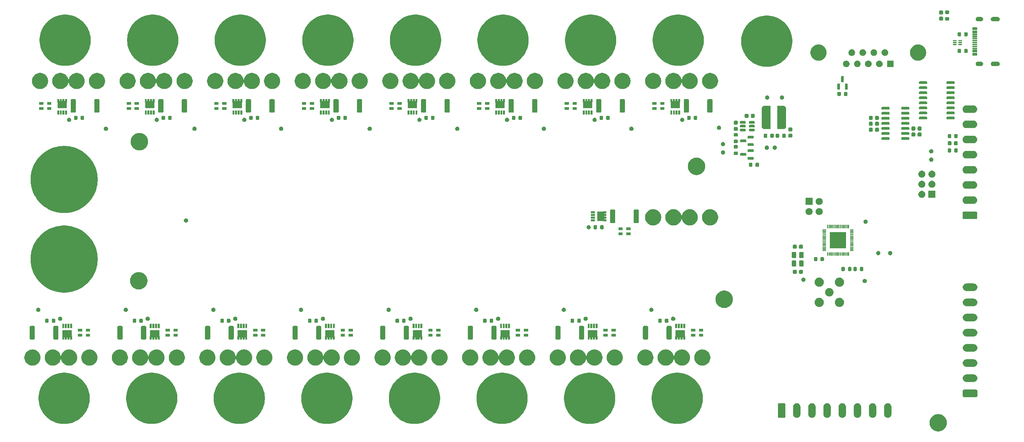
<source format=gbr>
%TF.GenerationSoftware,KiCad,Pcbnew,9.0.0*%
%TF.CreationDate,2025-05-29T20:25:46-04:00*%
%TF.ProjectId,distrabution_controler,64697374-7261-4627-9574-696f6e5f636f,rev?*%
%TF.SameCoordinates,Original*%
%TF.FileFunction,Soldermask,Top*%
%TF.FilePolarity,Negative*%
%FSLAX46Y46*%
G04 Gerber Fmt 4.6, Leading zero omitted, Abs format (unit mm)*
G04 Created by KiCad (PCBNEW 9.0.0) date 2025-05-29 20:25:46*
%MOMM*%
%LPD*%
G01*
G04 APERTURE LIST*
G04 APERTURE END LIST*
G36*
X250476858Y-158004042D02*
G01*
X250753310Y-158078117D01*
X251017728Y-158187642D01*
X251265588Y-158330744D01*
X251492649Y-158504975D01*
X251695025Y-158707351D01*
X251869256Y-158934412D01*
X252012358Y-159182272D01*
X252121883Y-159446690D01*
X252195958Y-159723142D01*
X252233315Y-160006898D01*
X252233315Y-160293102D01*
X252195958Y-160576858D01*
X252121883Y-160853310D01*
X252012358Y-161117728D01*
X251869256Y-161365588D01*
X251695025Y-161592649D01*
X251492649Y-161795025D01*
X251265588Y-161969256D01*
X251017728Y-162112358D01*
X250753310Y-162221883D01*
X250476858Y-162295958D01*
X250193102Y-162333315D01*
X249906898Y-162333315D01*
X249623142Y-162295958D01*
X249346690Y-162221883D01*
X249082272Y-162112358D01*
X248834412Y-161969256D01*
X248607351Y-161795025D01*
X248404975Y-161592649D01*
X248230744Y-161365588D01*
X248087642Y-161117728D01*
X247978117Y-160853310D01*
X247904042Y-160576858D01*
X247866685Y-160293102D01*
X247866685Y-160006898D01*
X247904042Y-159723142D01*
X247978117Y-159446690D01*
X248087642Y-159182272D01*
X248230744Y-158934412D01*
X248404975Y-158707351D01*
X248607351Y-158504975D01*
X248834412Y-158330744D01*
X249082272Y-158187642D01*
X249346690Y-158078117D01*
X249623142Y-158004042D01*
X249906898Y-157966685D01*
X250193102Y-157966685D01*
X250476858Y-158004042D01*
G37*
G36*
X31256706Y-147606625D02*
G01*
X31755991Y-147685704D01*
X32247534Y-147803713D01*
X32728302Y-147959924D01*
X33195331Y-148153374D01*
X33645744Y-148382871D01*
X34076761Y-148646999D01*
X34485727Y-148944130D01*
X34870119Y-149272432D01*
X35227568Y-149629881D01*
X35555870Y-150014273D01*
X35853001Y-150423239D01*
X36117129Y-150854256D01*
X36346626Y-151304669D01*
X36540076Y-151771698D01*
X36696287Y-152252466D01*
X36814296Y-152744009D01*
X36893375Y-153243294D01*
X36933037Y-153747245D01*
X36933037Y-154252755D01*
X36893375Y-154756706D01*
X36814296Y-155255991D01*
X36696287Y-155747534D01*
X36540076Y-156228302D01*
X36346626Y-156695331D01*
X36117129Y-157145744D01*
X35853001Y-157576761D01*
X35555870Y-157985727D01*
X35227568Y-158370119D01*
X34870119Y-158727568D01*
X34485727Y-159055870D01*
X34076761Y-159353001D01*
X33645744Y-159617129D01*
X33195331Y-159846626D01*
X32728302Y-160040076D01*
X32247534Y-160196287D01*
X31755991Y-160314296D01*
X31256706Y-160393375D01*
X30752755Y-160433037D01*
X30247245Y-160433037D01*
X29743294Y-160393375D01*
X29244009Y-160314296D01*
X28752466Y-160196287D01*
X28271698Y-160040076D01*
X27804669Y-159846626D01*
X27354256Y-159617129D01*
X26923239Y-159353001D01*
X26514273Y-159055870D01*
X26129881Y-158727568D01*
X25772432Y-158370119D01*
X25444130Y-157985727D01*
X25146999Y-157576761D01*
X24882871Y-157145744D01*
X24653374Y-156695331D01*
X24459924Y-156228302D01*
X24303713Y-155747534D01*
X24185704Y-155255991D01*
X24106625Y-154756706D01*
X24066963Y-154252755D01*
X24066963Y-153747245D01*
X24106625Y-153243294D01*
X24185704Y-152744009D01*
X24303713Y-152252466D01*
X24459924Y-151771698D01*
X24653374Y-151304669D01*
X24882871Y-150854256D01*
X25146999Y-150423239D01*
X25444130Y-150014273D01*
X25772432Y-149629881D01*
X26129881Y-149272432D01*
X26514273Y-148944130D01*
X26923239Y-148646999D01*
X27354256Y-148382871D01*
X27804669Y-148153374D01*
X28271698Y-147959924D01*
X28752466Y-147803713D01*
X29244009Y-147685704D01*
X29743294Y-147606625D01*
X30247245Y-147566963D01*
X30752755Y-147566963D01*
X31256706Y-147606625D01*
G37*
G36*
X53256706Y-147606625D02*
G01*
X53755991Y-147685704D01*
X54247534Y-147803713D01*
X54728302Y-147959924D01*
X55195331Y-148153374D01*
X55645744Y-148382871D01*
X56076761Y-148646999D01*
X56485727Y-148944130D01*
X56870119Y-149272432D01*
X57227568Y-149629881D01*
X57555870Y-150014273D01*
X57853001Y-150423239D01*
X58117129Y-150854256D01*
X58346626Y-151304669D01*
X58540076Y-151771698D01*
X58696287Y-152252466D01*
X58814296Y-152744009D01*
X58893375Y-153243294D01*
X58933037Y-153747245D01*
X58933037Y-154252755D01*
X58893375Y-154756706D01*
X58814296Y-155255991D01*
X58696287Y-155747534D01*
X58540076Y-156228302D01*
X58346626Y-156695331D01*
X58117129Y-157145744D01*
X57853001Y-157576761D01*
X57555870Y-157985727D01*
X57227568Y-158370119D01*
X56870119Y-158727568D01*
X56485727Y-159055870D01*
X56076761Y-159353001D01*
X55645744Y-159617129D01*
X55195331Y-159846626D01*
X54728302Y-160040076D01*
X54247534Y-160196287D01*
X53755991Y-160314296D01*
X53256706Y-160393375D01*
X52752755Y-160433037D01*
X52247245Y-160433037D01*
X51743294Y-160393375D01*
X51244009Y-160314296D01*
X50752466Y-160196287D01*
X50271698Y-160040076D01*
X49804669Y-159846626D01*
X49354256Y-159617129D01*
X48923239Y-159353001D01*
X48514273Y-159055870D01*
X48129881Y-158727568D01*
X47772432Y-158370119D01*
X47444130Y-157985727D01*
X47146999Y-157576761D01*
X46882871Y-157145744D01*
X46653374Y-156695331D01*
X46459924Y-156228302D01*
X46303713Y-155747534D01*
X46185704Y-155255991D01*
X46106625Y-154756706D01*
X46066963Y-154252755D01*
X46066963Y-153747245D01*
X46106625Y-153243294D01*
X46185704Y-152744009D01*
X46303713Y-152252466D01*
X46459924Y-151771698D01*
X46653374Y-151304669D01*
X46882871Y-150854256D01*
X47146999Y-150423239D01*
X47444130Y-150014273D01*
X47772432Y-149629881D01*
X48129881Y-149272432D01*
X48514273Y-148944130D01*
X48923239Y-148646999D01*
X49354256Y-148382871D01*
X49804669Y-148153374D01*
X50271698Y-147959924D01*
X50752466Y-147803713D01*
X51244009Y-147685704D01*
X51743294Y-147606625D01*
X52247245Y-147566963D01*
X52752755Y-147566963D01*
X53256706Y-147606625D01*
G37*
G36*
X75256706Y-147606625D02*
G01*
X75755991Y-147685704D01*
X76247534Y-147803713D01*
X76728302Y-147959924D01*
X77195331Y-148153374D01*
X77645744Y-148382871D01*
X78076761Y-148646999D01*
X78485727Y-148944130D01*
X78870119Y-149272432D01*
X79227568Y-149629881D01*
X79555870Y-150014273D01*
X79853001Y-150423239D01*
X80117129Y-150854256D01*
X80346626Y-151304669D01*
X80540076Y-151771698D01*
X80696287Y-152252466D01*
X80814296Y-152744009D01*
X80893375Y-153243294D01*
X80933037Y-153747245D01*
X80933037Y-154252755D01*
X80893375Y-154756706D01*
X80814296Y-155255991D01*
X80696287Y-155747534D01*
X80540076Y-156228302D01*
X80346626Y-156695331D01*
X80117129Y-157145744D01*
X79853001Y-157576761D01*
X79555870Y-157985727D01*
X79227568Y-158370119D01*
X78870119Y-158727568D01*
X78485727Y-159055870D01*
X78076761Y-159353001D01*
X77645744Y-159617129D01*
X77195331Y-159846626D01*
X76728302Y-160040076D01*
X76247534Y-160196287D01*
X75755991Y-160314296D01*
X75256706Y-160393375D01*
X74752755Y-160433037D01*
X74247245Y-160433037D01*
X73743294Y-160393375D01*
X73244009Y-160314296D01*
X72752466Y-160196287D01*
X72271698Y-160040076D01*
X71804669Y-159846626D01*
X71354256Y-159617129D01*
X70923239Y-159353001D01*
X70514273Y-159055870D01*
X70129881Y-158727568D01*
X69772432Y-158370119D01*
X69444130Y-157985727D01*
X69146999Y-157576761D01*
X68882871Y-157145744D01*
X68653374Y-156695331D01*
X68459924Y-156228302D01*
X68303713Y-155747534D01*
X68185704Y-155255991D01*
X68106625Y-154756706D01*
X68066963Y-154252755D01*
X68066963Y-153747245D01*
X68106625Y-153243294D01*
X68185704Y-152744009D01*
X68303713Y-152252466D01*
X68459924Y-151771698D01*
X68653374Y-151304669D01*
X68882871Y-150854256D01*
X69146999Y-150423239D01*
X69444130Y-150014273D01*
X69772432Y-149629881D01*
X70129881Y-149272432D01*
X70514273Y-148944130D01*
X70923239Y-148646999D01*
X71354256Y-148382871D01*
X71804669Y-148153374D01*
X72271698Y-147959924D01*
X72752466Y-147803713D01*
X73244009Y-147685704D01*
X73743294Y-147606625D01*
X74247245Y-147566963D01*
X74752755Y-147566963D01*
X75256706Y-147606625D01*
G37*
G36*
X97256706Y-147606625D02*
G01*
X97755991Y-147685704D01*
X98247534Y-147803713D01*
X98728302Y-147959924D01*
X99195331Y-148153374D01*
X99645744Y-148382871D01*
X100076761Y-148646999D01*
X100485727Y-148944130D01*
X100870119Y-149272432D01*
X101227568Y-149629881D01*
X101555870Y-150014273D01*
X101853001Y-150423239D01*
X102117129Y-150854256D01*
X102346626Y-151304669D01*
X102540076Y-151771698D01*
X102696287Y-152252466D01*
X102814296Y-152744009D01*
X102893375Y-153243294D01*
X102933037Y-153747245D01*
X102933037Y-154252755D01*
X102893375Y-154756706D01*
X102814296Y-155255991D01*
X102696287Y-155747534D01*
X102540076Y-156228302D01*
X102346626Y-156695331D01*
X102117129Y-157145744D01*
X101853001Y-157576761D01*
X101555870Y-157985727D01*
X101227568Y-158370119D01*
X100870119Y-158727568D01*
X100485727Y-159055870D01*
X100076761Y-159353001D01*
X99645744Y-159617129D01*
X99195331Y-159846626D01*
X98728302Y-160040076D01*
X98247534Y-160196287D01*
X97755991Y-160314296D01*
X97256706Y-160393375D01*
X96752755Y-160433037D01*
X96247245Y-160433037D01*
X95743294Y-160393375D01*
X95244009Y-160314296D01*
X94752466Y-160196287D01*
X94271698Y-160040076D01*
X93804669Y-159846626D01*
X93354256Y-159617129D01*
X92923239Y-159353001D01*
X92514273Y-159055870D01*
X92129881Y-158727568D01*
X91772432Y-158370119D01*
X91444130Y-157985727D01*
X91146999Y-157576761D01*
X90882871Y-157145744D01*
X90653374Y-156695331D01*
X90459924Y-156228302D01*
X90303713Y-155747534D01*
X90185704Y-155255991D01*
X90106625Y-154756706D01*
X90066963Y-154252755D01*
X90066963Y-153747245D01*
X90106625Y-153243294D01*
X90185704Y-152744009D01*
X90303713Y-152252466D01*
X90459924Y-151771698D01*
X90653374Y-151304669D01*
X90882871Y-150854256D01*
X91146999Y-150423239D01*
X91444130Y-150014273D01*
X91772432Y-149629881D01*
X92129881Y-149272432D01*
X92514273Y-148944130D01*
X92923239Y-148646999D01*
X93354256Y-148382871D01*
X93804669Y-148153374D01*
X94271698Y-147959924D01*
X94752466Y-147803713D01*
X95244009Y-147685704D01*
X95743294Y-147606625D01*
X96247245Y-147566963D01*
X96752755Y-147566963D01*
X97256706Y-147606625D01*
G37*
G36*
X119256706Y-147606625D02*
G01*
X119755991Y-147685704D01*
X120247534Y-147803713D01*
X120728302Y-147959924D01*
X121195331Y-148153374D01*
X121645744Y-148382871D01*
X122076761Y-148646999D01*
X122485727Y-148944130D01*
X122870119Y-149272432D01*
X123227568Y-149629881D01*
X123555870Y-150014273D01*
X123853001Y-150423239D01*
X124117129Y-150854256D01*
X124346626Y-151304669D01*
X124540076Y-151771698D01*
X124696287Y-152252466D01*
X124814296Y-152744009D01*
X124893375Y-153243294D01*
X124933037Y-153747245D01*
X124933037Y-154252755D01*
X124893375Y-154756706D01*
X124814296Y-155255991D01*
X124696287Y-155747534D01*
X124540076Y-156228302D01*
X124346626Y-156695331D01*
X124117129Y-157145744D01*
X123853001Y-157576761D01*
X123555870Y-157985727D01*
X123227568Y-158370119D01*
X122870119Y-158727568D01*
X122485727Y-159055870D01*
X122076761Y-159353001D01*
X121645744Y-159617129D01*
X121195331Y-159846626D01*
X120728302Y-160040076D01*
X120247534Y-160196287D01*
X119755991Y-160314296D01*
X119256706Y-160393375D01*
X118752755Y-160433037D01*
X118247245Y-160433037D01*
X117743294Y-160393375D01*
X117244009Y-160314296D01*
X116752466Y-160196287D01*
X116271698Y-160040076D01*
X115804669Y-159846626D01*
X115354256Y-159617129D01*
X114923239Y-159353001D01*
X114514273Y-159055870D01*
X114129881Y-158727568D01*
X113772432Y-158370119D01*
X113444130Y-157985727D01*
X113146999Y-157576761D01*
X112882871Y-157145744D01*
X112653374Y-156695331D01*
X112459924Y-156228302D01*
X112303713Y-155747534D01*
X112185704Y-155255991D01*
X112106625Y-154756706D01*
X112066963Y-154252755D01*
X112066963Y-153747245D01*
X112106625Y-153243294D01*
X112185704Y-152744009D01*
X112303713Y-152252466D01*
X112459924Y-151771698D01*
X112653374Y-151304669D01*
X112882871Y-150854256D01*
X113146999Y-150423239D01*
X113444130Y-150014273D01*
X113772432Y-149629881D01*
X114129881Y-149272432D01*
X114514273Y-148944130D01*
X114923239Y-148646999D01*
X115354256Y-148382871D01*
X115804669Y-148153374D01*
X116271698Y-147959924D01*
X116752466Y-147803713D01*
X117244009Y-147685704D01*
X117743294Y-147606625D01*
X118247245Y-147566963D01*
X118752755Y-147566963D01*
X119256706Y-147606625D01*
G37*
G36*
X141256706Y-147606625D02*
G01*
X141755991Y-147685704D01*
X142247534Y-147803713D01*
X142728302Y-147959924D01*
X143195331Y-148153374D01*
X143645744Y-148382871D01*
X144076761Y-148646999D01*
X144485727Y-148944130D01*
X144870119Y-149272432D01*
X145227568Y-149629881D01*
X145555870Y-150014273D01*
X145853001Y-150423239D01*
X146117129Y-150854256D01*
X146346626Y-151304669D01*
X146540076Y-151771698D01*
X146696287Y-152252466D01*
X146814296Y-152744009D01*
X146893375Y-153243294D01*
X146933037Y-153747245D01*
X146933037Y-154252755D01*
X146893375Y-154756706D01*
X146814296Y-155255991D01*
X146696287Y-155747534D01*
X146540076Y-156228302D01*
X146346626Y-156695331D01*
X146117129Y-157145744D01*
X145853001Y-157576761D01*
X145555870Y-157985727D01*
X145227568Y-158370119D01*
X144870119Y-158727568D01*
X144485727Y-159055870D01*
X144076761Y-159353001D01*
X143645744Y-159617129D01*
X143195331Y-159846626D01*
X142728302Y-160040076D01*
X142247534Y-160196287D01*
X141755991Y-160314296D01*
X141256706Y-160393375D01*
X140752755Y-160433037D01*
X140247245Y-160433037D01*
X139743294Y-160393375D01*
X139244009Y-160314296D01*
X138752466Y-160196287D01*
X138271698Y-160040076D01*
X137804669Y-159846626D01*
X137354256Y-159617129D01*
X136923239Y-159353001D01*
X136514273Y-159055870D01*
X136129881Y-158727568D01*
X135772432Y-158370119D01*
X135444130Y-157985727D01*
X135146999Y-157576761D01*
X134882871Y-157145744D01*
X134653374Y-156695331D01*
X134459924Y-156228302D01*
X134303713Y-155747534D01*
X134185704Y-155255991D01*
X134106625Y-154756706D01*
X134066963Y-154252755D01*
X134066963Y-153747245D01*
X134106625Y-153243294D01*
X134185704Y-152744009D01*
X134303713Y-152252466D01*
X134459924Y-151771698D01*
X134653374Y-151304669D01*
X134882871Y-150854256D01*
X135146999Y-150423239D01*
X135444130Y-150014273D01*
X135772432Y-149629881D01*
X136129881Y-149272432D01*
X136514273Y-148944130D01*
X136923239Y-148646999D01*
X137354256Y-148382871D01*
X137804669Y-148153374D01*
X138271698Y-147959924D01*
X138752466Y-147803713D01*
X139244009Y-147685704D01*
X139743294Y-147606625D01*
X140247245Y-147566963D01*
X140752755Y-147566963D01*
X141256706Y-147606625D01*
G37*
G36*
X163256706Y-147606625D02*
G01*
X163755991Y-147685704D01*
X164247534Y-147803713D01*
X164728302Y-147959924D01*
X165195331Y-148153374D01*
X165645744Y-148382871D01*
X166076761Y-148646999D01*
X166485727Y-148944130D01*
X166870119Y-149272432D01*
X167227568Y-149629881D01*
X167555870Y-150014273D01*
X167853001Y-150423239D01*
X168117129Y-150854256D01*
X168346626Y-151304669D01*
X168540076Y-151771698D01*
X168696287Y-152252466D01*
X168814296Y-152744009D01*
X168893375Y-153243294D01*
X168933037Y-153747245D01*
X168933037Y-154252755D01*
X168893375Y-154756706D01*
X168814296Y-155255991D01*
X168696287Y-155747534D01*
X168540076Y-156228302D01*
X168346626Y-156695331D01*
X168117129Y-157145744D01*
X167853001Y-157576761D01*
X167555870Y-157985727D01*
X167227568Y-158370119D01*
X166870119Y-158727568D01*
X166485727Y-159055870D01*
X166076761Y-159353001D01*
X165645744Y-159617129D01*
X165195331Y-159846626D01*
X164728302Y-160040076D01*
X164247534Y-160196287D01*
X163755991Y-160314296D01*
X163256706Y-160393375D01*
X162752755Y-160433037D01*
X162247245Y-160433037D01*
X161743294Y-160393375D01*
X161244009Y-160314296D01*
X160752466Y-160196287D01*
X160271698Y-160040076D01*
X159804669Y-159846626D01*
X159354256Y-159617129D01*
X158923239Y-159353001D01*
X158514273Y-159055870D01*
X158129881Y-158727568D01*
X157772432Y-158370119D01*
X157444130Y-157985727D01*
X157146999Y-157576761D01*
X156882871Y-157145744D01*
X156653374Y-156695331D01*
X156459924Y-156228302D01*
X156303713Y-155747534D01*
X156185704Y-155255991D01*
X156106625Y-154756706D01*
X156066963Y-154252755D01*
X156066963Y-153747245D01*
X156106625Y-153243294D01*
X156185704Y-152744009D01*
X156303713Y-152252466D01*
X156459924Y-151771698D01*
X156653374Y-151304669D01*
X156882871Y-150854256D01*
X157146999Y-150423239D01*
X157444130Y-150014273D01*
X157772432Y-149629881D01*
X158129881Y-149272432D01*
X158514273Y-148944130D01*
X158923239Y-148646999D01*
X159354256Y-148382871D01*
X159804669Y-148153374D01*
X160271698Y-147959924D01*
X160752466Y-147803713D01*
X161244009Y-147685704D01*
X161743294Y-147606625D01*
X162247245Y-147566963D01*
X162752755Y-147566963D01*
X163256706Y-147606625D01*
G37*
G36*
X185256706Y-147606625D02*
G01*
X185755991Y-147685704D01*
X186247534Y-147803713D01*
X186728302Y-147959924D01*
X187195331Y-148153374D01*
X187645744Y-148382871D01*
X188076761Y-148646999D01*
X188485727Y-148944130D01*
X188870119Y-149272432D01*
X189227568Y-149629881D01*
X189555870Y-150014273D01*
X189853001Y-150423239D01*
X190117129Y-150854256D01*
X190346626Y-151304669D01*
X190540076Y-151771698D01*
X190696287Y-152252466D01*
X190814296Y-152744009D01*
X190893375Y-153243294D01*
X190933037Y-153747245D01*
X190933037Y-154252755D01*
X190893375Y-154756706D01*
X190814296Y-155255991D01*
X190696287Y-155747534D01*
X190540076Y-156228302D01*
X190346626Y-156695331D01*
X190117129Y-157145744D01*
X189853001Y-157576761D01*
X189555870Y-157985727D01*
X189227568Y-158370119D01*
X188870119Y-158727568D01*
X188485727Y-159055870D01*
X188076761Y-159353001D01*
X187645744Y-159617129D01*
X187195331Y-159846626D01*
X186728302Y-160040076D01*
X186247534Y-160196287D01*
X185755991Y-160314296D01*
X185256706Y-160393375D01*
X184752755Y-160433037D01*
X184247245Y-160433037D01*
X183743294Y-160393375D01*
X183244009Y-160314296D01*
X182752466Y-160196287D01*
X182271698Y-160040076D01*
X181804669Y-159846626D01*
X181354256Y-159617129D01*
X180923239Y-159353001D01*
X180514273Y-159055870D01*
X180129881Y-158727568D01*
X179772432Y-158370119D01*
X179444130Y-157985727D01*
X179146999Y-157576761D01*
X178882871Y-157145744D01*
X178653374Y-156695331D01*
X178459924Y-156228302D01*
X178303713Y-155747534D01*
X178185704Y-155255991D01*
X178106625Y-154756706D01*
X178066963Y-154252755D01*
X178066963Y-153747245D01*
X178106625Y-153243294D01*
X178185704Y-152744009D01*
X178303713Y-152252466D01*
X178459924Y-151771698D01*
X178653374Y-151304669D01*
X178882871Y-150854256D01*
X179146999Y-150423239D01*
X179444130Y-150014273D01*
X179772432Y-149629881D01*
X180129881Y-149272432D01*
X180514273Y-148944130D01*
X180923239Y-148646999D01*
X181354256Y-148382871D01*
X181804669Y-148153374D01*
X182271698Y-147959924D01*
X182752466Y-147803713D01*
X183244009Y-147685704D01*
X183743294Y-147606625D01*
X184247245Y-147566963D01*
X184752755Y-147566963D01*
X185256706Y-147606625D01*
G37*
G36*
X211430938Y-155237150D02*
G01*
X211435653Y-155239232D01*
X211438326Y-155239584D01*
X211471770Y-155255179D01*
X211527759Y-155279901D01*
X211602599Y-155354741D01*
X211627330Y-155410751D01*
X211642915Y-155444173D01*
X211643266Y-155446843D01*
X211645350Y-155451562D01*
X211653000Y-155517500D01*
X211653000Y-158617500D01*
X211645350Y-158683438D01*
X211643266Y-158688156D01*
X211642915Y-158690826D01*
X211627338Y-158724230D01*
X211602599Y-158780259D01*
X211527759Y-158855099D01*
X211471730Y-158879838D01*
X211438326Y-158895415D01*
X211435656Y-158895766D01*
X211430938Y-158897850D01*
X211365000Y-158905500D01*
X210065000Y-158905500D01*
X209999062Y-158897850D01*
X209994343Y-158895766D01*
X209991673Y-158895415D01*
X209958251Y-158879830D01*
X209902241Y-158855099D01*
X209827401Y-158780259D01*
X209802679Y-158724270D01*
X209787084Y-158690826D01*
X209786732Y-158688153D01*
X209784650Y-158683438D01*
X209777000Y-158617500D01*
X209777000Y-155517500D01*
X209784650Y-155451562D01*
X209786732Y-155446846D01*
X209787084Y-155444173D01*
X209802687Y-155410710D01*
X209827401Y-155354741D01*
X209902241Y-155279901D01*
X209958210Y-155255187D01*
X209991673Y-155239584D01*
X209994346Y-155239232D01*
X209999062Y-155237150D01*
X210065000Y-155229500D01*
X211365000Y-155229500D01*
X211430938Y-155237150D01*
G37*
G36*
X214797287Y-155269890D02*
G01*
X214967170Y-155340258D01*
X215120061Y-155442416D01*
X215250084Y-155572439D01*
X215352242Y-155725330D01*
X215422610Y-155895213D01*
X215458483Y-156075560D01*
X215463000Y-156167500D01*
X215463000Y-157967500D01*
X215458483Y-158059440D01*
X215422610Y-158239787D01*
X215352242Y-158409670D01*
X215250084Y-158562561D01*
X215120061Y-158692584D01*
X214967170Y-158794742D01*
X214797287Y-158865110D01*
X214616940Y-158900983D01*
X214433060Y-158900983D01*
X214252713Y-158865110D01*
X214082830Y-158794742D01*
X213929939Y-158692584D01*
X213799916Y-158562561D01*
X213697758Y-158409670D01*
X213627390Y-158239787D01*
X213591517Y-158059440D01*
X213587000Y-157967500D01*
X213587000Y-156167500D01*
X213591517Y-156075560D01*
X213627390Y-155895213D01*
X213697758Y-155725330D01*
X213799916Y-155572439D01*
X213929939Y-155442416D01*
X214082830Y-155340258D01*
X214252713Y-155269890D01*
X214433060Y-155234017D01*
X214616940Y-155234017D01*
X214797287Y-155269890D01*
G37*
G36*
X218607287Y-155269890D02*
G01*
X218777170Y-155340258D01*
X218930061Y-155442416D01*
X219060084Y-155572439D01*
X219162242Y-155725330D01*
X219232610Y-155895213D01*
X219268483Y-156075560D01*
X219273000Y-156167500D01*
X219273000Y-157967500D01*
X219268483Y-158059440D01*
X219232610Y-158239787D01*
X219162242Y-158409670D01*
X219060084Y-158562561D01*
X218930061Y-158692584D01*
X218777170Y-158794742D01*
X218607287Y-158865110D01*
X218426940Y-158900983D01*
X218243060Y-158900983D01*
X218062713Y-158865110D01*
X217892830Y-158794742D01*
X217739939Y-158692584D01*
X217609916Y-158562561D01*
X217507758Y-158409670D01*
X217437390Y-158239787D01*
X217401517Y-158059440D01*
X217397000Y-157967500D01*
X217397000Y-156167500D01*
X217401517Y-156075560D01*
X217437390Y-155895213D01*
X217507758Y-155725330D01*
X217609916Y-155572439D01*
X217739939Y-155442416D01*
X217892830Y-155340258D01*
X218062713Y-155269890D01*
X218243060Y-155234017D01*
X218426940Y-155234017D01*
X218607287Y-155269890D01*
G37*
G36*
X222417287Y-155269890D02*
G01*
X222587170Y-155340258D01*
X222740061Y-155442416D01*
X222870084Y-155572439D01*
X222972242Y-155725330D01*
X223042610Y-155895213D01*
X223078483Y-156075560D01*
X223083000Y-156167500D01*
X223083000Y-157967500D01*
X223078483Y-158059440D01*
X223042610Y-158239787D01*
X222972242Y-158409670D01*
X222870084Y-158562561D01*
X222740061Y-158692584D01*
X222587170Y-158794742D01*
X222417287Y-158865110D01*
X222236940Y-158900983D01*
X222053060Y-158900983D01*
X221872713Y-158865110D01*
X221702830Y-158794742D01*
X221549939Y-158692584D01*
X221419916Y-158562561D01*
X221317758Y-158409670D01*
X221247390Y-158239787D01*
X221211517Y-158059440D01*
X221207000Y-157967500D01*
X221207000Y-156167500D01*
X221211517Y-156075560D01*
X221247390Y-155895213D01*
X221317758Y-155725330D01*
X221419916Y-155572439D01*
X221549939Y-155442416D01*
X221702830Y-155340258D01*
X221872713Y-155269890D01*
X222053060Y-155234017D01*
X222236940Y-155234017D01*
X222417287Y-155269890D01*
G37*
G36*
X226227287Y-155269890D02*
G01*
X226397170Y-155340258D01*
X226550061Y-155442416D01*
X226680084Y-155572439D01*
X226782242Y-155725330D01*
X226852610Y-155895213D01*
X226888483Y-156075560D01*
X226893000Y-156167500D01*
X226893000Y-157967500D01*
X226888483Y-158059440D01*
X226852610Y-158239787D01*
X226782242Y-158409670D01*
X226680084Y-158562561D01*
X226550061Y-158692584D01*
X226397170Y-158794742D01*
X226227287Y-158865110D01*
X226046940Y-158900983D01*
X225863060Y-158900983D01*
X225682713Y-158865110D01*
X225512830Y-158794742D01*
X225359939Y-158692584D01*
X225229916Y-158562561D01*
X225127758Y-158409670D01*
X225057390Y-158239787D01*
X225021517Y-158059440D01*
X225017000Y-157967500D01*
X225017000Y-156167500D01*
X225021517Y-156075560D01*
X225057390Y-155895213D01*
X225127758Y-155725330D01*
X225229916Y-155572439D01*
X225359939Y-155442416D01*
X225512830Y-155340258D01*
X225682713Y-155269890D01*
X225863060Y-155234017D01*
X226046940Y-155234017D01*
X226227287Y-155269890D01*
G37*
G36*
X230037287Y-155269890D02*
G01*
X230207170Y-155340258D01*
X230360061Y-155442416D01*
X230490084Y-155572439D01*
X230592242Y-155725330D01*
X230662610Y-155895213D01*
X230698483Y-156075560D01*
X230703000Y-156167500D01*
X230703000Y-157967500D01*
X230698483Y-158059440D01*
X230662610Y-158239787D01*
X230592242Y-158409670D01*
X230490084Y-158562561D01*
X230360061Y-158692584D01*
X230207170Y-158794742D01*
X230037287Y-158865110D01*
X229856940Y-158900983D01*
X229673060Y-158900983D01*
X229492713Y-158865110D01*
X229322830Y-158794742D01*
X229169939Y-158692584D01*
X229039916Y-158562561D01*
X228937758Y-158409670D01*
X228867390Y-158239787D01*
X228831517Y-158059440D01*
X228827000Y-157967500D01*
X228827000Y-156167500D01*
X228831517Y-156075560D01*
X228867390Y-155895213D01*
X228937758Y-155725330D01*
X229039916Y-155572439D01*
X229169939Y-155442416D01*
X229322830Y-155340258D01*
X229492713Y-155269890D01*
X229673060Y-155234017D01*
X229856940Y-155234017D01*
X230037287Y-155269890D01*
G37*
G36*
X233847287Y-155269890D02*
G01*
X234017170Y-155340258D01*
X234170061Y-155442416D01*
X234300084Y-155572439D01*
X234402242Y-155725330D01*
X234472610Y-155895213D01*
X234508483Y-156075560D01*
X234513000Y-156167500D01*
X234513000Y-157967500D01*
X234508483Y-158059440D01*
X234472610Y-158239787D01*
X234402242Y-158409670D01*
X234300084Y-158562561D01*
X234170061Y-158692584D01*
X234017170Y-158794742D01*
X233847287Y-158865110D01*
X233666940Y-158900983D01*
X233483060Y-158900983D01*
X233302713Y-158865110D01*
X233132830Y-158794742D01*
X232979939Y-158692584D01*
X232849916Y-158562561D01*
X232747758Y-158409670D01*
X232677390Y-158239787D01*
X232641517Y-158059440D01*
X232637000Y-157967500D01*
X232637000Y-156167500D01*
X232641517Y-156075560D01*
X232677390Y-155895213D01*
X232747758Y-155725330D01*
X232849916Y-155572439D01*
X232979939Y-155442416D01*
X233132830Y-155340258D01*
X233302713Y-155269890D01*
X233483060Y-155234017D01*
X233666940Y-155234017D01*
X233847287Y-155269890D01*
G37*
G36*
X237657287Y-155269890D02*
G01*
X237827170Y-155340258D01*
X237980061Y-155442416D01*
X238110084Y-155572439D01*
X238212242Y-155725330D01*
X238282610Y-155895213D01*
X238318483Y-156075560D01*
X238323000Y-156167500D01*
X238323000Y-157967500D01*
X238318483Y-158059440D01*
X238282610Y-158239787D01*
X238212242Y-158409670D01*
X238110084Y-158562561D01*
X237980061Y-158692584D01*
X237827170Y-158794742D01*
X237657287Y-158865110D01*
X237476940Y-158900983D01*
X237293060Y-158900983D01*
X237112713Y-158865110D01*
X236942830Y-158794742D01*
X236789939Y-158692584D01*
X236659916Y-158562561D01*
X236557758Y-158409670D01*
X236487390Y-158239787D01*
X236451517Y-158059440D01*
X236447000Y-157967500D01*
X236447000Y-156167500D01*
X236451517Y-156075560D01*
X236487390Y-155895213D01*
X236557758Y-155725330D01*
X236659916Y-155572439D01*
X236789939Y-155442416D01*
X236942830Y-155340258D01*
X237112713Y-155269890D01*
X237293060Y-155234017D01*
X237476940Y-155234017D01*
X237657287Y-155269890D01*
G37*
G36*
X259683438Y-151817150D02*
G01*
X259688153Y-151819232D01*
X259690826Y-151819584D01*
X259724270Y-151835179D01*
X259780259Y-151859901D01*
X259855099Y-151934741D01*
X259879830Y-151990751D01*
X259895415Y-152024173D01*
X259895766Y-152026843D01*
X259897850Y-152031562D01*
X259905500Y-152097500D01*
X259905500Y-153397500D01*
X259897850Y-153463438D01*
X259895766Y-153468156D01*
X259895415Y-153470826D01*
X259879838Y-153504230D01*
X259855099Y-153560259D01*
X259780259Y-153635099D01*
X259724230Y-153659838D01*
X259690826Y-153675415D01*
X259688156Y-153675766D01*
X259683438Y-153677850D01*
X259617500Y-153685500D01*
X256517500Y-153685500D01*
X256451562Y-153677850D01*
X256446843Y-153675766D01*
X256444173Y-153675415D01*
X256410751Y-153659830D01*
X256354741Y-153635099D01*
X256279901Y-153560259D01*
X256255179Y-153504270D01*
X256239584Y-153470826D01*
X256239232Y-153468153D01*
X256237150Y-153463438D01*
X256229500Y-153397500D01*
X256229500Y-152097500D01*
X256237150Y-152031562D01*
X256239232Y-152026846D01*
X256239584Y-152024173D01*
X256255187Y-151990710D01*
X256279901Y-151934741D01*
X256354741Y-151859901D01*
X256410710Y-151835187D01*
X256444173Y-151819584D01*
X256446846Y-151819232D01*
X256451562Y-151817150D01*
X256517500Y-151809500D01*
X259617500Y-151809500D01*
X259683438Y-151817150D01*
G37*
G36*
X259059440Y-148004017D02*
G01*
X259239787Y-148039890D01*
X259409670Y-148110258D01*
X259562561Y-148212416D01*
X259692584Y-148342439D01*
X259794742Y-148495330D01*
X259865110Y-148665213D01*
X259900983Y-148845560D01*
X259900983Y-149029440D01*
X259865110Y-149209787D01*
X259794742Y-149379670D01*
X259692584Y-149532561D01*
X259562561Y-149662584D01*
X259409670Y-149764742D01*
X259239787Y-149835110D01*
X259059440Y-149870983D01*
X258967500Y-149875500D01*
X258966268Y-149875500D01*
X257168732Y-149875500D01*
X257167500Y-149875500D01*
X257075560Y-149870983D01*
X256895213Y-149835110D01*
X256725330Y-149764742D01*
X256572439Y-149662584D01*
X256442416Y-149532561D01*
X256340258Y-149379670D01*
X256269890Y-149209787D01*
X256234017Y-149029440D01*
X256234017Y-148845560D01*
X256269890Y-148665213D01*
X256340258Y-148495330D01*
X256442416Y-148342439D01*
X256572439Y-148212416D01*
X256725330Y-148110258D01*
X256895213Y-148039890D01*
X257075560Y-148004017D01*
X257167500Y-147999500D01*
X258967500Y-147999500D01*
X259059440Y-148004017D01*
G37*
G36*
X259059440Y-144194017D02*
G01*
X259239787Y-144229890D01*
X259409670Y-144300258D01*
X259562561Y-144402416D01*
X259692584Y-144532439D01*
X259794742Y-144685330D01*
X259865110Y-144855213D01*
X259900983Y-145035560D01*
X259900983Y-145219440D01*
X259865110Y-145399787D01*
X259794742Y-145569670D01*
X259692584Y-145722561D01*
X259562561Y-145852584D01*
X259409670Y-145954742D01*
X259239787Y-146025110D01*
X259059440Y-146060983D01*
X258967500Y-146065500D01*
X258966268Y-146065500D01*
X257168732Y-146065500D01*
X257167500Y-146065500D01*
X257075560Y-146060983D01*
X256895213Y-146025110D01*
X256725330Y-145954742D01*
X256572439Y-145852584D01*
X256442416Y-145722561D01*
X256340258Y-145569670D01*
X256269890Y-145399787D01*
X256234017Y-145219440D01*
X256234017Y-145035560D01*
X256269890Y-144855213D01*
X256340258Y-144685330D01*
X256442416Y-144532439D01*
X256572439Y-144402416D01*
X256725330Y-144300258D01*
X256895213Y-144229890D01*
X257075560Y-144194017D01*
X257167500Y-144189500D01*
X258967500Y-144189500D01*
X259059440Y-144194017D01*
G37*
G36*
X22947594Y-141751160D02*
G01*
X23205094Y-141820156D01*
X23451384Y-141922173D01*
X23682252Y-142055465D01*
X23893747Y-142217750D01*
X24082250Y-142406253D01*
X24244535Y-142617748D01*
X24377827Y-142848616D01*
X24479844Y-143094906D01*
X24548840Y-143352406D01*
X24583636Y-143616708D01*
X24583636Y-143883292D01*
X24548840Y-144147594D01*
X24479844Y-144405094D01*
X24377827Y-144651384D01*
X24244535Y-144882252D01*
X24082250Y-145093747D01*
X23893747Y-145282250D01*
X23682252Y-145444535D01*
X23451384Y-145577827D01*
X23205094Y-145679844D01*
X22947594Y-145748840D01*
X22683292Y-145783636D01*
X22416708Y-145783636D01*
X22152406Y-145748840D01*
X21894906Y-145679844D01*
X21648616Y-145577827D01*
X21417748Y-145444535D01*
X21206253Y-145282250D01*
X21017750Y-145093747D01*
X20855465Y-144882252D01*
X20722173Y-144651384D01*
X20620156Y-144405094D01*
X20551160Y-144147594D01*
X20516364Y-143883292D01*
X20516364Y-143616708D01*
X20551160Y-143352406D01*
X20620156Y-143094906D01*
X20722173Y-142848616D01*
X20855465Y-142617748D01*
X21017750Y-142406253D01*
X21206253Y-142217750D01*
X21417748Y-142055465D01*
X21648616Y-141922173D01*
X21894906Y-141820156D01*
X22152406Y-141751160D01*
X22416708Y-141716364D01*
X22683292Y-141716364D01*
X22947594Y-141751160D01*
G37*
G36*
X28047594Y-141751160D02*
G01*
X28305094Y-141820156D01*
X28551384Y-141922173D01*
X28782252Y-142055465D01*
X28993747Y-142217750D01*
X29182250Y-142406253D01*
X29344535Y-142617748D01*
X29477827Y-142848616D01*
X29579844Y-143094906D01*
X29648840Y-143352406D01*
X29656259Y-143408761D01*
X29743741Y-143408761D01*
X29751160Y-143352406D01*
X29820156Y-143094906D01*
X29922173Y-142848616D01*
X30055465Y-142617748D01*
X30217750Y-142406253D01*
X30406253Y-142217750D01*
X30617748Y-142055465D01*
X30848616Y-141922173D01*
X31094906Y-141820156D01*
X31352406Y-141751160D01*
X31616708Y-141716364D01*
X31883292Y-141716364D01*
X32147594Y-141751160D01*
X32405094Y-141820156D01*
X32651384Y-141922173D01*
X32882252Y-142055465D01*
X33093747Y-142217750D01*
X33282250Y-142406253D01*
X33444535Y-142617748D01*
X33577827Y-142848616D01*
X33679844Y-143094906D01*
X33748840Y-143352406D01*
X33783636Y-143616708D01*
X33783636Y-143883292D01*
X33748840Y-144147594D01*
X33679844Y-144405094D01*
X33577827Y-144651384D01*
X33444535Y-144882252D01*
X33282250Y-145093747D01*
X33093747Y-145282250D01*
X32882252Y-145444535D01*
X32651384Y-145577827D01*
X32405094Y-145679844D01*
X32147594Y-145748840D01*
X31883292Y-145783636D01*
X31616708Y-145783636D01*
X31352406Y-145748840D01*
X31094906Y-145679844D01*
X30848616Y-145577827D01*
X30617748Y-145444535D01*
X30406253Y-145282250D01*
X30217750Y-145093747D01*
X30055465Y-144882252D01*
X29922173Y-144651384D01*
X29820156Y-144405094D01*
X29751160Y-144147594D01*
X29743741Y-144091238D01*
X29656259Y-144091238D01*
X29648840Y-144147594D01*
X29579844Y-144405094D01*
X29477827Y-144651384D01*
X29344535Y-144882252D01*
X29182250Y-145093747D01*
X28993747Y-145282250D01*
X28782252Y-145444535D01*
X28551384Y-145577827D01*
X28305094Y-145679844D01*
X28047594Y-145748840D01*
X27783292Y-145783636D01*
X27516708Y-145783636D01*
X27252406Y-145748840D01*
X26994906Y-145679844D01*
X26748616Y-145577827D01*
X26517748Y-145444535D01*
X26306253Y-145282250D01*
X26117750Y-145093747D01*
X25955465Y-144882252D01*
X25822173Y-144651384D01*
X25720156Y-144405094D01*
X25651160Y-144147594D01*
X25616364Y-143883292D01*
X25616364Y-143616708D01*
X25651160Y-143352406D01*
X25720156Y-143094906D01*
X25822173Y-142848616D01*
X25955465Y-142617748D01*
X26117750Y-142406253D01*
X26306253Y-142217750D01*
X26517748Y-142055465D01*
X26748616Y-141922173D01*
X26994906Y-141820156D01*
X27252406Y-141751160D01*
X27516708Y-141716364D01*
X27783292Y-141716364D01*
X28047594Y-141751160D01*
G37*
G36*
X37247594Y-141751160D02*
G01*
X37505094Y-141820156D01*
X37751384Y-141922173D01*
X37982252Y-142055465D01*
X38193747Y-142217750D01*
X38382250Y-142406253D01*
X38544535Y-142617748D01*
X38677827Y-142848616D01*
X38779844Y-143094906D01*
X38848840Y-143352406D01*
X38883636Y-143616708D01*
X38883636Y-143883292D01*
X38848840Y-144147594D01*
X38779844Y-144405094D01*
X38677827Y-144651384D01*
X38544535Y-144882252D01*
X38382250Y-145093747D01*
X38193747Y-145282250D01*
X37982252Y-145444535D01*
X37751384Y-145577827D01*
X37505094Y-145679844D01*
X37247594Y-145748840D01*
X36983292Y-145783636D01*
X36716708Y-145783636D01*
X36452406Y-145748840D01*
X36194906Y-145679844D01*
X35948616Y-145577827D01*
X35717748Y-145444535D01*
X35506253Y-145282250D01*
X35317750Y-145093747D01*
X35155465Y-144882252D01*
X35022173Y-144651384D01*
X34920156Y-144405094D01*
X34851160Y-144147594D01*
X34816364Y-143883292D01*
X34816364Y-143616708D01*
X34851160Y-143352406D01*
X34920156Y-143094906D01*
X35022173Y-142848616D01*
X35155465Y-142617748D01*
X35317750Y-142406253D01*
X35506253Y-142217750D01*
X35717748Y-142055465D01*
X35948616Y-141922173D01*
X36194906Y-141820156D01*
X36452406Y-141751160D01*
X36716708Y-141716364D01*
X36983292Y-141716364D01*
X37247594Y-141751160D01*
G37*
G36*
X44897594Y-141751160D02*
G01*
X45155094Y-141820156D01*
X45401384Y-141922173D01*
X45632252Y-142055465D01*
X45843747Y-142217750D01*
X46032250Y-142406253D01*
X46194535Y-142617748D01*
X46327827Y-142848616D01*
X46429844Y-143094906D01*
X46498840Y-143352406D01*
X46533636Y-143616708D01*
X46533636Y-143883292D01*
X46498840Y-144147594D01*
X46429844Y-144405094D01*
X46327827Y-144651384D01*
X46194535Y-144882252D01*
X46032250Y-145093747D01*
X45843747Y-145282250D01*
X45632252Y-145444535D01*
X45401384Y-145577827D01*
X45155094Y-145679844D01*
X44897594Y-145748840D01*
X44633292Y-145783636D01*
X44366708Y-145783636D01*
X44102406Y-145748840D01*
X43844906Y-145679844D01*
X43598616Y-145577827D01*
X43367748Y-145444535D01*
X43156253Y-145282250D01*
X42967750Y-145093747D01*
X42805465Y-144882252D01*
X42672173Y-144651384D01*
X42570156Y-144405094D01*
X42501160Y-144147594D01*
X42466364Y-143883292D01*
X42466364Y-143616708D01*
X42501160Y-143352406D01*
X42570156Y-143094906D01*
X42672173Y-142848616D01*
X42805465Y-142617748D01*
X42967750Y-142406253D01*
X43156253Y-142217750D01*
X43367748Y-142055465D01*
X43598616Y-141922173D01*
X43844906Y-141820156D01*
X44102406Y-141751160D01*
X44366708Y-141716364D01*
X44633292Y-141716364D01*
X44897594Y-141751160D01*
G37*
G36*
X49997594Y-141751160D02*
G01*
X50255094Y-141820156D01*
X50501384Y-141922173D01*
X50732252Y-142055465D01*
X50943747Y-142217750D01*
X51132250Y-142406253D01*
X51294535Y-142617748D01*
X51427827Y-142848616D01*
X51529844Y-143094906D01*
X51598840Y-143352406D01*
X51606259Y-143408761D01*
X51693741Y-143408761D01*
X51701160Y-143352406D01*
X51770156Y-143094906D01*
X51872173Y-142848616D01*
X52005465Y-142617748D01*
X52167750Y-142406253D01*
X52356253Y-142217750D01*
X52567748Y-142055465D01*
X52798616Y-141922173D01*
X53044906Y-141820156D01*
X53302406Y-141751160D01*
X53566708Y-141716364D01*
X53833292Y-141716364D01*
X54097594Y-141751160D01*
X54355094Y-141820156D01*
X54601384Y-141922173D01*
X54832252Y-142055465D01*
X55043747Y-142217750D01*
X55232250Y-142406253D01*
X55394535Y-142617748D01*
X55527827Y-142848616D01*
X55629844Y-143094906D01*
X55698840Y-143352406D01*
X55733636Y-143616708D01*
X55733636Y-143883292D01*
X55698840Y-144147594D01*
X55629844Y-144405094D01*
X55527827Y-144651384D01*
X55394535Y-144882252D01*
X55232250Y-145093747D01*
X55043747Y-145282250D01*
X54832252Y-145444535D01*
X54601384Y-145577827D01*
X54355094Y-145679844D01*
X54097594Y-145748840D01*
X53833292Y-145783636D01*
X53566708Y-145783636D01*
X53302406Y-145748840D01*
X53044906Y-145679844D01*
X52798616Y-145577827D01*
X52567748Y-145444535D01*
X52356253Y-145282250D01*
X52167750Y-145093747D01*
X52005465Y-144882252D01*
X51872173Y-144651384D01*
X51770156Y-144405094D01*
X51701160Y-144147594D01*
X51693741Y-144091238D01*
X51606259Y-144091238D01*
X51598840Y-144147594D01*
X51529844Y-144405094D01*
X51427827Y-144651384D01*
X51294535Y-144882252D01*
X51132250Y-145093747D01*
X50943747Y-145282250D01*
X50732252Y-145444535D01*
X50501384Y-145577827D01*
X50255094Y-145679844D01*
X49997594Y-145748840D01*
X49733292Y-145783636D01*
X49466708Y-145783636D01*
X49202406Y-145748840D01*
X48944906Y-145679844D01*
X48698616Y-145577827D01*
X48467748Y-145444535D01*
X48256253Y-145282250D01*
X48067750Y-145093747D01*
X47905465Y-144882252D01*
X47772173Y-144651384D01*
X47670156Y-144405094D01*
X47601160Y-144147594D01*
X47566364Y-143883292D01*
X47566364Y-143616708D01*
X47601160Y-143352406D01*
X47670156Y-143094906D01*
X47772173Y-142848616D01*
X47905465Y-142617748D01*
X48067750Y-142406253D01*
X48256253Y-142217750D01*
X48467748Y-142055465D01*
X48698616Y-141922173D01*
X48944906Y-141820156D01*
X49202406Y-141751160D01*
X49466708Y-141716364D01*
X49733292Y-141716364D01*
X49997594Y-141751160D01*
G37*
G36*
X59197594Y-141751160D02*
G01*
X59455094Y-141820156D01*
X59701384Y-141922173D01*
X59932252Y-142055465D01*
X60143747Y-142217750D01*
X60332250Y-142406253D01*
X60494535Y-142617748D01*
X60627827Y-142848616D01*
X60729844Y-143094906D01*
X60798840Y-143352406D01*
X60833636Y-143616708D01*
X60833636Y-143883292D01*
X60798840Y-144147594D01*
X60729844Y-144405094D01*
X60627827Y-144651384D01*
X60494535Y-144882252D01*
X60332250Y-145093747D01*
X60143747Y-145282250D01*
X59932252Y-145444535D01*
X59701384Y-145577827D01*
X59455094Y-145679844D01*
X59197594Y-145748840D01*
X58933292Y-145783636D01*
X58666708Y-145783636D01*
X58402406Y-145748840D01*
X58144906Y-145679844D01*
X57898616Y-145577827D01*
X57667748Y-145444535D01*
X57456253Y-145282250D01*
X57267750Y-145093747D01*
X57105465Y-144882252D01*
X56972173Y-144651384D01*
X56870156Y-144405094D01*
X56801160Y-144147594D01*
X56766364Y-143883292D01*
X56766364Y-143616708D01*
X56801160Y-143352406D01*
X56870156Y-143094906D01*
X56972173Y-142848616D01*
X57105465Y-142617748D01*
X57267750Y-142406253D01*
X57456253Y-142217750D01*
X57667748Y-142055465D01*
X57898616Y-141922173D01*
X58144906Y-141820156D01*
X58402406Y-141751160D01*
X58666708Y-141716364D01*
X58933292Y-141716364D01*
X59197594Y-141751160D01*
G37*
G36*
X66897594Y-141751160D02*
G01*
X67155094Y-141820156D01*
X67401384Y-141922173D01*
X67632252Y-142055465D01*
X67843747Y-142217750D01*
X68032250Y-142406253D01*
X68194535Y-142617748D01*
X68327827Y-142848616D01*
X68429844Y-143094906D01*
X68498840Y-143352406D01*
X68533636Y-143616708D01*
X68533636Y-143883292D01*
X68498840Y-144147594D01*
X68429844Y-144405094D01*
X68327827Y-144651384D01*
X68194535Y-144882252D01*
X68032250Y-145093747D01*
X67843747Y-145282250D01*
X67632252Y-145444535D01*
X67401384Y-145577827D01*
X67155094Y-145679844D01*
X66897594Y-145748840D01*
X66633292Y-145783636D01*
X66366708Y-145783636D01*
X66102406Y-145748840D01*
X65844906Y-145679844D01*
X65598616Y-145577827D01*
X65367748Y-145444535D01*
X65156253Y-145282250D01*
X64967750Y-145093747D01*
X64805465Y-144882252D01*
X64672173Y-144651384D01*
X64570156Y-144405094D01*
X64501160Y-144147594D01*
X64466364Y-143883292D01*
X64466364Y-143616708D01*
X64501160Y-143352406D01*
X64570156Y-143094906D01*
X64672173Y-142848616D01*
X64805465Y-142617748D01*
X64967750Y-142406253D01*
X65156253Y-142217750D01*
X65367748Y-142055465D01*
X65598616Y-141922173D01*
X65844906Y-141820156D01*
X66102406Y-141751160D01*
X66366708Y-141716364D01*
X66633292Y-141716364D01*
X66897594Y-141751160D01*
G37*
G36*
X71997594Y-141751160D02*
G01*
X72255094Y-141820156D01*
X72501384Y-141922173D01*
X72732252Y-142055465D01*
X72943747Y-142217750D01*
X73132250Y-142406253D01*
X73294535Y-142617748D01*
X73427827Y-142848616D01*
X73529844Y-143094906D01*
X73598840Y-143352406D01*
X73606259Y-143408761D01*
X73693741Y-143408761D01*
X73701160Y-143352406D01*
X73770156Y-143094906D01*
X73872173Y-142848616D01*
X74005465Y-142617748D01*
X74167750Y-142406253D01*
X74356253Y-142217750D01*
X74567748Y-142055465D01*
X74798616Y-141922173D01*
X75044906Y-141820156D01*
X75302406Y-141751160D01*
X75566708Y-141716364D01*
X75833292Y-141716364D01*
X76097594Y-141751160D01*
X76355094Y-141820156D01*
X76601384Y-141922173D01*
X76832252Y-142055465D01*
X77043747Y-142217750D01*
X77232250Y-142406253D01*
X77394535Y-142617748D01*
X77527827Y-142848616D01*
X77629844Y-143094906D01*
X77698840Y-143352406D01*
X77733636Y-143616708D01*
X77733636Y-143883292D01*
X77698840Y-144147594D01*
X77629844Y-144405094D01*
X77527827Y-144651384D01*
X77394535Y-144882252D01*
X77232250Y-145093747D01*
X77043747Y-145282250D01*
X76832252Y-145444535D01*
X76601384Y-145577827D01*
X76355094Y-145679844D01*
X76097594Y-145748840D01*
X75833292Y-145783636D01*
X75566708Y-145783636D01*
X75302406Y-145748840D01*
X75044906Y-145679844D01*
X74798616Y-145577827D01*
X74567748Y-145444535D01*
X74356253Y-145282250D01*
X74167750Y-145093747D01*
X74005465Y-144882252D01*
X73872173Y-144651384D01*
X73770156Y-144405094D01*
X73701160Y-144147594D01*
X73693741Y-144091238D01*
X73606259Y-144091238D01*
X73598840Y-144147594D01*
X73529844Y-144405094D01*
X73427827Y-144651384D01*
X73294535Y-144882252D01*
X73132250Y-145093747D01*
X72943747Y-145282250D01*
X72732252Y-145444535D01*
X72501384Y-145577827D01*
X72255094Y-145679844D01*
X71997594Y-145748840D01*
X71733292Y-145783636D01*
X71466708Y-145783636D01*
X71202406Y-145748840D01*
X70944906Y-145679844D01*
X70698616Y-145577827D01*
X70467748Y-145444535D01*
X70256253Y-145282250D01*
X70067750Y-145093747D01*
X69905465Y-144882252D01*
X69772173Y-144651384D01*
X69670156Y-144405094D01*
X69601160Y-144147594D01*
X69566364Y-143883292D01*
X69566364Y-143616708D01*
X69601160Y-143352406D01*
X69670156Y-143094906D01*
X69772173Y-142848616D01*
X69905465Y-142617748D01*
X70067750Y-142406253D01*
X70256253Y-142217750D01*
X70467748Y-142055465D01*
X70698616Y-141922173D01*
X70944906Y-141820156D01*
X71202406Y-141751160D01*
X71466708Y-141716364D01*
X71733292Y-141716364D01*
X71997594Y-141751160D01*
G37*
G36*
X81197594Y-141751160D02*
G01*
X81455094Y-141820156D01*
X81701384Y-141922173D01*
X81932252Y-142055465D01*
X82143747Y-142217750D01*
X82332250Y-142406253D01*
X82494535Y-142617748D01*
X82627827Y-142848616D01*
X82729844Y-143094906D01*
X82798840Y-143352406D01*
X82833636Y-143616708D01*
X82833636Y-143883292D01*
X82798840Y-144147594D01*
X82729844Y-144405094D01*
X82627827Y-144651384D01*
X82494535Y-144882252D01*
X82332250Y-145093747D01*
X82143747Y-145282250D01*
X81932252Y-145444535D01*
X81701384Y-145577827D01*
X81455094Y-145679844D01*
X81197594Y-145748840D01*
X80933292Y-145783636D01*
X80666708Y-145783636D01*
X80402406Y-145748840D01*
X80144906Y-145679844D01*
X79898616Y-145577827D01*
X79667748Y-145444535D01*
X79456253Y-145282250D01*
X79267750Y-145093747D01*
X79105465Y-144882252D01*
X78972173Y-144651384D01*
X78870156Y-144405094D01*
X78801160Y-144147594D01*
X78766364Y-143883292D01*
X78766364Y-143616708D01*
X78801160Y-143352406D01*
X78870156Y-143094906D01*
X78972173Y-142848616D01*
X79105465Y-142617748D01*
X79267750Y-142406253D01*
X79456253Y-142217750D01*
X79667748Y-142055465D01*
X79898616Y-141922173D01*
X80144906Y-141820156D01*
X80402406Y-141751160D01*
X80666708Y-141716364D01*
X80933292Y-141716364D01*
X81197594Y-141751160D01*
G37*
G36*
X88897594Y-141751160D02*
G01*
X89155094Y-141820156D01*
X89401384Y-141922173D01*
X89632252Y-142055465D01*
X89843747Y-142217750D01*
X90032250Y-142406253D01*
X90194535Y-142617748D01*
X90327827Y-142848616D01*
X90429844Y-143094906D01*
X90498840Y-143352406D01*
X90533636Y-143616708D01*
X90533636Y-143883292D01*
X90498840Y-144147594D01*
X90429844Y-144405094D01*
X90327827Y-144651384D01*
X90194535Y-144882252D01*
X90032250Y-145093747D01*
X89843747Y-145282250D01*
X89632252Y-145444535D01*
X89401384Y-145577827D01*
X89155094Y-145679844D01*
X88897594Y-145748840D01*
X88633292Y-145783636D01*
X88366708Y-145783636D01*
X88102406Y-145748840D01*
X87844906Y-145679844D01*
X87598616Y-145577827D01*
X87367748Y-145444535D01*
X87156253Y-145282250D01*
X86967750Y-145093747D01*
X86805465Y-144882252D01*
X86672173Y-144651384D01*
X86570156Y-144405094D01*
X86501160Y-144147594D01*
X86466364Y-143883292D01*
X86466364Y-143616708D01*
X86501160Y-143352406D01*
X86570156Y-143094906D01*
X86672173Y-142848616D01*
X86805465Y-142617748D01*
X86967750Y-142406253D01*
X87156253Y-142217750D01*
X87367748Y-142055465D01*
X87598616Y-141922173D01*
X87844906Y-141820156D01*
X88102406Y-141751160D01*
X88366708Y-141716364D01*
X88633292Y-141716364D01*
X88897594Y-141751160D01*
G37*
G36*
X93997594Y-141751160D02*
G01*
X94255094Y-141820156D01*
X94501384Y-141922173D01*
X94732252Y-142055465D01*
X94943747Y-142217750D01*
X95132250Y-142406253D01*
X95294535Y-142617748D01*
X95427827Y-142848616D01*
X95529844Y-143094906D01*
X95598840Y-143352406D01*
X95606259Y-143408761D01*
X95693741Y-143408761D01*
X95701160Y-143352406D01*
X95770156Y-143094906D01*
X95872173Y-142848616D01*
X96005465Y-142617748D01*
X96167750Y-142406253D01*
X96356253Y-142217750D01*
X96567748Y-142055465D01*
X96798616Y-141922173D01*
X97044906Y-141820156D01*
X97302406Y-141751160D01*
X97566708Y-141716364D01*
X97833292Y-141716364D01*
X98097594Y-141751160D01*
X98355094Y-141820156D01*
X98601384Y-141922173D01*
X98832252Y-142055465D01*
X99043747Y-142217750D01*
X99232250Y-142406253D01*
X99394535Y-142617748D01*
X99527827Y-142848616D01*
X99629844Y-143094906D01*
X99698840Y-143352406D01*
X99733636Y-143616708D01*
X99733636Y-143883292D01*
X99698840Y-144147594D01*
X99629844Y-144405094D01*
X99527827Y-144651384D01*
X99394535Y-144882252D01*
X99232250Y-145093747D01*
X99043747Y-145282250D01*
X98832252Y-145444535D01*
X98601384Y-145577827D01*
X98355094Y-145679844D01*
X98097594Y-145748840D01*
X97833292Y-145783636D01*
X97566708Y-145783636D01*
X97302406Y-145748840D01*
X97044906Y-145679844D01*
X96798616Y-145577827D01*
X96567748Y-145444535D01*
X96356253Y-145282250D01*
X96167750Y-145093747D01*
X96005465Y-144882252D01*
X95872173Y-144651384D01*
X95770156Y-144405094D01*
X95701160Y-144147594D01*
X95693741Y-144091238D01*
X95606259Y-144091238D01*
X95598840Y-144147594D01*
X95529844Y-144405094D01*
X95427827Y-144651384D01*
X95294535Y-144882252D01*
X95132250Y-145093747D01*
X94943747Y-145282250D01*
X94732252Y-145444535D01*
X94501384Y-145577827D01*
X94255094Y-145679844D01*
X93997594Y-145748840D01*
X93733292Y-145783636D01*
X93466708Y-145783636D01*
X93202406Y-145748840D01*
X92944906Y-145679844D01*
X92698616Y-145577827D01*
X92467748Y-145444535D01*
X92256253Y-145282250D01*
X92067750Y-145093747D01*
X91905465Y-144882252D01*
X91772173Y-144651384D01*
X91670156Y-144405094D01*
X91601160Y-144147594D01*
X91566364Y-143883292D01*
X91566364Y-143616708D01*
X91601160Y-143352406D01*
X91670156Y-143094906D01*
X91772173Y-142848616D01*
X91905465Y-142617748D01*
X92067750Y-142406253D01*
X92256253Y-142217750D01*
X92467748Y-142055465D01*
X92698616Y-141922173D01*
X92944906Y-141820156D01*
X93202406Y-141751160D01*
X93466708Y-141716364D01*
X93733292Y-141716364D01*
X93997594Y-141751160D01*
G37*
G36*
X103197594Y-141751160D02*
G01*
X103455094Y-141820156D01*
X103701384Y-141922173D01*
X103932252Y-142055465D01*
X104143747Y-142217750D01*
X104332250Y-142406253D01*
X104494535Y-142617748D01*
X104627827Y-142848616D01*
X104729844Y-143094906D01*
X104798840Y-143352406D01*
X104833636Y-143616708D01*
X104833636Y-143883292D01*
X104798840Y-144147594D01*
X104729844Y-144405094D01*
X104627827Y-144651384D01*
X104494535Y-144882252D01*
X104332250Y-145093747D01*
X104143747Y-145282250D01*
X103932252Y-145444535D01*
X103701384Y-145577827D01*
X103455094Y-145679844D01*
X103197594Y-145748840D01*
X102933292Y-145783636D01*
X102666708Y-145783636D01*
X102402406Y-145748840D01*
X102144906Y-145679844D01*
X101898616Y-145577827D01*
X101667748Y-145444535D01*
X101456253Y-145282250D01*
X101267750Y-145093747D01*
X101105465Y-144882252D01*
X100972173Y-144651384D01*
X100870156Y-144405094D01*
X100801160Y-144147594D01*
X100766364Y-143883292D01*
X100766364Y-143616708D01*
X100801160Y-143352406D01*
X100870156Y-143094906D01*
X100972173Y-142848616D01*
X101105465Y-142617748D01*
X101267750Y-142406253D01*
X101456253Y-142217750D01*
X101667748Y-142055465D01*
X101898616Y-141922173D01*
X102144906Y-141820156D01*
X102402406Y-141751160D01*
X102666708Y-141716364D01*
X102933292Y-141716364D01*
X103197594Y-141751160D01*
G37*
G36*
X110897594Y-141751160D02*
G01*
X111155094Y-141820156D01*
X111401384Y-141922173D01*
X111632252Y-142055465D01*
X111843747Y-142217750D01*
X112032250Y-142406253D01*
X112194535Y-142617748D01*
X112327827Y-142848616D01*
X112429844Y-143094906D01*
X112498840Y-143352406D01*
X112533636Y-143616708D01*
X112533636Y-143883292D01*
X112498840Y-144147594D01*
X112429844Y-144405094D01*
X112327827Y-144651384D01*
X112194535Y-144882252D01*
X112032250Y-145093747D01*
X111843747Y-145282250D01*
X111632252Y-145444535D01*
X111401384Y-145577827D01*
X111155094Y-145679844D01*
X110897594Y-145748840D01*
X110633292Y-145783636D01*
X110366708Y-145783636D01*
X110102406Y-145748840D01*
X109844906Y-145679844D01*
X109598616Y-145577827D01*
X109367748Y-145444535D01*
X109156253Y-145282250D01*
X108967750Y-145093747D01*
X108805465Y-144882252D01*
X108672173Y-144651384D01*
X108570156Y-144405094D01*
X108501160Y-144147594D01*
X108466364Y-143883292D01*
X108466364Y-143616708D01*
X108501160Y-143352406D01*
X108570156Y-143094906D01*
X108672173Y-142848616D01*
X108805465Y-142617748D01*
X108967750Y-142406253D01*
X109156253Y-142217750D01*
X109367748Y-142055465D01*
X109598616Y-141922173D01*
X109844906Y-141820156D01*
X110102406Y-141751160D01*
X110366708Y-141716364D01*
X110633292Y-141716364D01*
X110897594Y-141751160D01*
G37*
G36*
X115997594Y-141751160D02*
G01*
X116255094Y-141820156D01*
X116501384Y-141922173D01*
X116732252Y-142055465D01*
X116943747Y-142217750D01*
X117132250Y-142406253D01*
X117294535Y-142617748D01*
X117427827Y-142848616D01*
X117529844Y-143094906D01*
X117598840Y-143352406D01*
X117606259Y-143408761D01*
X117693741Y-143408761D01*
X117701160Y-143352406D01*
X117770156Y-143094906D01*
X117872173Y-142848616D01*
X118005465Y-142617748D01*
X118167750Y-142406253D01*
X118356253Y-142217750D01*
X118567748Y-142055465D01*
X118798616Y-141922173D01*
X119044906Y-141820156D01*
X119302406Y-141751160D01*
X119566708Y-141716364D01*
X119833292Y-141716364D01*
X120097594Y-141751160D01*
X120355094Y-141820156D01*
X120601384Y-141922173D01*
X120832252Y-142055465D01*
X121043747Y-142217750D01*
X121232250Y-142406253D01*
X121394535Y-142617748D01*
X121527827Y-142848616D01*
X121629844Y-143094906D01*
X121698840Y-143352406D01*
X121733636Y-143616708D01*
X121733636Y-143883292D01*
X121698840Y-144147594D01*
X121629844Y-144405094D01*
X121527827Y-144651384D01*
X121394535Y-144882252D01*
X121232250Y-145093747D01*
X121043747Y-145282250D01*
X120832252Y-145444535D01*
X120601384Y-145577827D01*
X120355094Y-145679844D01*
X120097594Y-145748840D01*
X119833292Y-145783636D01*
X119566708Y-145783636D01*
X119302406Y-145748840D01*
X119044906Y-145679844D01*
X118798616Y-145577827D01*
X118567748Y-145444535D01*
X118356253Y-145282250D01*
X118167750Y-145093747D01*
X118005465Y-144882252D01*
X117872173Y-144651384D01*
X117770156Y-144405094D01*
X117701160Y-144147594D01*
X117693741Y-144091238D01*
X117606259Y-144091238D01*
X117598840Y-144147594D01*
X117529844Y-144405094D01*
X117427827Y-144651384D01*
X117294535Y-144882252D01*
X117132250Y-145093747D01*
X116943747Y-145282250D01*
X116732252Y-145444535D01*
X116501384Y-145577827D01*
X116255094Y-145679844D01*
X115997594Y-145748840D01*
X115733292Y-145783636D01*
X115466708Y-145783636D01*
X115202406Y-145748840D01*
X114944906Y-145679844D01*
X114698616Y-145577827D01*
X114467748Y-145444535D01*
X114256253Y-145282250D01*
X114067750Y-145093747D01*
X113905465Y-144882252D01*
X113772173Y-144651384D01*
X113670156Y-144405094D01*
X113601160Y-144147594D01*
X113566364Y-143883292D01*
X113566364Y-143616708D01*
X113601160Y-143352406D01*
X113670156Y-143094906D01*
X113772173Y-142848616D01*
X113905465Y-142617748D01*
X114067750Y-142406253D01*
X114256253Y-142217750D01*
X114467748Y-142055465D01*
X114698616Y-141922173D01*
X114944906Y-141820156D01*
X115202406Y-141751160D01*
X115466708Y-141716364D01*
X115733292Y-141716364D01*
X115997594Y-141751160D01*
G37*
G36*
X125197594Y-141751160D02*
G01*
X125455094Y-141820156D01*
X125701384Y-141922173D01*
X125932252Y-142055465D01*
X126143747Y-142217750D01*
X126332250Y-142406253D01*
X126494535Y-142617748D01*
X126627827Y-142848616D01*
X126729844Y-143094906D01*
X126798840Y-143352406D01*
X126833636Y-143616708D01*
X126833636Y-143883292D01*
X126798840Y-144147594D01*
X126729844Y-144405094D01*
X126627827Y-144651384D01*
X126494535Y-144882252D01*
X126332250Y-145093747D01*
X126143747Y-145282250D01*
X125932252Y-145444535D01*
X125701384Y-145577827D01*
X125455094Y-145679844D01*
X125197594Y-145748840D01*
X124933292Y-145783636D01*
X124666708Y-145783636D01*
X124402406Y-145748840D01*
X124144906Y-145679844D01*
X123898616Y-145577827D01*
X123667748Y-145444535D01*
X123456253Y-145282250D01*
X123267750Y-145093747D01*
X123105465Y-144882252D01*
X122972173Y-144651384D01*
X122870156Y-144405094D01*
X122801160Y-144147594D01*
X122766364Y-143883292D01*
X122766364Y-143616708D01*
X122801160Y-143352406D01*
X122870156Y-143094906D01*
X122972173Y-142848616D01*
X123105465Y-142617748D01*
X123267750Y-142406253D01*
X123456253Y-142217750D01*
X123667748Y-142055465D01*
X123898616Y-141922173D01*
X124144906Y-141820156D01*
X124402406Y-141751160D01*
X124666708Y-141716364D01*
X124933292Y-141716364D01*
X125197594Y-141751160D01*
G37*
G36*
X132897594Y-141751160D02*
G01*
X133155094Y-141820156D01*
X133401384Y-141922173D01*
X133632252Y-142055465D01*
X133843747Y-142217750D01*
X134032250Y-142406253D01*
X134194535Y-142617748D01*
X134327827Y-142848616D01*
X134429844Y-143094906D01*
X134498840Y-143352406D01*
X134533636Y-143616708D01*
X134533636Y-143883292D01*
X134498840Y-144147594D01*
X134429844Y-144405094D01*
X134327827Y-144651384D01*
X134194535Y-144882252D01*
X134032250Y-145093747D01*
X133843747Y-145282250D01*
X133632252Y-145444535D01*
X133401384Y-145577827D01*
X133155094Y-145679844D01*
X132897594Y-145748840D01*
X132633292Y-145783636D01*
X132366708Y-145783636D01*
X132102406Y-145748840D01*
X131844906Y-145679844D01*
X131598616Y-145577827D01*
X131367748Y-145444535D01*
X131156253Y-145282250D01*
X130967750Y-145093747D01*
X130805465Y-144882252D01*
X130672173Y-144651384D01*
X130570156Y-144405094D01*
X130501160Y-144147594D01*
X130466364Y-143883292D01*
X130466364Y-143616708D01*
X130501160Y-143352406D01*
X130570156Y-143094906D01*
X130672173Y-142848616D01*
X130805465Y-142617748D01*
X130967750Y-142406253D01*
X131156253Y-142217750D01*
X131367748Y-142055465D01*
X131598616Y-141922173D01*
X131844906Y-141820156D01*
X132102406Y-141751160D01*
X132366708Y-141716364D01*
X132633292Y-141716364D01*
X132897594Y-141751160D01*
G37*
G36*
X137997594Y-141751160D02*
G01*
X138255094Y-141820156D01*
X138501384Y-141922173D01*
X138732252Y-142055465D01*
X138943747Y-142217750D01*
X139132250Y-142406253D01*
X139294535Y-142617748D01*
X139427827Y-142848616D01*
X139529844Y-143094906D01*
X139598840Y-143352406D01*
X139606259Y-143408761D01*
X139693741Y-143408761D01*
X139701160Y-143352406D01*
X139770156Y-143094906D01*
X139872173Y-142848616D01*
X140005465Y-142617748D01*
X140167750Y-142406253D01*
X140356253Y-142217750D01*
X140567748Y-142055465D01*
X140798616Y-141922173D01*
X141044906Y-141820156D01*
X141302406Y-141751160D01*
X141566708Y-141716364D01*
X141833292Y-141716364D01*
X142097594Y-141751160D01*
X142355094Y-141820156D01*
X142601384Y-141922173D01*
X142832252Y-142055465D01*
X143043747Y-142217750D01*
X143232250Y-142406253D01*
X143394535Y-142617748D01*
X143527827Y-142848616D01*
X143629844Y-143094906D01*
X143698840Y-143352406D01*
X143733636Y-143616708D01*
X143733636Y-143883292D01*
X143698840Y-144147594D01*
X143629844Y-144405094D01*
X143527827Y-144651384D01*
X143394535Y-144882252D01*
X143232250Y-145093747D01*
X143043747Y-145282250D01*
X142832252Y-145444535D01*
X142601384Y-145577827D01*
X142355094Y-145679844D01*
X142097594Y-145748840D01*
X141833292Y-145783636D01*
X141566708Y-145783636D01*
X141302406Y-145748840D01*
X141044906Y-145679844D01*
X140798616Y-145577827D01*
X140567748Y-145444535D01*
X140356253Y-145282250D01*
X140167750Y-145093747D01*
X140005465Y-144882252D01*
X139872173Y-144651384D01*
X139770156Y-144405094D01*
X139701160Y-144147594D01*
X139693741Y-144091238D01*
X139606259Y-144091238D01*
X139598840Y-144147594D01*
X139529844Y-144405094D01*
X139427827Y-144651384D01*
X139294535Y-144882252D01*
X139132250Y-145093747D01*
X138943747Y-145282250D01*
X138732252Y-145444535D01*
X138501384Y-145577827D01*
X138255094Y-145679844D01*
X137997594Y-145748840D01*
X137733292Y-145783636D01*
X137466708Y-145783636D01*
X137202406Y-145748840D01*
X136944906Y-145679844D01*
X136698616Y-145577827D01*
X136467748Y-145444535D01*
X136256253Y-145282250D01*
X136067750Y-145093747D01*
X135905465Y-144882252D01*
X135772173Y-144651384D01*
X135670156Y-144405094D01*
X135601160Y-144147594D01*
X135566364Y-143883292D01*
X135566364Y-143616708D01*
X135601160Y-143352406D01*
X135670156Y-143094906D01*
X135772173Y-142848616D01*
X135905465Y-142617748D01*
X136067750Y-142406253D01*
X136256253Y-142217750D01*
X136467748Y-142055465D01*
X136698616Y-141922173D01*
X136944906Y-141820156D01*
X137202406Y-141751160D01*
X137466708Y-141716364D01*
X137733292Y-141716364D01*
X137997594Y-141751160D01*
G37*
G36*
X147197594Y-141751160D02*
G01*
X147455094Y-141820156D01*
X147701384Y-141922173D01*
X147932252Y-142055465D01*
X148143747Y-142217750D01*
X148332250Y-142406253D01*
X148494535Y-142617748D01*
X148627827Y-142848616D01*
X148729844Y-143094906D01*
X148798840Y-143352406D01*
X148833636Y-143616708D01*
X148833636Y-143883292D01*
X148798840Y-144147594D01*
X148729844Y-144405094D01*
X148627827Y-144651384D01*
X148494535Y-144882252D01*
X148332250Y-145093747D01*
X148143747Y-145282250D01*
X147932252Y-145444535D01*
X147701384Y-145577827D01*
X147455094Y-145679844D01*
X147197594Y-145748840D01*
X146933292Y-145783636D01*
X146666708Y-145783636D01*
X146402406Y-145748840D01*
X146144906Y-145679844D01*
X145898616Y-145577827D01*
X145667748Y-145444535D01*
X145456253Y-145282250D01*
X145267750Y-145093747D01*
X145105465Y-144882252D01*
X144972173Y-144651384D01*
X144870156Y-144405094D01*
X144801160Y-144147594D01*
X144766364Y-143883292D01*
X144766364Y-143616708D01*
X144801160Y-143352406D01*
X144870156Y-143094906D01*
X144972173Y-142848616D01*
X145105465Y-142617748D01*
X145267750Y-142406253D01*
X145456253Y-142217750D01*
X145667748Y-142055465D01*
X145898616Y-141922173D01*
X146144906Y-141820156D01*
X146402406Y-141751160D01*
X146666708Y-141716364D01*
X146933292Y-141716364D01*
X147197594Y-141751160D01*
G37*
G36*
X154897594Y-141751160D02*
G01*
X155155094Y-141820156D01*
X155401384Y-141922173D01*
X155632252Y-142055465D01*
X155843747Y-142217750D01*
X156032250Y-142406253D01*
X156194535Y-142617748D01*
X156327827Y-142848616D01*
X156429844Y-143094906D01*
X156498840Y-143352406D01*
X156533636Y-143616708D01*
X156533636Y-143883292D01*
X156498840Y-144147594D01*
X156429844Y-144405094D01*
X156327827Y-144651384D01*
X156194535Y-144882252D01*
X156032250Y-145093747D01*
X155843747Y-145282250D01*
X155632252Y-145444535D01*
X155401384Y-145577827D01*
X155155094Y-145679844D01*
X154897594Y-145748840D01*
X154633292Y-145783636D01*
X154366708Y-145783636D01*
X154102406Y-145748840D01*
X153844906Y-145679844D01*
X153598616Y-145577827D01*
X153367748Y-145444535D01*
X153156253Y-145282250D01*
X152967750Y-145093747D01*
X152805465Y-144882252D01*
X152672173Y-144651384D01*
X152570156Y-144405094D01*
X152501160Y-144147594D01*
X152466364Y-143883292D01*
X152466364Y-143616708D01*
X152501160Y-143352406D01*
X152570156Y-143094906D01*
X152672173Y-142848616D01*
X152805465Y-142617748D01*
X152967750Y-142406253D01*
X153156253Y-142217750D01*
X153367748Y-142055465D01*
X153598616Y-141922173D01*
X153844906Y-141820156D01*
X154102406Y-141751160D01*
X154366708Y-141716364D01*
X154633292Y-141716364D01*
X154897594Y-141751160D01*
G37*
G36*
X159997594Y-141751160D02*
G01*
X160255094Y-141820156D01*
X160501384Y-141922173D01*
X160732252Y-142055465D01*
X160943747Y-142217750D01*
X161132250Y-142406253D01*
X161294535Y-142617748D01*
X161427827Y-142848616D01*
X161529844Y-143094906D01*
X161598840Y-143352406D01*
X161606259Y-143408761D01*
X161693741Y-143408761D01*
X161701160Y-143352406D01*
X161770156Y-143094906D01*
X161872173Y-142848616D01*
X162005465Y-142617748D01*
X162167750Y-142406253D01*
X162356253Y-142217750D01*
X162567748Y-142055465D01*
X162798616Y-141922173D01*
X163044906Y-141820156D01*
X163302406Y-141751160D01*
X163566708Y-141716364D01*
X163833292Y-141716364D01*
X164097594Y-141751160D01*
X164355094Y-141820156D01*
X164601384Y-141922173D01*
X164832252Y-142055465D01*
X165043747Y-142217750D01*
X165232250Y-142406253D01*
X165394535Y-142617748D01*
X165527827Y-142848616D01*
X165629844Y-143094906D01*
X165698840Y-143352406D01*
X165733636Y-143616708D01*
X165733636Y-143883292D01*
X165698840Y-144147594D01*
X165629844Y-144405094D01*
X165527827Y-144651384D01*
X165394535Y-144882252D01*
X165232250Y-145093747D01*
X165043747Y-145282250D01*
X164832252Y-145444535D01*
X164601384Y-145577827D01*
X164355094Y-145679844D01*
X164097594Y-145748840D01*
X163833292Y-145783636D01*
X163566708Y-145783636D01*
X163302406Y-145748840D01*
X163044906Y-145679844D01*
X162798616Y-145577827D01*
X162567748Y-145444535D01*
X162356253Y-145282250D01*
X162167750Y-145093747D01*
X162005465Y-144882252D01*
X161872173Y-144651384D01*
X161770156Y-144405094D01*
X161701160Y-144147594D01*
X161693741Y-144091238D01*
X161606259Y-144091238D01*
X161598840Y-144147594D01*
X161529844Y-144405094D01*
X161427827Y-144651384D01*
X161294535Y-144882252D01*
X161132250Y-145093747D01*
X160943747Y-145282250D01*
X160732252Y-145444535D01*
X160501384Y-145577827D01*
X160255094Y-145679844D01*
X159997594Y-145748840D01*
X159733292Y-145783636D01*
X159466708Y-145783636D01*
X159202406Y-145748840D01*
X158944906Y-145679844D01*
X158698616Y-145577827D01*
X158467748Y-145444535D01*
X158256253Y-145282250D01*
X158067750Y-145093747D01*
X157905465Y-144882252D01*
X157772173Y-144651384D01*
X157670156Y-144405094D01*
X157601160Y-144147594D01*
X157566364Y-143883292D01*
X157566364Y-143616708D01*
X157601160Y-143352406D01*
X157670156Y-143094906D01*
X157772173Y-142848616D01*
X157905465Y-142617748D01*
X158067750Y-142406253D01*
X158256253Y-142217750D01*
X158467748Y-142055465D01*
X158698616Y-141922173D01*
X158944906Y-141820156D01*
X159202406Y-141751160D01*
X159466708Y-141716364D01*
X159733292Y-141716364D01*
X159997594Y-141751160D01*
G37*
G36*
X169197594Y-141751160D02*
G01*
X169455094Y-141820156D01*
X169701384Y-141922173D01*
X169932252Y-142055465D01*
X170143747Y-142217750D01*
X170332250Y-142406253D01*
X170494535Y-142617748D01*
X170627827Y-142848616D01*
X170729844Y-143094906D01*
X170798840Y-143352406D01*
X170833636Y-143616708D01*
X170833636Y-143883292D01*
X170798840Y-144147594D01*
X170729844Y-144405094D01*
X170627827Y-144651384D01*
X170494535Y-144882252D01*
X170332250Y-145093747D01*
X170143747Y-145282250D01*
X169932252Y-145444535D01*
X169701384Y-145577827D01*
X169455094Y-145679844D01*
X169197594Y-145748840D01*
X168933292Y-145783636D01*
X168666708Y-145783636D01*
X168402406Y-145748840D01*
X168144906Y-145679844D01*
X167898616Y-145577827D01*
X167667748Y-145444535D01*
X167456253Y-145282250D01*
X167267750Y-145093747D01*
X167105465Y-144882252D01*
X166972173Y-144651384D01*
X166870156Y-144405094D01*
X166801160Y-144147594D01*
X166766364Y-143883292D01*
X166766364Y-143616708D01*
X166801160Y-143352406D01*
X166870156Y-143094906D01*
X166972173Y-142848616D01*
X167105465Y-142617748D01*
X167267750Y-142406253D01*
X167456253Y-142217750D01*
X167667748Y-142055465D01*
X167898616Y-141922173D01*
X168144906Y-141820156D01*
X168402406Y-141751160D01*
X168666708Y-141716364D01*
X168933292Y-141716364D01*
X169197594Y-141751160D01*
G37*
G36*
X176897594Y-141751160D02*
G01*
X177155094Y-141820156D01*
X177401384Y-141922173D01*
X177632252Y-142055465D01*
X177843747Y-142217750D01*
X178032250Y-142406253D01*
X178194535Y-142617748D01*
X178327827Y-142848616D01*
X178429844Y-143094906D01*
X178498840Y-143352406D01*
X178533636Y-143616708D01*
X178533636Y-143883292D01*
X178498840Y-144147594D01*
X178429844Y-144405094D01*
X178327827Y-144651384D01*
X178194535Y-144882252D01*
X178032250Y-145093747D01*
X177843747Y-145282250D01*
X177632252Y-145444535D01*
X177401384Y-145577827D01*
X177155094Y-145679844D01*
X176897594Y-145748840D01*
X176633292Y-145783636D01*
X176366708Y-145783636D01*
X176102406Y-145748840D01*
X175844906Y-145679844D01*
X175598616Y-145577827D01*
X175367748Y-145444535D01*
X175156253Y-145282250D01*
X174967750Y-145093747D01*
X174805465Y-144882252D01*
X174672173Y-144651384D01*
X174570156Y-144405094D01*
X174501160Y-144147594D01*
X174466364Y-143883292D01*
X174466364Y-143616708D01*
X174501160Y-143352406D01*
X174570156Y-143094906D01*
X174672173Y-142848616D01*
X174805465Y-142617748D01*
X174967750Y-142406253D01*
X175156253Y-142217750D01*
X175367748Y-142055465D01*
X175598616Y-141922173D01*
X175844906Y-141820156D01*
X176102406Y-141751160D01*
X176366708Y-141716364D01*
X176633292Y-141716364D01*
X176897594Y-141751160D01*
G37*
G36*
X181997594Y-141751160D02*
G01*
X182255094Y-141820156D01*
X182501384Y-141922173D01*
X182732252Y-142055465D01*
X182943747Y-142217750D01*
X183132250Y-142406253D01*
X183294535Y-142617748D01*
X183427827Y-142848616D01*
X183529844Y-143094906D01*
X183598840Y-143352406D01*
X183606259Y-143408761D01*
X183693741Y-143408761D01*
X183701160Y-143352406D01*
X183770156Y-143094906D01*
X183872173Y-142848616D01*
X184005465Y-142617748D01*
X184167750Y-142406253D01*
X184356253Y-142217750D01*
X184567748Y-142055465D01*
X184798616Y-141922173D01*
X185044906Y-141820156D01*
X185302406Y-141751160D01*
X185566708Y-141716364D01*
X185833292Y-141716364D01*
X186097594Y-141751160D01*
X186355094Y-141820156D01*
X186601384Y-141922173D01*
X186832252Y-142055465D01*
X187043747Y-142217750D01*
X187232250Y-142406253D01*
X187394535Y-142617748D01*
X187527827Y-142848616D01*
X187629844Y-143094906D01*
X187698840Y-143352406D01*
X187733636Y-143616708D01*
X187733636Y-143883292D01*
X187698840Y-144147594D01*
X187629844Y-144405094D01*
X187527827Y-144651384D01*
X187394535Y-144882252D01*
X187232250Y-145093747D01*
X187043747Y-145282250D01*
X186832252Y-145444535D01*
X186601384Y-145577827D01*
X186355094Y-145679844D01*
X186097594Y-145748840D01*
X185833292Y-145783636D01*
X185566708Y-145783636D01*
X185302406Y-145748840D01*
X185044906Y-145679844D01*
X184798616Y-145577827D01*
X184567748Y-145444535D01*
X184356253Y-145282250D01*
X184167750Y-145093747D01*
X184005465Y-144882252D01*
X183872173Y-144651384D01*
X183770156Y-144405094D01*
X183701160Y-144147594D01*
X183693741Y-144091238D01*
X183606259Y-144091238D01*
X183598840Y-144147594D01*
X183529844Y-144405094D01*
X183427827Y-144651384D01*
X183294535Y-144882252D01*
X183132250Y-145093747D01*
X182943747Y-145282250D01*
X182732252Y-145444535D01*
X182501384Y-145577827D01*
X182255094Y-145679844D01*
X181997594Y-145748840D01*
X181733292Y-145783636D01*
X181466708Y-145783636D01*
X181202406Y-145748840D01*
X180944906Y-145679844D01*
X180698616Y-145577827D01*
X180467748Y-145444535D01*
X180256253Y-145282250D01*
X180067750Y-145093747D01*
X179905465Y-144882252D01*
X179772173Y-144651384D01*
X179670156Y-144405094D01*
X179601160Y-144147594D01*
X179566364Y-143883292D01*
X179566364Y-143616708D01*
X179601160Y-143352406D01*
X179670156Y-143094906D01*
X179772173Y-142848616D01*
X179905465Y-142617748D01*
X180067750Y-142406253D01*
X180256253Y-142217750D01*
X180467748Y-142055465D01*
X180698616Y-141922173D01*
X180944906Y-141820156D01*
X181202406Y-141751160D01*
X181466708Y-141716364D01*
X181733292Y-141716364D01*
X181997594Y-141751160D01*
G37*
G36*
X191197594Y-141751160D02*
G01*
X191455094Y-141820156D01*
X191701384Y-141922173D01*
X191932252Y-142055465D01*
X192143747Y-142217750D01*
X192332250Y-142406253D01*
X192494535Y-142617748D01*
X192627827Y-142848616D01*
X192729844Y-143094906D01*
X192798840Y-143352406D01*
X192833636Y-143616708D01*
X192833636Y-143883292D01*
X192798840Y-144147594D01*
X192729844Y-144405094D01*
X192627827Y-144651384D01*
X192494535Y-144882252D01*
X192332250Y-145093747D01*
X192143747Y-145282250D01*
X191932252Y-145444535D01*
X191701384Y-145577827D01*
X191455094Y-145679844D01*
X191197594Y-145748840D01*
X190933292Y-145783636D01*
X190666708Y-145783636D01*
X190402406Y-145748840D01*
X190144906Y-145679844D01*
X189898616Y-145577827D01*
X189667748Y-145444535D01*
X189456253Y-145282250D01*
X189267750Y-145093747D01*
X189105465Y-144882252D01*
X188972173Y-144651384D01*
X188870156Y-144405094D01*
X188801160Y-144147594D01*
X188766364Y-143883292D01*
X188766364Y-143616708D01*
X188801160Y-143352406D01*
X188870156Y-143094906D01*
X188972173Y-142848616D01*
X189105465Y-142617748D01*
X189267750Y-142406253D01*
X189456253Y-142217750D01*
X189667748Y-142055465D01*
X189898616Y-141922173D01*
X190144906Y-141820156D01*
X190402406Y-141751160D01*
X190666708Y-141716364D01*
X190933292Y-141716364D01*
X191197594Y-141751160D01*
G37*
G36*
X259059440Y-140384017D02*
G01*
X259239787Y-140419890D01*
X259409670Y-140490258D01*
X259562561Y-140592416D01*
X259692584Y-140722439D01*
X259794742Y-140875330D01*
X259865110Y-141045213D01*
X259900983Y-141225560D01*
X259900983Y-141409440D01*
X259865110Y-141589787D01*
X259794742Y-141759670D01*
X259692584Y-141912561D01*
X259562561Y-142042584D01*
X259409670Y-142144742D01*
X259239787Y-142215110D01*
X259059440Y-142250983D01*
X258967500Y-142255500D01*
X258966268Y-142255500D01*
X257168732Y-142255500D01*
X257167500Y-142255500D01*
X257075560Y-142250983D01*
X256895213Y-142215110D01*
X256725330Y-142144742D01*
X256572439Y-142042584D01*
X256442416Y-141912561D01*
X256340258Y-141759670D01*
X256269890Y-141589787D01*
X256234017Y-141409440D01*
X256234017Y-141225560D01*
X256269890Y-141045213D01*
X256340258Y-140875330D01*
X256442416Y-140722439D01*
X256572439Y-140592416D01*
X256725330Y-140490258D01*
X256895213Y-140419890D01*
X257075560Y-140384017D01*
X257167500Y-140379500D01*
X258967500Y-140379500D01*
X259059440Y-140384017D01*
G37*
G36*
X32397906Y-136914594D02*
G01*
X32404500Y-136930514D01*
X32408442Y-136935940D01*
X32409491Y-136942564D01*
X32410500Y-136945000D01*
X32410500Y-136948933D01*
X32410500Y-138348281D01*
X32429597Y-138374567D01*
X32437085Y-138377000D01*
X32445000Y-138377000D01*
X32475406Y-138389594D01*
X32482000Y-138405514D01*
X32485942Y-138410940D01*
X32486991Y-138417564D01*
X32488000Y-138420000D01*
X32488000Y-139180000D01*
X32475406Y-139210406D01*
X32459482Y-139217001D01*
X32454059Y-139220942D01*
X32447435Y-139221991D01*
X32445000Y-139223000D01*
X32441067Y-139223000D01*
X32045419Y-139223000D01*
X32037500Y-139223000D01*
X32007094Y-139210406D01*
X32000499Y-139194485D01*
X31996557Y-139189059D01*
X31995508Y-139182434D01*
X31994500Y-139180000D01*
X31994500Y-138742289D01*
X31965211Y-138713000D01*
X31854789Y-138713000D01*
X31825500Y-138742289D01*
X31825500Y-139180000D01*
X31812906Y-139210406D01*
X31796982Y-139217001D01*
X31791559Y-139220942D01*
X31784935Y-139221991D01*
X31782500Y-139223000D01*
X31778567Y-139223000D01*
X31385419Y-139223000D01*
X31377500Y-139223000D01*
X31347094Y-139210406D01*
X31340499Y-139194485D01*
X31336557Y-139189059D01*
X31335508Y-139182434D01*
X31334500Y-139180000D01*
X31334500Y-138742289D01*
X31305211Y-138713000D01*
X31194789Y-138713000D01*
X31165500Y-138742289D01*
X31165500Y-139180000D01*
X31152906Y-139210406D01*
X31136982Y-139217001D01*
X31131559Y-139220942D01*
X31124935Y-139221991D01*
X31122500Y-139223000D01*
X31118567Y-139223000D01*
X30725419Y-139223000D01*
X30717500Y-139223000D01*
X30687094Y-139210406D01*
X30680499Y-139194485D01*
X30676557Y-139189059D01*
X30675508Y-139182434D01*
X30674500Y-139180000D01*
X30674500Y-138742289D01*
X30645211Y-138713000D01*
X30534789Y-138713000D01*
X30505500Y-138742289D01*
X30505500Y-139180000D01*
X30492906Y-139210406D01*
X30476982Y-139217001D01*
X30471559Y-139220942D01*
X30464935Y-139221991D01*
X30462500Y-139223000D01*
X30458567Y-139223000D01*
X30062919Y-139223000D01*
X30055000Y-139223000D01*
X30024594Y-139210406D01*
X30017999Y-139194485D01*
X30014057Y-139189059D01*
X30013008Y-139182434D01*
X30012000Y-139180000D01*
X30012000Y-138420000D01*
X30024594Y-138389594D01*
X30040513Y-138383000D01*
X30045941Y-138379057D01*
X30052569Y-138378006D01*
X30055000Y-138377000D01*
X30058923Y-138377000D01*
X30065544Y-138375951D01*
X30089500Y-138347899D01*
X30089500Y-136952918D01*
X30089500Y-136945000D01*
X30102094Y-136914594D01*
X30118011Y-136908000D01*
X30123440Y-136904057D01*
X30130066Y-136903007D01*
X30132500Y-136902000D01*
X32367500Y-136902000D01*
X32397906Y-136914594D01*
G37*
G36*
X54397906Y-136914594D02*
G01*
X54404500Y-136930514D01*
X54408442Y-136935940D01*
X54409491Y-136942564D01*
X54410500Y-136945000D01*
X54410500Y-136948933D01*
X54410500Y-138348281D01*
X54429597Y-138374567D01*
X54437085Y-138377000D01*
X54445000Y-138377000D01*
X54475406Y-138389594D01*
X54482000Y-138405514D01*
X54485942Y-138410940D01*
X54486991Y-138417564D01*
X54488000Y-138420000D01*
X54488000Y-139180000D01*
X54475406Y-139210406D01*
X54459482Y-139217001D01*
X54454059Y-139220942D01*
X54447435Y-139221991D01*
X54445000Y-139223000D01*
X54441067Y-139223000D01*
X54045419Y-139223000D01*
X54037500Y-139223000D01*
X54007094Y-139210406D01*
X54000499Y-139194485D01*
X53996557Y-139189059D01*
X53995508Y-139182434D01*
X53994500Y-139180000D01*
X53994500Y-138742289D01*
X53965211Y-138713000D01*
X53854789Y-138713000D01*
X53825500Y-138742289D01*
X53825500Y-139180000D01*
X53812906Y-139210406D01*
X53796982Y-139217001D01*
X53791559Y-139220942D01*
X53784935Y-139221991D01*
X53782500Y-139223000D01*
X53778567Y-139223000D01*
X53385419Y-139223000D01*
X53377500Y-139223000D01*
X53347094Y-139210406D01*
X53340499Y-139194485D01*
X53336557Y-139189059D01*
X53335508Y-139182434D01*
X53334500Y-139180000D01*
X53334500Y-138742289D01*
X53305211Y-138713000D01*
X53194789Y-138713000D01*
X53165500Y-138742289D01*
X53165500Y-139180000D01*
X53152906Y-139210406D01*
X53136982Y-139217001D01*
X53131559Y-139220942D01*
X53124935Y-139221991D01*
X53122500Y-139223000D01*
X53118567Y-139223000D01*
X52725419Y-139223000D01*
X52717500Y-139223000D01*
X52687094Y-139210406D01*
X52680499Y-139194485D01*
X52676557Y-139189059D01*
X52675508Y-139182434D01*
X52674500Y-139180000D01*
X52674500Y-138742289D01*
X52645211Y-138713000D01*
X52534789Y-138713000D01*
X52505500Y-138742289D01*
X52505500Y-139180000D01*
X52492906Y-139210406D01*
X52476982Y-139217001D01*
X52471559Y-139220942D01*
X52464935Y-139221991D01*
X52462500Y-139223000D01*
X52458567Y-139223000D01*
X52062919Y-139223000D01*
X52055000Y-139223000D01*
X52024594Y-139210406D01*
X52017999Y-139194485D01*
X52014057Y-139189059D01*
X52013008Y-139182434D01*
X52012000Y-139180000D01*
X52012000Y-138420000D01*
X52024594Y-138389594D01*
X52040513Y-138383000D01*
X52045941Y-138379057D01*
X52052569Y-138378006D01*
X52055000Y-138377000D01*
X52058923Y-138377000D01*
X52065544Y-138375951D01*
X52089500Y-138347899D01*
X52089500Y-136952918D01*
X52089500Y-136945000D01*
X52102094Y-136914594D01*
X52118011Y-136908000D01*
X52123440Y-136904057D01*
X52130066Y-136903007D01*
X52132500Y-136902000D01*
X54367500Y-136902000D01*
X54397906Y-136914594D01*
G37*
G36*
X76397906Y-136914594D02*
G01*
X76404500Y-136930514D01*
X76408442Y-136935940D01*
X76409491Y-136942564D01*
X76410500Y-136945000D01*
X76410500Y-136948933D01*
X76410500Y-138348281D01*
X76429597Y-138374567D01*
X76437085Y-138377000D01*
X76445000Y-138377000D01*
X76475406Y-138389594D01*
X76482000Y-138405514D01*
X76485942Y-138410940D01*
X76486991Y-138417564D01*
X76488000Y-138420000D01*
X76488000Y-139180000D01*
X76475406Y-139210406D01*
X76459482Y-139217001D01*
X76454059Y-139220942D01*
X76447435Y-139221991D01*
X76445000Y-139223000D01*
X76441067Y-139223000D01*
X76045419Y-139223000D01*
X76037500Y-139223000D01*
X76007094Y-139210406D01*
X76000499Y-139194485D01*
X75996557Y-139189059D01*
X75995508Y-139182434D01*
X75994500Y-139180000D01*
X75994500Y-138742289D01*
X75965211Y-138713000D01*
X75854789Y-138713000D01*
X75825500Y-138742289D01*
X75825500Y-139180000D01*
X75812906Y-139210406D01*
X75796982Y-139217001D01*
X75791559Y-139220942D01*
X75784935Y-139221991D01*
X75782500Y-139223000D01*
X75778567Y-139223000D01*
X75385419Y-139223000D01*
X75377500Y-139223000D01*
X75347094Y-139210406D01*
X75340499Y-139194485D01*
X75336557Y-139189059D01*
X75335508Y-139182434D01*
X75334500Y-139180000D01*
X75334500Y-138742289D01*
X75305211Y-138713000D01*
X75194789Y-138713000D01*
X75165500Y-138742289D01*
X75165500Y-139180000D01*
X75152906Y-139210406D01*
X75136982Y-139217001D01*
X75131559Y-139220942D01*
X75124935Y-139221991D01*
X75122500Y-139223000D01*
X75118567Y-139223000D01*
X74725419Y-139223000D01*
X74717500Y-139223000D01*
X74687094Y-139210406D01*
X74680499Y-139194485D01*
X74676557Y-139189059D01*
X74675508Y-139182434D01*
X74674500Y-139180000D01*
X74674500Y-138742289D01*
X74645211Y-138713000D01*
X74534789Y-138713000D01*
X74505500Y-138742289D01*
X74505500Y-139180000D01*
X74492906Y-139210406D01*
X74476982Y-139217001D01*
X74471559Y-139220942D01*
X74464935Y-139221991D01*
X74462500Y-139223000D01*
X74458567Y-139223000D01*
X74062919Y-139223000D01*
X74055000Y-139223000D01*
X74024594Y-139210406D01*
X74017999Y-139194485D01*
X74014057Y-139189059D01*
X74013008Y-139182434D01*
X74012000Y-139180000D01*
X74012000Y-138420000D01*
X74024594Y-138389594D01*
X74040513Y-138383000D01*
X74045941Y-138379057D01*
X74052569Y-138378006D01*
X74055000Y-138377000D01*
X74058923Y-138377000D01*
X74065544Y-138375951D01*
X74089500Y-138347899D01*
X74089500Y-136952918D01*
X74089500Y-136945000D01*
X74102094Y-136914594D01*
X74118011Y-136908000D01*
X74123440Y-136904057D01*
X74130066Y-136903007D01*
X74132500Y-136902000D01*
X76367500Y-136902000D01*
X76397906Y-136914594D01*
G37*
G36*
X98397906Y-136914594D02*
G01*
X98404500Y-136930514D01*
X98408442Y-136935940D01*
X98409491Y-136942564D01*
X98410500Y-136945000D01*
X98410500Y-136948933D01*
X98410500Y-138348281D01*
X98429597Y-138374567D01*
X98437085Y-138377000D01*
X98445000Y-138377000D01*
X98475406Y-138389594D01*
X98482000Y-138405514D01*
X98485942Y-138410940D01*
X98486991Y-138417564D01*
X98488000Y-138420000D01*
X98488000Y-139180000D01*
X98475406Y-139210406D01*
X98459482Y-139217001D01*
X98454059Y-139220942D01*
X98447435Y-139221991D01*
X98445000Y-139223000D01*
X98441067Y-139223000D01*
X98045419Y-139223000D01*
X98037500Y-139223000D01*
X98007094Y-139210406D01*
X98000499Y-139194485D01*
X97996557Y-139189059D01*
X97995508Y-139182434D01*
X97994500Y-139180000D01*
X97994500Y-138742289D01*
X97965211Y-138713000D01*
X97854789Y-138713000D01*
X97825500Y-138742289D01*
X97825500Y-139180000D01*
X97812906Y-139210406D01*
X97796982Y-139217001D01*
X97791559Y-139220942D01*
X97784935Y-139221991D01*
X97782500Y-139223000D01*
X97778567Y-139223000D01*
X97385419Y-139223000D01*
X97377500Y-139223000D01*
X97347094Y-139210406D01*
X97340499Y-139194485D01*
X97336557Y-139189059D01*
X97335508Y-139182434D01*
X97334500Y-139180000D01*
X97334500Y-138742289D01*
X97305211Y-138713000D01*
X97194789Y-138713000D01*
X97165500Y-138742289D01*
X97165500Y-139180000D01*
X97152906Y-139210406D01*
X97136982Y-139217001D01*
X97131559Y-139220942D01*
X97124935Y-139221991D01*
X97122500Y-139223000D01*
X97118567Y-139223000D01*
X96725419Y-139223000D01*
X96717500Y-139223000D01*
X96687094Y-139210406D01*
X96680499Y-139194485D01*
X96676557Y-139189059D01*
X96675508Y-139182434D01*
X96674500Y-139180000D01*
X96674500Y-138742289D01*
X96645211Y-138713000D01*
X96534789Y-138713000D01*
X96505500Y-138742289D01*
X96505500Y-139180000D01*
X96492906Y-139210406D01*
X96476982Y-139217001D01*
X96471559Y-139220942D01*
X96464935Y-139221991D01*
X96462500Y-139223000D01*
X96458567Y-139223000D01*
X96062919Y-139223000D01*
X96055000Y-139223000D01*
X96024594Y-139210406D01*
X96017999Y-139194485D01*
X96014057Y-139189059D01*
X96013008Y-139182434D01*
X96012000Y-139180000D01*
X96012000Y-138420000D01*
X96024594Y-138389594D01*
X96040513Y-138383000D01*
X96045941Y-138379057D01*
X96052569Y-138378006D01*
X96055000Y-138377000D01*
X96058923Y-138377000D01*
X96065544Y-138375951D01*
X96089500Y-138347899D01*
X96089500Y-136952918D01*
X96089500Y-136945000D01*
X96102094Y-136914594D01*
X96118011Y-136908000D01*
X96123440Y-136904057D01*
X96130066Y-136903007D01*
X96132500Y-136902000D01*
X98367500Y-136902000D01*
X98397906Y-136914594D01*
G37*
G36*
X120397906Y-136914594D02*
G01*
X120404500Y-136930514D01*
X120408442Y-136935940D01*
X120409491Y-136942564D01*
X120410500Y-136945000D01*
X120410500Y-136948933D01*
X120410500Y-138348281D01*
X120429597Y-138374567D01*
X120437085Y-138377000D01*
X120445000Y-138377000D01*
X120475406Y-138389594D01*
X120482000Y-138405514D01*
X120485942Y-138410940D01*
X120486991Y-138417564D01*
X120488000Y-138420000D01*
X120488000Y-139180000D01*
X120475406Y-139210406D01*
X120459482Y-139217001D01*
X120454059Y-139220942D01*
X120447435Y-139221991D01*
X120445000Y-139223000D01*
X120441067Y-139223000D01*
X120045419Y-139223000D01*
X120037500Y-139223000D01*
X120007094Y-139210406D01*
X120000499Y-139194485D01*
X119996557Y-139189059D01*
X119995508Y-139182434D01*
X119994500Y-139180000D01*
X119994500Y-138742289D01*
X119965211Y-138713000D01*
X119854789Y-138713000D01*
X119825500Y-138742289D01*
X119825500Y-139180000D01*
X119812906Y-139210406D01*
X119796982Y-139217001D01*
X119791559Y-139220942D01*
X119784935Y-139221991D01*
X119782500Y-139223000D01*
X119778567Y-139223000D01*
X119385419Y-139223000D01*
X119377500Y-139223000D01*
X119347094Y-139210406D01*
X119340499Y-139194485D01*
X119336557Y-139189059D01*
X119335508Y-139182434D01*
X119334500Y-139180000D01*
X119334500Y-138742289D01*
X119305211Y-138713000D01*
X119194789Y-138713000D01*
X119165500Y-138742289D01*
X119165500Y-139180000D01*
X119152906Y-139210406D01*
X119136982Y-139217001D01*
X119131559Y-139220942D01*
X119124935Y-139221991D01*
X119122500Y-139223000D01*
X119118567Y-139223000D01*
X118725419Y-139223000D01*
X118717500Y-139223000D01*
X118687094Y-139210406D01*
X118680499Y-139194485D01*
X118676557Y-139189059D01*
X118675508Y-139182434D01*
X118674500Y-139180000D01*
X118674500Y-138742289D01*
X118645211Y-138713000D01*
X118534789Y-138713000D01*
X118505500Y-138742289D01*
X118505500Y-139180000D01*
X118492906Y-139210406D01*
X118476982Y-139217001D01*
X118471559Y-139220942D01*
X118464935Y-139221991D01*
X118462500Y-139223000D01*
X118458567Y-139223000D01*
X118062919Y-139223000D01*
X118055000Y-139223000D01*
X118024594Y-139210406D01*
X118017999Y-139194485D01*
X118014057Y-139189059D01*
X118013008Y-139182434D01*
X118012000Y-139180000D01*
X118012000Y-138420000D01*
X118024594Y-138389594D01*
X118040513Y-138383000D01*
X118045941Y-138379057D01*
X118052569Y-138378006D01*
X118055000Y-138377000D01*
X118058923Y-138377000D01*
X118065544Y-138375951D01*
X118089500Y-138347899D01*
X118089500Y-136952918D01*
X118089500Y-136945000D01*
X118102094Y-136914594D01*
X118118011Y-136908000D01*
X118123440Y-136904057D01*
X118130066Y-136903007D01*
X118132500Y-136902000D01*
X120367500Y-136902000D01*
X120397906Y-136914594D01*
G37*
G36*
X142397906Y-136914594D02*
G01*
X142404500Y-136930514D01*
X142408442Y-136935940D01*
X142409491Y-136942564D01*
X142410500Y-136945000D01*
X142410500Y-136948933D01*
X142410500Y-138348281D01*
X142429597Y-138374567D01*
X142437085Y-138377000D01*
X142445000Y-138377000D01*
X142475406Y-138389594D01*
X142482000Y-138405514D01*
X142485942Y-138410940D01*
X142486991Y-138417564D01*
X142488000Y-138420000D01*
X142488000Y-139180000D01*
X142475406Y-139210406D01*
X142459482Y-139217001D01*
X142454059Y-139220942D01*
X142447435Y-139221991D01*
X142445000Y-139223000D01*
X142441067Y-139223000D01*
X142045419Y-139223000D01*
X142037500Y-139223000D01*
X142007094Y-139210406D01*
X142000499Y-139194485D01*
X141996557Y-139189059D01*
X141995508Y-139182434D01*
X141994500Y-139180000D01*
X141994500Y-138742289D01*
X141965211Y-138713000D01*
X141854789Y-138713000D01*
X141825500Y-138742289D01*
X141825500Y-139180000D01*
X141812906Y-139210406D01*
X141796982Y-139217001D01*
X141791559Y-139220942D01*
X141784935Y-139221991D01*
X141782500Y-139223000D01*
X141778567Y-139223000D01*
X141385419Y-139223000D01*
X141377500Y-139223000D01*
X141347094Y-139210406D01*
X141340499Y-139194485D01*
X141336557Y-139189059D01*
X141335508Y-139182434D01*
X141334500Y-139180000D01*
X141334500Y-138742289D01*
X141305211Y-138713000D01*
X141194789Y-138713000D01*
X141165500Y-138742289D01*
X141165500Y-139180000D01*
X141152906Y-139210406D01*
X141136982Y-139217001D01*
X141131559Y-139220942D01*
X141124935Y-139221991D01*
X141122500Y-139223000D01*
X141118567Y-139223000D01*
X140725419Y-139223000D01*
X140717500Y-139223000D01*
X140687094Y-139210406D01*
X140680499Y-139194485D01*
X140676557Y-139189059D01*
X140675508Y-139182434D01*
X140674500Y-139180000D01*
X140674500Y-138742289D01*
X140645211Y-138713000D01*
X140534789Y-138713000D01*
X140505500Y-138742289D01*
X140505500Y-139180000D01*
X140492906Y-139210406D01*
X140476982Y-139217001D01*
X140471559Y-139220942D01*
X140464935Y-139221991D01*
X140462500Y-139223000D01*
X140458567Y-139223000D01*
X140062919Y-139223000D01*
X140055000Y-139223000D01*
X140024594Y-139210406D01*
X140017999Y-139194485D01*
X140014057Y-139189059D01*
X140013008Y-139182434D01*
X140012000Y-139180000D01*
X140012000Y-138420000D01*
X140024594Y-138389594D01*
X140040513Y-138383000D01*
X140045941Y-138379057D01*
X140052569Y-138378006D01*
X140055000Y-138377000D01*
X140058923Y-138377000D01*
X140065544Y-138375951D01*
X140089500Y-138347899D01*
X140089500Y-136952918D01*
X140089500Y-136945000D01*
X140102094Y-136914594D01*
X140118011Y-136908000D01*
X140123440Y-136904057D01*
X140130066Y-136903007D01*
X140132500Y-136902000D01*
X142367500Y-136902000D01*
X142397906Y-136914594D01*
G37*
G36*
X164397906Y-136914594D02*
G01*
X164404500Y-136930514D01*
X164408442Y-136935940D01*
X164409491Y-136942564D01*
X164410500Y-136945000D01*
X164410500Y-136948933D01*
X164410500Y-138348281D01*
X164429597Y-138374567D01*
X164437085Y-138377000D01*
X164445000Y-138377000D01*
X164475406Y-138389594D01*
X164482000Y-138405514D01*
X164485942Y-138410940D01*
X164486991Y-138417564D01*
X164488000Y-138420000D01*
X164488000Y-139180000D01*
X164475406Y-139210406D01*
X164459482Y-139217001D01*
X164454059Y-139220942D01*
X164447435Y-139221991D01*
X164445000Y-139223000D01*
X164441067Y-139223000D01*
X164045419Y-139223000D01*
X164037500Y-139223000D01*
X164007094Y-139210406D01*
X164000499Y-139194485D01*
X163996557Y-139189059D01*
X163995508Y-139182434D01*
X163994500Y-139180000D01*
X163994500Y-138742289D01*
X163965211Y-138713000D01*
X163854789Y-138713000D01*
X163825500Y-138742289D01*
X163825500Y-139180000D01*
X163812906Y-139210406D01*
X163796982Y-139217001D01*
X163791559Y-139220942D01*
X163784935Y-139221991D01*
X163782500Y-139223000D01*
X163778567Y-139223000D01*
X163385419Y-139223000D01*
X163377500Y-139223000D01*
X163347094Y-139210406D01*
X163340499Y-139194485D01*
X163336557Y-139189059D01*
X163335508Y-139182434D01*
X163334500Y-139180000D01*
X163334500Y-138742289D01*
X163305211Y-138713000D01*
X163194789Y-138713000D01*
X163165500Y-138742289D01*
X163165500Y-139180000D01*
X163152906Y-139210406D01*
X163136982Y-139217001D01*
X163131559Y-139220942D01*
X163124935Y-139221991D01*
X163122500Y-139223000D01*
X163118567Y-139223000D01*
X162725419Y-139223000D01*
X162717500Y-139223000D01*
X162687094Y-139210406D01*
X162680499Y-139194485D01*
X162676557Y-139189059D01*
X162675508Y-139182434D01*
X162674500Y-139180000D01*
X162674500Y-138742289D01*
X162645211Y-138713000D01*
X162534789Y-138713000D01*
X162505500Y-138742289D01*
X162505500Y-139180000D01*
X162492906Y-139210406D01*
X162476982Y-139217001D01*
X162471559Y-139220942D01*
X162464935Y-139221991D01*
X162462500Y-139223000D01*
X162458567Y-139223000D01*
X162062919Y-139223000D01*
X162055000Y-139223000D01*
X162024594Y-139210406D01*
X162017999Y-139194485D01*
X162014057Y-139189059D01*
X162013008Y-139182434D01*
X162012000Y-139180000D01*
X162012000Y-138420000D01*
X162024594Y-138389594D01*
X162040513Y-138383000D01*
X162045941Y-138379057D01*
X162052569Y-138378006D01*
X162055000Y-138377000D01*
X162058923Y-138377000D01*
X162065544Y-138375951D01*
X162089500Y-138347899D01*
X162089500Y-136952918D01*
X162089500Y-136945000D01*
X162102094Y-136914594D01*
X162118011Y-136908000D01*
X162123440Y-136904057D01*
X162130066Y-136903007D01*
X162132500Y-136902000D01*
X164367500Y-136902000D01*
X164397906Y-136914594D01*
G37*
G36*
X186397906Y-136914594D02*
G01*
X186404500Y-136930514D01*
X186408442Y-136935940D01*
X186409491Y-136942564D01*
X186410500Y-136945000D01*
X186410500Y-136948933D01*
X186410500Y-138348281D01*
X186429597Y-138374567D01*
X186437085Y-138377000D01*
X186445000Y-138377000D01*
X186475406Y-138389594D01*
X186482000Y-138405514D01*
X186485942Y-138410940D01*
X186486991Y-138417564D01*
X186488000Y-138420000D01*
X186488000Y-139180000D01*
X186475406Y-139210406D01*
X186459482Y-139217001D01*
X186454059Y-139220942D01*
X186447435Y-139221991D01*
X186445000Y-139223000D01*
X186441067Y-139223000D01*
X186045419Y-139223000D01*
X186037500Y-139223000D01*
X186007094Y-139210406D01*
X186000499Y-139194485D01*
X185996557Y-139189059D01*
X185995508Y-139182434D01*
X185994500Y-139180000D01*
X185994500Y-138742289D01*
X185965211Y-138713000D01*
X185854789Y-138713000D01*
X185825500Y-138742289D01*
X185825500Y-139180000D01*
X185812906Y-139210406D01*
X185796982Y-139217001D01*
X185791559Y-139220942D01*
X185784935Y-139221991D01*
X185782500Y-139223000D01*
X185778567Y-139223000D01*
X185385419Y-139223000D01*
X185377500Y-139223000D01*
X185347094Y-139210406D01*
X185340499Y-139194485D01*
X185336557Y-139189059D01*
X185335508Y-139182434D01*
X185334500Y-139180000D01*
X185334500Y-138742289D01*
X185305211Y-138713000D01*
X185194789Y-138713000D01*
X185165500Y-138742289D01*
X185165500Y-139180000D01*
X185152906Y-139210406D01*
X185136982Y-139217001D01*
X185131559Y-139220942D01*
X185124935Y-139221991D01*
X185122500Y-139223000D01*
X185118567Y-139223000D01*
X184725419Y-139223000D01*
X184717500Y-139223000D01*
X184687094Y-139210406D01*
X184680499Y-139194485D01*
X184676557Y-139189059D01*
X184675508Y-139182434D01*
X184674500Y-139180000D01*
X184674500Y-138742289D01*
X184645211Y-138713000D01*
X184534789Y-138713000D01*
X184505500Y-138742289D01*
X184505500Y-139180000D01*
X184492906Y-139210406D01*
X184476982Y-139217001D01*
X184471559Y-139220942D01*
X184464935Y-139221991D01*
X184462500Y-139223000D01*
X184458567Y-139223000D01*
X184062919Y-139223000D01*
X184055000Y-139223000D01*
X184024594Y-139210406D01*
X184017999Y-139194485D01*
X184014057Y-139189059D01*
X184013008Y-139182434D01*
X184012000Y-139180000D01*
X184012000Y-138420000D01*
X184024594Y-138389594D01*
X184040513Y-138383000D01*
X184045941Y-138379057D01*
X184052569Y-138378006D01*
X184055000Y-138377000D01*
X184058923Y-138377000D01*
X184065544Y-138375951D01*
X184089500Y-138347899D01*
X184089500Y-136952918D01*
X184089500Y-136945000D01*
X184102094Y-136914594D01*
X184118011Y-136908000D01*
X184123440Y-136904057D01*
X184130066Y-136903007D01*
X184132500Y-136902000D01*
X186367500Y-136902000D01*
X186397906Y-136914594D01*
G37*
G36*
X22928438Y-135794650D02*
G01*
X22933153Y-135796732D01*
X22935826Y-135797084D01*
X22969270Y-135812679D01*
X23025259Y-135837401D01*
X23100099Y-135912241D01*
X23124830Y-135968251D01*
X23140415Y-136001673D01*
X23140766Y-136004343D01*
X23142850Y-136009062D01*
X23150500Y-136075000D01*
X23150500Y-138925000D01*
X23142850Y-138990938D01*
X23140766Y-138995656D01*
X23140415Y-138998326D01*
X23124838Y-139031730D01*
X23100099Y-139087759D01*
X23025259Y-139162599D01*
X22969230Y-139187338D01*
X22935826Y-139202915D01*
X22933156Y-139203266D01*
X22928438Y-139205350D01*
X22862500Y-139213000D01*
X22137500Y-139213000D01*
X22071562Y-139205350D01*
X22066843Y-139203266D01*
X22064173Y-139202915D01*
X22030751Y-139187330D01*
X21974741Y-139162599D01*
X21899901Y-139087759D01*
X21875179Y-139031770D01*
X21859584Y-138998326D01*
X21859232Y-138995653D01*
X21857150Y-138990938D01*
X21849500Y-138925000D01*
X21849500Y-136075000D01*
X21857150Y-136009062D01*
X21859232Y-136004346D01*
X21859584Y-136001673D01*
X21875187Y-135968210D01*
X21899901Y-135912241D01*
X21974741Y-135837401D01*
X22030710Y-135812687D01*
X22064173Y-135797084D01*
X22066846Y-135796732D01*
X22071562Y-135794650D01*
X22137500Y-135787000D01*
X22862500Y-135787000D01*
X22928438Y-135794650D01*
G37*
G36*
X28853438Y-135794650D02*
G01*
X28858153Y-135796732D01*
X28860826Y-135797084D01*
X28894270Y-135812679D01*
X28950259Y-135837401D01*
X29025099Y-135912241D01*
X29049830Y-135968251D01*
X29065415Y-136001673D01*
X29065766Y-136004343D01*
X29067850Y-136009062D01*
X29075500Y-136075000D01*
X29075500Y-138925000D01*
X29067850Y-138990938D01*
X29065766Y-138995656D01*
X29065415Y-138998326D01*
X29049838Y-139031730D01*
X29025099Y-139087759D01*
X28950259Y-139162599D01*
X28894230Y-139187338D01*
X28860826Y-139202915D01*
X28858156Y-139203266D01*
X28853438Y-139205350D01*
X28787500Y-139213000D01*
X28062500Y-139213000D01*
X27996562Y-139205350D01*
X27991843Y-139203266D01*
X27989173Y-139202915D01*
X27955751Y-139187330D01*
X27899741Y-139162599D01*
X27824901Y-139087759D01*
X27800179Y-139031770D01*
X27784584Y-138998326D01*
X27784232Y-138995653D01*
X27782150Y-138990938D01*
X27774500Y-138925000D01*
X27774500Y-136075000D01*
X27782150Y-136009062D01*
X27784232Y-136004346D01*
X27784584Y-136001673D01*
X27800187Y-135968210D01*
X27824901Y-135912241D01*
X27899741Y-135837401D01*
X27955710Y-135812687D01*
X27989173Y-135797084D01*
X27991846Y-135796732D01*
X27996562Y-135794650D01*
X28062500Y-135787000D01*
X28787500Y-135787000D01*
X28853438Y-135794650D01*
G37*
G36*
X44965938Y-135794650D02*
G01*
X44970653Y-135796732D01*
X44973326Y-135797084D01*
X45006770Y-135812679D01*
X45062759Y-135837401D01*
X45137599Y-135912241D01*
X45162330Y-135968251D01*
X45177915Y-136001673D01*
X45178266Y-136004343D01*
X45180350Y-136009062D01*
X45188000Y-136075000D01*
X45188000Y-138925000D01*
X45180350Y-138990938D01*
X45178266Y-138995656D01*
X45177915Y-138998326D01*
X45162338Y-139031730D01*
X45137599Y-139087759D01*
X45062759Y-139162599D01*
X45006730Y-139187338D01*
X44973326Y-139202915D01*
X44970656Y-139203266D01*
X44965938Y-139205350D01*
X44900000Y-139213000D01*
X44175000Y-139213000D01*
X44109062Y-139205350D01*
X44104343Y-139203266D01*
X44101673Y-139202915D01*
X44068251Y-139187330D01*
X44012241Y-139162599D01*
X43937401Y-139087759D01*
X43912679Y-139031770D01*
X43897084Y-138998326D01*
X43896732Y-138995653D01*
X43894650Y-138990938D01*
X43887000Y-138925000D01*
X43887000Y-136075000D01*
X43894650Y-136009062D01*
X43896732Y-136004346D01*
X43897084Y-136001673D01*
X43912687Y-135968210D01*
X43937401Y-135912241D01*
X44012241Y-135837401D01*
X44068210Y-135812687D01*
X44101673Y-135797084D01*
X44104346Y-135796732D01*
X44109062Y-135794650D01*
X44175000Y-135787000D01*
X44900000Y-135787000D01*
X44965938Y-135794650D01*
G37*
G36*
X50890938Y-135794650D02*
G01*
X50895653Y-135796732D01*
X50898326Y-135797084D01*
X50931770Y-135812679D01*
X50987759Y-135837401D01*
X51062599Y-135912241D01*
X51087330Y-135968251D01*
X51102915Y-136001673D01*
X51103266Y-136004343D01*
X51105350Y-136009062D01*
X51113000Y-136075000D01*
X51113000Y-138925000D01*
X51105350Y-138990938D01*
X51103266Y-138995656D01*
X51102915Y-138998326D01*
X51087338Y-139031730D01*
X51062599Y-139087759D01*
X50987759Y-139162599D01*
X50931730Y-139187338D01*
X50898326Y-139202915D01*
X50895656Y-139203266D01*
X50890938Y-139205350D01*
X50825000Y-139213000D01*
X50100000Y-139213000D01*
X50034062Y-139205350D01*
X50029343Y-139203266D01*
X50026673Y-139202915D01*
X49993251Y-139187330D01*
X49937241Y-139162599D01*
X49862401Y-139087759D01*
X49837679Y-139031770D01*
X49822084Y-138998326D01*
X49821732Y-138995653D01*
X49819650Y-138990938D01*
X49812000Y-138925000D01*
X49812000Y-136075000D01*
X49819650Y-136009062D01*
X49821732Y-136004346D01*
X49822084Y-136001673D01*
X49837687Y-135968210D01*
X49862401Y-135912241D01*
X49937241Y-135837401D01*
X49993210Y-135812687D01*
X50026673Y-135797084D01*
X50029346Y-135796732D01*
X50034062Y-135794650D01*
X50100000Y-135787000D01*
X50825000Y-135787000D01*
X50890938Y-135794650D01*
G37*
G36*
X66965938Y-135794650D02*
G01*
X66970653Y-135796732D01*
X66973326Y-135797084D01*
X67006770Y-135812679D01*
X67062759Y-135837401D01*
X67137599Y-135912241D01*
X67162330Y-135968251D01*
X67177915Y-136001673D01*
X67178266Y-136004343D01*
X67180350Y-136009062D01*
X67188000Y-136075000D01*
X67188000Y-138925000D01*
X67180350Y-138990938D01*
X67178266Y-138995656D01*
X67177915Y-138998326D01*
X67162338Y-139031730D01*
X67137599Y-139087759D01*
X67062759Y-139162599D01*
X67006730Y-139187338D01*
X66973326Y-139202915D01*
X66970656Y-139203266D01*
X66965938Y-139205350D01*
X66900000Y-139213000D01*
X66175000Y-139213000D01*
X66109062Y-139205350D01*
X66104343Y-139203266D01*
X66101673Y-139202915D01*
X66068251Y-139187330D01*
X66012241Y-139162599D01*
X65937401Y-139087759D01*
X65912679Y-139031770D01*
X65897084Y-138998326D01*
X65896732Y-138995653D01*
X65894650Y-138990938D01*
X65887000Y-138925000D01*
X65887000Y-136075000D01*
X65894650Y-136009062D01*
X65896732Y-136004346D01*
X65897084Y-136001673D01*
X65912687Y-135968210D01*
X65937401Y-135912241D01*
X66012241Y-135837401D01*
X66068210Y-135812687D01*
X66101673Y-135797084D01*
X66104346Y-135796732D01*
X66109062Y-135794650D01*
X66175000Y-135787000D01*
X66900000Y-135787000D01*
X66965938Y-135794650D01*
G37*
G36*
X72890938Y-135794650D02*
G01*
X72895653Y-135796732D01*
X72898326Y-135797084D01*
X72931770Y-135812679D01*
X72987759Y-135837401D01*
X73062599Y-135912241D01*
X73087330Y-135968251D01*
X73102915Y-136001673D01*
X73103266Y-136004343D01*
X73105350Y-136009062D01*
X73113000Y-136075000D01*
X73113000Y-138925000D01*
X73105350Y-138990938D01*
X73103266Y-138995656D01*
X73102915Y-138998326D01*
X73087338Y-139031730D01*
X73062599Y-139087759D01*
X72987759Y-139162599D01*
X72931730Y-139187338D01*
X72898326Y-139202915D01*
X72895656Y-139203266D01*
X72890938Y-139205350D01*
X72825000Y-139213000D01*
X72100000Y-139213000D01*
X72034062Y-139205350D01*
X72029343Y-139203266D01*
X72026673Y-139202915D01*
X71993251Y-139187330D01*
X71937241Y-139162599D01*
X71862401Y-139087759D01*
X71837679Y-139031770D01*
X71822084Y-138998326D01*
X71821732Y-138995653D01*
X71819650Y-138990938D01*
X71812000Y-138925000D01*
X71812000Y-136075000D01*
X71819650Y-136009062D01*
X71821732Y-136004346D01*
X71822084Y-136001673D01*
X71837687Y-135968210D01*
X71862401Y-135912241D01*
X71937241Y-135837401D01*
X71993210Y-135812687D01*
X72026673Y-135797084D01*
X72029346Y-135796732D01*
X72034062Y-135794650D01*
X72100000Y-135787000D01*
X72825000Y-135787000D01*
X72890938Y-135794650D01*
G37*
G36*
X88965938Y-135794650D02*
G01*
X88970653Y-135796732D01*
X88973326Y-135797084D01*
X89006770Y-135812679D01*
X89062759Y-135837401D01*
X89137599Y-135912241D01*
X89162330Y-135968251D01*
X89177915Y-136001673D01*
X89178266Y-136004343D01*
X89180350Y-136009062D01*
X89188000Y-136075000D01*
X89188000Y-138925000D01*
X89180350Y-138990938D01*
X89178266Y-138995656D01*
X89177915Y-138998326D01*
X89162338Y-139031730D01*
X89137599Y-139087759D01*
X89062759Y-139162599D01*
X89006730Y-139187338D01*
X88973326Y-139202915D01*
X88970656Y-139203266D01*
X88965938Y-139205350D01*
X88900000Y-139213000D01*
X88175000Y-139213000D01*
X88109062Y-139205350D01*
X88104343Y-139203266D01*
X88101673Y-139202915D01*
X88068251Y-139187330D01*
X88012241Y-139162599D01*
X87937401Y-139087759D01*
X87912679Y-139031770D01*
X87897084Y-138998326D01*
X87896732Y-138995653D01*
X87894650Y-138990938D01*
X87887000Y-138925000D01*
X87887000Y-136075000D01*
X87894650Y-136009062D01*
X87896732Y-136004346D01*
X87897084Y-136001673D01*
X87912687Y-135968210D01*
X87937401Y-135912241D01*
X88012241Y-135837401D01*
X88068210Y-135812687D01*
X88101673Y-135797084D01*
X88104346Y-135796732D01*
X88109062Y-135794650D01*
X88175000Y-135787000D01*
X88900000Y-135787000D01*
X88965938Y-135794650D01*
G37*
G36*
X94890938Y-135794650D02*
G01*
X94895653Y-135796732D01*
X94898326Y-135797084D01*
X94931770Y-135812679D01*
X94987759Y-135837401D01*
X95062599Y-135912241D01*
X95087330Y-135968251D01*
X95102915Y-136001673D01*
X95103266Y-136004343D01*
X95105350Y-136009062D01*
X95113000Y-136075000D01*
X95113000Y-138925000D01*
X95105350Y-138990938D01*
X95103266Y-138995656D01*
X95102915Y-138998326D01*
X95087338Y-139031730D01*
X95062599Y-139087759D01*
X94987759Y-139162599D01*
X94931730Y-139187338D01*
X94898326Y-139202915D01*
X94895656Y-139203266D01*
X94890938Y-139205350D01*
X94825000Y-139213000D01*
X94100000Y-139213000D01*
X94034062Y-139205350D01*
X94029343Y-139203266D01*
X94026673Y-139202915D01*
X93993251Y-139187330D01*
X93937241Y-139162599D01*
X93862401Y-139087759D01*
X93837679Y-139031770D01*
X93822084Y-138998326D01*
X93821732Y-138995653D01*
X93819650Y-138990938D01*
X93812000Y-138925000D01*
X93812000Y-136075000D01*
X93819650Y-136009062D01*
X93821732Y-136004346D01*
X93822084Y-136001673D01*
X93837687Y-135968210D01*
X93862401Y-135912241D01*
X93937241Y-135837401D01*
X93993210Y-135812687D01*
X94026673Y-135797084D01*
X94029346Y-135796732D01*
X94034062Y-135794650D01*
X94100000Y-135787000D01*
X94825000Y-135787000D01*
X94890938Y-135794650D01*
G37*
G36*
X110965938Y-135794650D02*
G01*
X110970653Y-135796732D01*
X110973326Y-135797084D01*
X111006770Y-135812679D01*
X111062759Y-135837401D01*
X111137599Y-135912241D01*
X111162330Y-135968251D01*
X111177915Y-136001673D01*
X111178266Y-136004343D01*
X111180350Y-136009062D01*
X111188000Y-136075000D01*
X111188000Y-138925000D01*
X111180350Y-138990938D01*
X111178266Y-138995656D01*
X111177915Y-138998326D01*
X111162338Y-139031730D01*
X111137599Y-139087759D01*
X111062759Y-139162599D01*
X111006730Y-139187338D01*
X110973326Y-139202915D01*
X110970656Y-139203266D01*
X110965938Y-139205350D01*
X110900000Y-139213000D01*
X110175000Y-139213000D01*
X110109062Y-139205350D01*
X110104343Y-139203266D01*
X110101673Y-139202915D01*
X110068251Y-139187330D01*
X110012241Y-139162599D01*
X109937401Y-139087759D01*
X109912679Y-139031770D01*
X109897084Y-138998326D01*
X109896732Y-138995653D01*
X109894650Y-138990938D01*
X109887000Y-138925000D01*
X109887000Y-136075000D01*
X109894650Y-136009062D01*
X109896732Y-136004346D01*
X109897084Y-136001673D01*
X109912687Y-135968210D01*
X109937401Y-135912241D01*
X110012241Y-135837401D01*
X110068210Y-135812687D01*
X110101673Y-135797084D01*
X110104346Y-135796732D01*
X110109062Y-135794650D01*
X110175000Y-135787000D01*
X110900000Y-135787000D01*
X110965938Y-135794650D01*
G37*
G36*
X116890938Y-135794650D02*
G01*
X116895653Y-135796732D01*
X116898326Y-135797084D01*
X116931770Y-135812679D01*
X116987759Y-135837401D01*
X117062599Y-135912241D01*
X117087330Y-135968251D01*
X117102915Y-136001673D01*
X117103266Y-136004343D01*
X117105350Y-136009062D01*
X117113000Y-136075000D01*
X117113000Y-138925000D01*
X117105350Y-138990938D01*
X117103266Y-138995656D01*
X117102915Y-138998326D01*
X117087338Y-139031730D01*
X117062599Y-139087759D01*
X116987759Y-139162599D01*
X116931730Y-139187338D01*
X116898326Y-139202915D01*
X116895656Y-139203266D01*
X116890938Y-139205350D01*
X116825000Y-139213000D01*
X116100000Y-139213000D01*
X116034062Y-139205350D01*
X116029343Y-139203266D01*
X116026673Y-139202915D01*
X115993251Y-139187330D01*
X115937241Y-139162599D01*
X115862401Y-139087759D01*
X115837679Y-139031770D01*
X115822084Y-138998326D01*
X115821732Y-138995653D01*
X115819650Y-138990938D01*
X115812000Y-138925000D01*
X115812000Y-136075000D01*
X115819650Y-136009062D01*
X115821732Y-136004346D01*
X115822084Y-136001673D01*
X115837687Y-135968210D01*
X115862401Y-135912241D01*
X115937241Y-135837401D01*
X115993210Y-135812687D01*
X116026673Y-135797084D01*
X116029346Y-135796732D01*
X116034062Y-135794650D01*
X116100000Y-135787000D01*
X116825000Y-135787000D01*
X116890938Y-135794650D01*
G37*
G36*
X132965938Y-135794650D02*
G01*
X132970653Y-135796732D01*
X132973326Y-135797084D01*
X133006770Y-135812679D01*
X133062759Y-135837401D01*
X133137599Y-135912241D01*
X133162330Y-135968251D01*
X133177915Y-136001673D01*
X133178266Y-136004343D01*
X133180350Y-136009062D01*
X133188000Y-136075000D01*
X133188000Y-138925000D01*
X133180350Y-138990938D01*
X133178266Y-138995656D01*
X133177915Y-138998326D01*
X133162338Y-139031730D01*
X133137599Y-139087759D01*
X133062759Y-139162599D01*
X133006730Y-139187338D01*
X132973326Y-139202915D01*
X132970656Y-139203266D01*
X132965938Y-139205350D01*
X132900000Y-139213000D01*
X132175000Y-139213000D01*
X132109062Y-139205350D01*
X132104343Y-139203266D01*
X132101673Y-139202915D01*
X132068251Y-139187330D01*
X132012241Y-139162599D01*
X131937401Y-139087759D01*
X131912679Y-139031770D01*
X131897084Y-138998326D01*
X131896732Y-138995653D01*
X131894650Y-138990938D01*
X131887000Y-138925000D01*
X131887000Y-136075000D01*
X131894650Y-136009062D01*
X131896732Y-136004346D01*
X131897084Y-136001673D01*
X131912687Y-135968210D01*
X131937401Y-135912241D01*
X132012241Y-135837401D01*
X132068210Y-135812687D01*
X132101673Y-135797084D01*
X132104346Y-135796732D01*
X132109062Y-135794650D01*
X132175000Y-135787000D01*
X132900000Y-135787000D01*
X132965938Y-135794650D01*
G37*
G36*
X138890938Y-135794650D02*
G01*
X138895653Y-135796732D01*
X138898326Y-135797084D01*
X138931770Y-135812679D01*
X138987759Y-135837401D01*
X139062599Y-135912241D01*
X139087330Y-135968251D01*
X139102915Y-136001673D01*
X139103266Y-136004343D01*
X139105350Y-136009062D01*
X139113000Y-136075000D01*
X139113000Y-138925000D01*
X139105350Y-138990938D01*
X139103266Y-138995656D01*
X139102915Y-138998326D01*
X139087338Y-139031730D01*
X139062599Y-139087759D01*
X138987759Y-139162599D01*
X138931730Y-139187338D01*
X138898326Y-139202915D01*
X138895656Y-139203266D01*
X138890938Y-139205350D01*
X138825000Y-139213000D01*
X138100000Y-139213000D01*
X138034062Y-139205350D01*
X138029343Y-139203266D01*
X138026673Y-139202915D01*
X137993251Y-139187330D01*
X137937241Y-139162599D01*
X137862401Y-139087759D01*
X137837679Y-139031770D01*
X137822084Y-138998326D01*
X137821732Y-138995653D01*
X137819650Y-138990938D01*
X137812000Y-138925000D01*
X137812000Y-136075000D01*
X137819650Y-136009062D01*
X137821732Y-136004346D01*
X137822084Y-136001673D01*
X137837687Y-135968210D01*
X137862401Y-135912241D01*
X137937241Y-135837401D01*
X137993210Y-135812687D01*
X138026673Y-135797084D01*
X138029346Y-135796732D01*
X138034062Y-135794650D01*
X138100000Y-135787000D01*
X138825000Y-135787000D01*
X138890938Y-135794650D01*
G37*
G36*
X154965938Y-135794650D02*
G01*
X154970653Y-135796732D01*
X154973326Y-135797084D01*
X155006770Y-135812679D01*
X155062759Y-135837401D01*
X155137599Y-135912241D01*
X155162330Y-135968251D01*
X155177915Y-136001673D01*
X155178266Y-136004343D01*
X155180350Y-136009062D01*
X155188000Y-136075000D01*
X155188000Y-138925000D01*
X155180350Y-138990938D01*
X155178266Y-138995656D01*
X155177915Y-138998326D01*
X155162338Y-139031730D01*
X155137599Y-139087759D01*
X155062759Y-139162599D01*
X155006730Y-139187338D01*
X154973326Y-139202915D01*
X154970656Y-139203266D01*
X154965938Y-139205350D01*
X154900000Y-139213000D01*
X154175000Y-139213000D01*
X154109062Y-139205350D01*
X154104343Y-139203266D01*
X154101673Y-139202915D01*
X154068251Y-139187330D01*
X154012241Y-139162599D01*
X153937401Y-139087759D01*
X153912679Y-139031770D01*
X153897084Y-138998326D01*
X153896732Y-138995653D01*
X153894650Y-138990938D01*
X153887000Y-138925000D01*
X153887000Y-136075000D01*
X153894650Y-136009062D01*
X153896732Y-136004346D01*
X153897084Y-136001673D01*
X153912687Y-135968210D01*
X153937401Y-135912241D01*
X154012241Y-135837401D01*
X154068210Y-135812687D01*
X154101673Y-135797084D01*
X154104346Y-135796732D01*
X154109062Y-135794650D01*
X154175000Y-135787000D01*
X154900000Y-135787000D01*
X154965938Y-135794650D01*
G37*
G36*
X160890938Y-135794650D02*
G01*
X160895653Y-135796732D01*
X160898326Y-135797084D01*
X160931770Y-135812679D01*
X160987759Y-135837401D01*
X161062599Y-135912241D01*
X161087330Y-135968251D01*
X161102915Y-136001673D01*
X161103266Y-136004343D01*
X161105350Y-136009062D01*
X161113000Y-136075000D01*
X161113000Y-138925000D01*
X161105350Y-138990938D01*
X161103266Y-138995656D01*
X161102915Y-138998326D01*
X161087338Y-139031730D01*
X161062599Y-139087759D01*
X160987759Y-139162599D01*
X160931730Y-139187338D01*
X160898326Y-139202915D01*
X160895656Y-139203266D01*
X160890938Y-139205350D01*
X160825000Y-139213000D01*
X160100000Y-139213000D01*
X160034062Y-139205350D01*
X160029343Y-139203266D01*
X160026673Y-139202915D01*
X159993251Y-139187330D01*
X159937241Y-139162599D01*
X159862401Y-139087759D01*
X159837679Y-139031770D01*
X159822084Y-138998326D01*
X159821732Y-138995653D01*
X159819650Y-138990938D01*
X159812000Y-138925000D01*
X159812000Y-136075000D01*
X159819650Y-136009062D01*
X159821732Y-136004346D01*
X159822084Y-136001673D01*
X159837687Y-135968210D01*
X159862401Y-135912241D01*
X159937241Y-135837401D01*
X159993210Y-135812687D01*
X160026673Y-135797084D01*
X160029346Y-135796732D01*
X160034062Y-135794650D01*
X160100000Y-135787000D01*
X160825000Y-135787000D01*
X160890938Y-135794650D01*
G37*
G36*
X176965938Y-135794650D02*
G01*
X176970653Y-135796732D01*
X176973326Y-135797084D01*
X177006770Y-135812679D01*
X177062759Y-135837401D01*
X177137599Y-135912241D01*
X177162330Y-135968251D01*
X177177915Y-136001673D01*
X177178266Y-136004343D01*
X177180350Y-136009062D01*
X177188000Y-136075000D01*
X177188000Y-138925000D01*
X177180350Y-138990938D01*
X177178266Y-138995656D01*
X177177915Y-138998326D01*
X177162338Y-139031730D01*
X177137599Y-139087759D01*
X177062759Y-139162599D01*
X177006730Y-139187338D01*
X176973326Y-139202915D01*
X176970656Y-139203266D01*
X176965938Y-139205350D01*
X176900000Y-139213000D01*
X176175000Y-139213000D01*
X176109062Y-139205350D01*
X176104343Y-139203266D01*
X176101673Y-139202915D01*
X176068251Y-139187330D01*
X176012241Y-139162599D01*
X175937401Y-139087759D01*
X175912679Y-139031770D01*
X175897084Y-138998326D01*
X175896732Y-138995653D01*
X175894650Y-138990938D01*
X175887000Y-138925000D01*
X175887000Y-136075000D01*
X175894650Y-136009062D01*
X175896732Y-136004346D01*
X175897084Y-136001673D01*
X175912687Y-135968210D01*
X175937401Y-135912241D01*
X176012241Y-135837401D01*
X176068210Y-135812687D01*
X176101673Y-135797084D01*
X176104346Y-135796732D01*
X176109062Y-135794650D01*
X176175000Y-135787000D01*
X176900000Y-135787000D01*
X176965938Y-135794650D01*
G37*
G36*
X182890938Y-135794650D02*
G01*
X182895653Y-135796732D01*
X182898326Y-135797084D01*
X182931770Y-135812679D01*
X182987759Y-135837401D01*
X183062599Y-135912241D01*
X183087330Y-135968251D01*
X183102915Y-136001673D01*
X183103266Y-136004343D01*
X183105350Y-136009062D01*
X183113000Y-136075000D01*
X183113000Y-138925000D01*
X183105350Y-138990938D01*
X183103266Y-138995656D01*
X183102915Y-138998326D01*
X183087338Y-139031730D01*
X183062599Y-139087759D01*
X182987759Y-139162599D01*
X182931730Y-139187338D01*
X182898326Y-139202915D01*
X182895656Y-139203266D01*
X182890938Y-139205350D01*
X182825000Y-139213000D01*
X182100000Y-139213000D01*
X182034062Y-139205350D01*
X182029343Y-139203266D01*
X182026673Y-139202915D01*
X181993251Y-139187330D01*
X181937241Y-139162599D01*
X181862401Y-139087759D01*
X181837679Y-139031770D01*
X181822084Y-138998326D01*
X181821732Y-138995653D01*
X181819650Y-138990938D01*
X181812000Y-138925000D01*
X181812000Y-136075000D01*
X181819650Y-136009062D01*
X181821732Y-136004346D01*
X181822084Y-136001673D01*
X181837687Y-135968210D01*
X181862401Y-135912241D01*
X181937241Y-135837401D01*
X181993210Y-135812687D01*
X182026673Y-135797084D01*
X182029346Y-135796732D01*
X182034062Y-135794650D01*
X182100000Y-135787000D01*
X182825000Y-135787000D01*
X182890938Y-135794650D01*
G37*
G36*
X35014542Y-137814893D02*
G01*
X35026870Y-137823130D01*
X35035107Y-137835458D01*
X35038000Y-137850000D01*
X35038000Y-138450000D01*
X35035107Y-138464542D01*
X35026870Y-138476870D01*
X35014542Y-138485107D01*
X35000000Y-138488000D01*
X34000000Y-138488000D01*
X33985458Y-138485107D01*
X33973130Y-138476870D01*
X33964893Y-138464542D01*
X33962000Y-138450000D01*
X33962000Y-137850000D01*
X33964893Y-137835458D01*
X33973130Y-137823130D01*
X33985458Y-137814893D01*
X34000000Y-137812000D01*
X35000000Y-137812000D01*
X35014542Y-137814893D01*
G37*
G36*
X37014542Y-137814893D02*
G01*
X37026870Y-137823130D01*
X37035107Y-137835458D01*
X37038000Y-137850000D01*
X37038000Y-138450000D01*
X37035107Y-138464542D01*
X37026870Y-138476870D01*
X37014542Y-138485107D01*
X37000000Y-138488000D01*
X36000000Y-138488000D01*
X35985458Y-138485107D01*
X35973130Y-138476870D01*
X35964893Y-138464542D01*
X35962000Y-138450000D01*
X35962000Y-137850000D01*
X35964893Y-137835458D01*
X35973130Y-137823130D01*
X35985458Y-137814893D01*
X36000000Y-137812000D01*
X37000000Y-137812000D01*
X37014542Y-137814893D01*
G37*
G36*
X57014542Y-137814893D02*
G01*
X57026870Y-137823130D01*
X57035107Y-137835458D01*
X57038000Y-137850000D01*
X57038000Y-138450000D01*
X57035107Y-138464542D01*
X57026870Y-138476870D01*
X57014542Y-138485107D01*
X57000000Y-138488000D01*
X56000000Y-138488000D01*
X55985458Y-138485107D01*
X55973130Y-138476870D01*
X55964893Y-138464542D01*
X55962000Y-138450000D01*
X55962000Y-137850000D01*
X55964893Y-137835458D01*
X55973130Y-137823130D01*
X55985458Y-137814893D01*
X56000000Y-137812000D01*
X57000000Y-137812000D01*
X57014542Y-137814893D01*
G37*
G36*
X59014542Y-137814893D02*
G01*
X59026870Y-137823130D01*
X59035107Y-137835458D01*
X59038000Y-137850000D01*
X59038000Y-138450000D01*
X59035107Y-138464542D01*
X59026870Y-138476870D01*
X59014542Y-138485107D01*
X59000000Y-138488000D01*
X58000000Y-138488000D01*
X57985458Y-138485107D01*
X57973130Y-138476870D01*
X57964893Y-138464542D01*
X57962000Y-138450000D01*
X57962000Y-137850000D01*
X57964893Y-137835458D01*
X57973130Y-137823130D01*
X57985458Y-137814893D01*
X58000000Y-137812000D01*
X59000000Y-137812000D01*
X59014542Y-137814893D01*
G37*
G36*
X79014542Y-137814893D02*
G01*
X79026870Y-137823130D01*
X79035107Y-137835458D01*
X79038000Y-137850000D01*
X79038000Y-138450000D01*
X79035107Y-138464542D01*
X79026870Y-138476870D01*
X79014542Y-138485107D01*
X79000000Y-138488000D01*
X78000000Y-138488000D01*
X77985458Y-138485107D01*
X77973130Y-138476870D01*
X77964893Y-138464542D01*
X77962000Y-138450000D01*
X77962000Y-137850000D01*
X77964893Y-137835458D01*
X77973130Y-137823130D01*
X77985458Y-137814893D01*
X78000000Y-137812000D01*
X79000000Y-137812000D01*
X79014542Y-137814893D01*
G37*
G36*
X81014542Y-137814893D02*
G01*
X81026870Y-137823130D01*
X81035107Y-137835458D01*
X81038000Y-137850000D01*
X81038000Y-138450000D01*
X81035107Y-138464542D01*
X81026870Y-138476870D01*
X81014542Y-138485107D01*
X81000000Y-138488000D01*
X80000000Y-138488000D01*
X79985458Y-138485107D01*
X79973130Y-138476870D01*
X79964893Y-138464542D01*
X79962000Y-138450000D01*
X79962000Y-137850000D01*
X79964893Y-137835458D01*
X79973130Y-137823130D01*
X79985458Y-137814893D01*
X80000000Y-137812000D01*
X81000000Y-137812000D01*
X81014542Y-137814893D01*
G37*
G36*
X101014542Y-137814893D02*
G01*
X101026870Y-137823130D01*
X101035107Y-137835458D01*
X101038000Y-137850000D01*
X101038000Y-138450000D01*
X101035107Y-138464542D01*
X101026870Y-138476870D01*
X101014542Y-138485107D01*
X101000000Y-138488000D01*
X100000000Y-138488000D01*
X99985458Y-138485107D01*
X99973130Y-138476870D01*
X99964893Y-138464542D01*
X99962000Y-138450000D01*
X99962000Y-137850000D01*
X99964893Y-137835458D01*
X99973130Y-137823130D01*
X99985458Y-137814893D01*
X100000000Y-137812000D01*
X101000000Y-137812000D01*
X101014542Y-137814893D01*
G37*
G36*
X103014542Y-137814893D02*
G01*
X103026870Y-137823130D01*
X103035107Y-137835458D01*
X103038000Y-137850000D01*
X103038000Y-138450000D01*
X103035107Y-138464542D01*
X103026870Y-138476870D01*
X103014542Y-138485107D01*
X103000000Y-138488000D01*
X102000000Y-138488000D01*
X101985458Y-138485107D01*
X101973130Y-138476870D01*
X101964893Y-138464542D01*
X101962000Y-138450000D01*
X101962000Y-137850000D01*
X101964893Y-137835458D01*
X101973130Y-137823130D01*
X101985458Y-137814893D01*
X102000000Y-137812000D01*
X103000000Y-137812000D01*
X103014542Y-137814893D01*
G37*
G36*
X123014542Y-137814893D02*
G01*
X123026870Y-137823130D01*
X123035107Y-137835458D01*
X123038000Y-137850000D01*
X123038000Y-138450000D01*
X123035107Y-138464542D01*
X123026870Y-138476870D01*
X123014542Y-138485107D01*
X123000000Y-138488000D01*
X122000000Y-138488000D01*
X121985458Y-138485107D01*
X121973130Y-138476870D01*
X121964893Y-138464542D01*
X121962000Y-138450000D01*
X121962000Y-137850000D01*
X121964893Y-137835458D01*
X121973130Y-137823130D01*
X121985458Y-137814893D01*
X122000000Y-137812000D01*
X123000000Y-137812000D01*
X123014542Y-137814893D01*
G37*
G36*
X125014542Y-137814893D02*
G01*
X125026870Y-137823130D01*
X125035107Y-137835458D01*
X125038000Y-137850000D01*
X125038000Y-138450000D01*
X125035107Y-138464542D01*
X125026870Y-138476870D01*
X125014542Y-138485107D01*
X125000000Y-138488000D01*
X124000000Y-138488000D01*
X123985458Y-138485107D01*
X123973130Y-138476870D01*
X123964893Y-138464542D01*
X123962000Y-138450000D01*
X123962000Y-137850000D01*
X123964893Y-137835458D01*
X123973130Y-137823130D01*
X123985458Y-137814893D01*
X124000000Y-137812000D01*
X125000000Y-137812000D01*
X125014542Y-137814893D01*
G37*
G36*
X145014542Y-137814893D02*
G01*
X145026870Y-137823130D01*
X145035107Y-137835458D01*
X145038000Y-137850000D01*
X145038000Y-138450000D01*
X145035107Y-138464542D01*
X145026870Y-138476870D01*
X145014542Y-138485107D01*
X145000000Y-138488000D01*
X144000000Y-138488000D01*
X143985458Y-138485107D01*
X143973130Y-138476870D01*
X143964893Y-138464542D01*
X143962000Y-138450000D01*
X143962000Y-137850000D01*
X143964893Y-137835458D01*
X143973130Y-137823130D01*
X143985458Y-137814893D01*
X144000000Y-137812000D01*
X145000000Y-137812000D01*
X145014542Y-137814893D01*
G37*
G36*
X147014542Y-137814893D02*
G01*
X147026870Y-137823130D01*
X147035107Y-137835458D01*
X147038000Y-137850000D01*
X147038000Y-138450000D01*
X147035107Y-138464542D01*
X147026870Y-138476870D01*
X147014542Y-138485107D01*
X147000000Y-138488000D01*
X146000000Y-138488000D01*
X145985458Y-138485107D01*
X145973130Y-138476870D01*
X145964893Y-138464542D01*
X145962000Y-138450000D01*
X145962000Y-137850000D01*
X145964893Y-137835458D01*
X145973130Y-137823130D01*
X145985458Y-137814893D01*
X146000000Y-137812000D01*
X147000000Y-137812000D01*
X147014542Y-137814893D01*
G37*
G36*
X167014542Y-137814893D02*
G01*
X167026870Y-137823130D01*
X167035107Y-137835458D01*
X167038000Y-137850000D01*
X167038000Y-138450000D01*
X167035107Y-138464542D01*
X167026870Y-138476870D01*
X167014542Y-138485107D01*
X167000000Y-138488000D01*
X166000000Y-138488000D01*
X165985458Y-138485107D01*
X165973130Y-138476870D01*
X165964893Y-138464542D01*
X165962000Y-138450000D01*
X165962000Y-137850000D01*
X165964893Y-137835458D01*
X165973130Y-137823130D01*
X165985458Y-137814893D01*
X166000000Y-137812000D01*
X167000000Y-137812000D01*
X167014542Y-137814893D01*
G37*
G36*
X169014542Y-137814893D02*
G01*
X169026870Y-137823130D01*
X169035107Y-137835458D01*
X169038000Y-137850000D01*
X169038000Y-138450000D01*
X169035107Y-138464542D01*
X169026870Y-138476870D01*
X169014542Y-138485107D01*
X169000000Y-138488000D01*
X168000000Y-138488000D01*
X167985458Y-138485107D01*
X167973130Y-138476870D01*
X167964893Y-138464542D01*
X167962000Y-138450000D01*
X167962000Y-137850000D01*
X167964893Y-137835458D01*
X167973130Y-137823130D01*
X167985458Y-137814893D01*
X168000000Y-137812000D01*
X169000000Y-137812000D01*
X169014542Y-137814893D01*
G37*
G36*
X189014542Y-137814893D02*
G01*
X189026870Y-137823130D01*
X189035107Y-137835458D01*
X189038000Y-137850000D01*
X189038000Y-138450000D01*
X189035107Y-138464542D01*
X189026870Y-138476870D01*
X189014542Y-138485107D01*
X189000000Y-138488000D01*
X188000000Y-138488000D01*
X187985458Y-138485107D01*
X187973130Y-138476870D01*
X187964893Y-138464542D01*
X187962000Y-138450000D01*
X187962000Y-137850000D01*
X187964893Y-137835458D01*
X187973130Y-137823130D01*
X187985458Y-137814893D01*
X188000000Y-137812000D01*
X189000000Y-137812000D01*
X189014542Y-137814893D01*
G37*
G36*
X191014542Y-137814893D02*
G01*
X191026870Y-137823130D01*
X191035107Y-137835458D01*
X191038000Y-137850000D01*
X191038000Y-138450000D01*
X191035107Y-138464542D01*
X191026870Y-138476870D01*
X191014542Y-138485107D01*
X191000000Y-138488000D01*
X190000000Y-138488000D01*
X189985458Y-138485107D01*
X189973130Y-138476870D01*
X189964893Y-138464542D01*
X189962000Y-138450000D01*
X189962000Y-137850000D01*
X189964893Y-137835458D01*
X189973130Y-137823130D01*
X189985458Y-137814893D01*
X190000000Y-137812000D01*
X191000000Y-137812000D01*
X191014542Y-137814893D01*
G37*
G36*
X259059440Y-136574017D02*
G01*
X259239787Y-136609890D01*
X259409670Y-136680258D01*
X259562561Y-136782416D01*
X259692584Y-136912439D01*
X259794742Y-137065330D01*
X259865110Y-137235213D01*
X259900983Y-137415560D01*
X259900983Y-137599440D01*
X259865110Y-137779787D01*
X259794742Y-137949670D01*
X259692584Y-138102561D01*
X259562561Y-138232584D01*
X259409670Y-138334742D01*
X259239787Y-138405110D01*
X259059440Y-138440983D01*
X258967500Y-138445500D01*
X258966268Y-138445500D01*
X257168732Y-138445500D01*
X257167500Y-138445500D01*
X257075560Y-138440983D01*
X256895213Y-138405110D01*
X256725330Y-138334742D01*
X256572439Y-138232584D01*
X256442416Y-138102561D01*
X256340258Y-137949670D01*
X256269890Y-137779787D01*
X256234017Y-137599440D01*
X256234017Y-137415560D01*
X256269890Y-137235213D01*
X256340258Y-137065330D01*
X256442416Y-136912439D01*
X256572439Y-136782416D01*
X256725330Y-136680258D01*
X256895213Y-136609890D01*
X257075560Y-136574017D01*
X257167500Y-136569500D01*
X258967500Y-136569500D01*
X259059440Y-136574017D01*
G37*
G36*
X35014542Y-136514893D02*
G01*
X35026870Y-136523130D01*
X35035107Y-136535458D01*
X35038000Y-136550000D01*
X35038000Y-137150000D01*
X35035107Y-137164542D01*
X35026870Y-137176870D01*
X35014542Y-137185107D01*
X35000000Y-137188000D01*
X34000000Y-137188000D01*
X33985458Y-137185107D01*
X33973130Y-137176870D01*
X33964893Y-137164542D01*
X33962000Y-137150000D01*
X33962000Y-136550000D01*
X33964893Y-136535458D01*
X33973130Y-136523130D01*
X33985458Y-136514893D01*
X34000000Y-136512000D01*
X35000000Y-136512000D01*
X35014542Y-136514893D01*
G37*
G36*
X37014542Y-136514893D02*
G01*
X37026870Y-136523130D01*
X37035107Y-136535458D01*
X37038000Y-136550000D01*
X37038000Y-137150000D01*
X37035107Y-137164542D01*
X37026870Y-137176870D01*
X37014542Y-137185107D01*
X37000000Y-137188000D01*
X36000000Y-137188000D01*
X35985458Y-137185107D01*
X35973130Y-137176870D01*
X35964893Y-137164542D01*
X35962000Y-137150000D01*
X35962000Y-136550000D01*
X35964893Y-136535458D01*
X35973130Y-136523130D01*
X35985458Y-136514893D01*
X36000000Y-136512000D01*
X37000000Y-136512000D01*
X37014542Y-136514893D01*
G37*
G36*
X57014542Y-136514893D02*
G01*
X57026870Y-136523130D01*
X57035107Y-136535458D01*
X57038000Y-136550000D01*
X57038000Y-137150000D01*
X57035107Y-137164542D01*
X57026870Y-137176870D01*
X57014542Y-137185107D01*
X57000000Y-137188000D01*
X56000000Y-137188000D01*
X55985458Y-137185107D01*
X55973130Y-137176870D01*
X55964893Y-137164542D01*
X55962000Y-137150000D01*
X55962000Y-136550000D01*
X55964893Y-136535458D01*
X55973130Y-136523130D01*
X55985458Y-136514893D01*
X56000000Y-136512000D01*
X57000000Y-136512000D01*
X57014542Y-136514893D01*
G37*
G36*
X59014542Y-136514893D02*
G01*
X59026870Y-136523130D01*
X59035107Y-136535458D01*
X59038000Y-136550000D01*
X59038000Y-137150000D01*
X59035107Y-137164542D01*
X59026870Y-137176870D01*
X59014542Y-137185107D01*
X59000000Y-137188000D01*
X58000000Y-137188000D01*
X57985458Y-137185107D01*
X57973130Y-137176870D01*
X57964893Y-137164542D01*
X57962000Y-137150000D01*
X57962000Y-136550000D01*
X57964893Y-136535458D01*
X57973130Y-136523130D01*
X57985458Y-136514893D01*
X58000000Y-136512000D01*
X59000000Y-136512000D01*
X59014542Y-136514893D01*
G37*
G36*
X79014542Y-136514893D02*
G01*
X79026870Y-136523130D01*
X79035107Y-136535458D01*
X79038000Y-136550000D01*
X79038000Y-137150000D01*
X79035107Y-137164542D01*
X79026870Y-137176870D01*
X79014542Y-137185107D01*
X79000000Y-137188000D01*
X78000000Y-137188000D01*
X77985458Y-137185107D01*
X77973130Y-137176870D01*
X77964893Y-137164542D01*
X77962000Y-137150000D01*
X77962000Y-136550000D01*
X77964893Y-136535458D01*
X77973130Y-136523130D01*
X77985458Y-136514893D01*
X78000000Y-136512000D01*
X79000000Y-136512000D01*
X79014542Y-136514893D01*
G37*
G36*
X81014542Y-136514893D02*
G01*
X81026870Y-136523130D01*
X81035107Y-136535458D01*
X81038000Y-136550000D01*
X81038000Y-137150000D01*
X81035107Y-137164542D01*
X81026870Y-137176870D01*
X81014542Y-137185107D01*
X81000000Y-137188000D01*
X80000000Y-137188000D01*
X79985458Y-137185107D01*
X79973130Y-137176870D01*
X79964893Y-137164542D01*
X79962000Y-137150000D01*
X79962000Y-136550000D01*
X79964893Y-136535458D01*
X79973130Y-136523130D01*
X79985458Y-136514893D01*
X80000000Y-136512000D01*
X81000000Y-136512000D01*
X81014542Y-136514893D01*
G37*
G36*
X101014542Y-136514893D02*
G01*
X101026870Y-136523130D01*
X101035107Y-136535458D01*
X101038000Y-136550000D01*
X101038000Y-137150000D01*
X101035107Y-137164542D01*
X101026870Y-137176870D01*
X101014542Y-137185107D01*
X101000000Y-137188000D01*
X100000000Y-137188000D01*
X99985458Y-137185107D01*
X99973130Y-137176870D01*
X99964893Y-137164542D01*
X99962000Y-137150000D01*
X99962000Y-136550000D01*
X99964893Y-136535458D01*
X99973130Y-136523130D01*
X99985458Y-136514893D01*
X100000000Y-136512000D01*
X101000000Y-136512000D01*
X101014542Y-136514893D01*
G37*
G36*
X103014542Y-136514893D02*
G01*
X103026870Y-136523130D01*
X103035107Y-136535458D01*
X103038000Y-136550000D01*
X103038000Y-137150000D01*
X103035107Y-137164542D01*
X103026870Y-137176870D01*
X103014542Y-137185107D01*
X103000000Y-137188000D01*
X102000000Y-137188000D01*
X101985458Y-137185107D01*
X101973130Y-137176870D01*
X101964893Y-137164542D01*
X101962000Y-137150000D01*
X101962000Y-136550000D01*
X101964893Y-136535458D01*
X101973130Y-136523130D01*
X101985458Y-136514893D01*
X102000000Y-136512000D01*
X103000000Y-136512000D01*
X103014542Y-136514893D01*
G37*
G36*
X123014542Y-136514893D02*
G01*
X123026870Y-136523130D01*
X123035107Y-136535458D01*
X123038000Y-136550000D01*
X123038000Y-137150000D01*
X123035107Y-137164542D01*
X123026870Y-137176870D01*
X123014542Y-137185107D01*
X123000000Y-137188000D01*
X122000000Y-137188000D01*
X121985458Y-137185107D01*
X121973130Y-137176870D01*
X121964893Y-137164542D01*
X121962000Y-137150000D01*
X121962000Y-136550000D01*
X121964893Y-136535458D01*
X121973130Y-136523130D01*
X121985458Y-136514893D01*
X122000000Y-136512000D01*
X123000000Y-136512000D01*
X123014542Y-136514893D01*
G37*
G36*
X125014542Y-136514893D02*
G01*
X125026870Y-136523130D01*
X125035107Y-136535458D01*
X125038000Y-136550000D01*
X125038000Y-137150000D01*
X125035107Y-137164542D01*
X125026870Y-137176870D01*
X125014542Y-137185107D01*
X125000000Y-137188000D01*
X124000000Y-137188000D01*
X123985458Y-137185107D01*
X123973130Y-137176870D01*
X123964893Y-137164542D01*
X123962000Y-137150000D01*
X123962000Y-136550000D01*
X123964893Y-136535458D01*
X123973130Y-136523130D01*
X123985458Y-136514893D01*
X124000000Y-136512000D01*
X125000000Y-136512000D01*
X125014542Y-136514893D01*
G37*
G36*
X145014542Y-136514893D02*
G01*
X145026870Y-136523130D01*
X145035107Y-136535458D01*
X145038000Y-136550000D01*
X145038000Y-137150000D01*
X145035107Y-137164542D01*
X145026870Y-137176870D01*
X145014542Y-137185107D01*
X145000000Y-137188000D01*
X144000000Y-137188000D01*
X143985458Y-137185107D01*
X143973130Y-137176870D01*
X143964893Y-137164542D01*
X143962000Y-137150000D01*
X143962000Y-136550000D01*
X143964893Y-136535458D01*
X143973130Y-136523130D01*
X143985458Y-136514893D01*
X144000000Y-136512000D01*
X145000000Y-136512000D01*
X145014542Y-136514893D01*
G37*
G36*
X147014542Y-136514893D02*
G01*
X147026870Y-136523130D01*
X147035107Y-136535458D01*
X147038000Y-136550000D01*
X147038000Y-137150000D01*
X147035107Y-137164542D01*
X147026870Y-137176870D01*
X147014542Y-137185107D01*
X147000000Y-137188000D01*
X146000000Y-137188000D01*
X145985458Y-137185107D01*
X145973130Y-137176870D01*
X145964893Y-137164542D01*
X145962000Y-137150000D01*
X145962000Y-136550000D01*
X145964893Y-136535458D01*
X145973130Y-136523130D01*
X145985458Y-136514893D01*
X146000000Y-136512000D01*
X147000000Y-136512000D01*
X147014542Y-136514893D01*
G37*
G36*
X167014542Y-136514893D02*
G01*
X167026870Y-136523130D01*
X167035107Y-136535458D01*
X167038000Y-136550000D01*
X167038000Y-137150000D01*
X167035107Y-137164542D01*
X167026870Y-137176870D01*
X167014542Y-137185107D01*
X167000000Y-137188000D01*
X166000000Y-137188000D01*
X165985458Y-137185107D01*
X165973130Y-137176870D01*
X165964893Y-137164542D01*
X165962000Y-137150000D01*
X165962000Y-136550000D01*
X165964893Y-136535458D01*
X165973130Y-136523130D01*
X165985458Y-136514893D01*
X166000000Y-136512000D01*
X167000000Y-136512000D01*
X167014542Y-136514893D01*
G37*
G36*
X169014542Y-136514893D02*
G01*
X169026870Y-136523130D01*
X169035107Y-136535458D01*
X169038000Y-136550000D01*
X169038000Y-137150000D01*
X169035107Y-137164542D01*
X169026870Y-137176870D01*
X169014542Y-137185107D01*
X169000000Y-137188000D01*
X168000000Y-137188000D01*
X167985458Y-137185107D01*
X167973130Y-137176870D01*
X167964893Y-137164542D01*
X167962000Y-137150000D01*
X167962000Y-136550000D01*
X167964893Y-136535458D01*
X167973130Y-136523130D01*
X167985458Y-136514893D01*
X168000000Y-136512000D01*
X169000000Y-136512000D01*
X169014542Y-136514893D01*
G37*
G36*
X189014542Y-136514893D02*
G01*
X189026870Y-136523130D01*
X189035107Y-136535458D01*
X189038000Y-136550000D01*
X189038000Y-137150000D01*
X189035107Y-137164542D01*
X189026870Y-137176870D01*
X189014542Y-137185107D01*
X189000000Y-137188000D01*
X188000000Y-137188000D01*
X187985458Y-137185107D01*
X187973130Y-137176870D01*
X187964893Y-137164542D01*
X187962000Y-137150000D01*
X187962000Y-136550000D01*
X187964893Y-136535458D01*
X187973130Y-136523130D01*
X187985458Y-136514893D01*
X188000000Y-136512000D01*
X189000000Y-136512000D01*
X189014542Y-136514893D01*
G37*
G36*
X191014542Y-136514893D02*
G01*
X191026870Y-136523130D01*
X191035107Y-136535458D01*
X191038000Y-136550000D01*
X191038000Y-137150000D01*
X191035107Y-137164542D01*
X191026870Y-137176870D01*
X191014542Y-137185107D01*
X191000000Y-137188000D01*
X190000000Y-137188000D01*
X189985458Y-137185107D01*
X189973130Y-137176870D01*
X189964893Y-137164542D01*
X189962000Y-137150000D01*
X189962000Y-136550000D01*
X189964893Y-136535458D01*
X189973130Y-136523130D01*
X189985458Y-136514893D01*
X190000000Y-136512000D01*
X191000000Y-136512000D01*
X191014542Y-136514893D01*
G37*
G36*
X30477042Y-135284893D02*
G01*
X30489370Y-135293130D01*
X30497607Y-135305458D01*
X30500500Y-135320000D01*
X30500500Y-136310000D01*
X30497607Y-136324542D01*
X30489370Y-136336870D01*
X30477042Y-136345107D01*
X30462500Y-136348000D01*
X30057500Y-136348000D01*
X30042958Y-136345107D01*
X30030630Y-136336870D01*
X30022393Y-136324542D01*
X30019500Y-136310000D01*
X30019500Y-135320000D01*
X30022393Y-135305458D01*
X30030630Y-135293130D01*
X30042958Y-135284893D01*
X30057500Y-135282000D01*
X30462500Y-135282000D01*
X30477042Y-135284893D01*
G37*
G36*
X31137042Y-135284893D02*
G01*
X31149370Y-135293130D01*
X31157607Y-135305458D01*
X31160500Y-135320000D01*
X31160500Y-136310000D01*
X31157607Y-136324542D01*
X31149370Y-136336870D01*
X31137042Y-136345107D01*
X31122500Y-136348000D01*
X30717500Y-136348000D01*
X30702958Y-136345107D01*
X30690630Y-136336870D01*
X30682393Y-136324542D01*
X30679500Y-136310000D01*
X30679500Y-135320000D01*
X30682393Y-135305458D01*
X30690630Y-135293130D01*
X30702958Y-135284893D01*
X30717500Y-135282000D01*
X31122500Y-135282000D01*
X31137042Y-135284893D01*
G37*
G36*
X31797042Y-135284893D02*
G01*
X31809370Y-135293130D01*
X31817607Y-135305458D01*
X31820500Y-135320000D01*
X31820500Y-136310000D01*
X31817607Y-136324542D01*
X31809370Y-136336870D01*
X31797042Y-136345107D01*
X31782500Y-136348000D01*
X31377500Y-136348000D01*
X31362958Y-136345107D01*
X31350630Y-136336870D01*
X31342393Y-136324542D01*
X31339500Y-136310000D01*
X31339500Y-135320000D01*
X31342393Y-135305458D01*
X31350630Y-135293130D01*
X31362958Y-135284893D01*
X31377500Y-135282000D01*
X31782500Y-135282000D01*
X31797042Y-135284893D01*
G37*
G36*
X32457042Y-135284893D02*
G01*
X32469370Y-135293130D01*
X32477607Y-135305458D01*
X32480500Y-135320000D01*
X32480500Y-136310000D01*
X32477607Y-136324542D01*
X32469370Y-136336870D01*
X32457042Y-136345107D01*
X32442500Y-136348000D01*
X32037500Y-136348000D01*
X32022958Y-136345107D01*
X32010630Y-136336870D01*
X32002393Y-136324542D01*
X31999500Y-136310000D01*
X31999500Y-135320000D01*
X32002393Y-135305458D01*
X32010630Y-135293130D01*
X32022958Y-135284893D01*
X32037500Y-135282000D01*
X32442500Y-135282000D01*
X32457042Y-135284893D01*
G37*
G36*
X52477042Y-135284893D02*
G01*
X52489370Y-135293130D01*
X52497607Y-135305458D01*
X52500500Y-135320000D01*
X52500500Y-136310000D01*
X52497607Y-136324542D01*
X52489370Y-136336870D01*
X52477042Y-136345107D01*
X52462500Y-136348000D01*
X52057500Y-136348000D01*
X52042958Y-136345107D01*
X52030630Y-136336870D01*
X52022393Y-136324542D01*
X52019500Y-136310000D01*
X52019500Y-135320000D01*
X52022393Y-135305458D01*
X52030630Y-135293130D01*
X52042958Y-135284893D01*
X52057500Y-135282000D01*
X52462500Y-135282000D01*
X52477042Y-135284893D01*
G37*
G36*
X53137042Y-135284893D02*
G01*
X53149370Y-135293130D01*
X53157607Y-135305458D01*
X53160500Y-135320000D01*
X53160500Y-136310000D01*
X53157607Y-136324542D01*
X53149370Y-136336870D01*
X53137042Y-136345107D01*
X53122500Y-136348000D01*
X52717500Y-136348000D01*
X52702958Y-136345107D01*
X52690630Y-136336870D01*
X52682393Y-136324542D01*
X52679500Y-136310000D01*
X52679500Y-135320000D01*
X52682393Y-135305458D01*
X52690630Y-135293130D01*
X52702958Y-135284893D01*
X52717500Y-135282000D01*
X53122500Y-135282000D01*
X53137042Y-135284893D01*
G37*
G36*
X53797042Y-135284893D02*
G01*
X53809370Y-135293130D01*
X53817607Y-135305458D01*
X53820500Y-135320000D01*
X53820500Y-136310000D01*
X53817607Y-136324542D01*
X53809370Y-136336870D01*
X53797042Y-136345107D01*
X53782500Y-136348000D01*
X53377500Y-136348000D01*
X53362958Y-136345107D01*
X53350630Y-136336870D01*
X53342393Y-136324542D01*
X53339500Y-136310000D01*
X53339500Y-135320000D01*
X53342393Y-135305458D01*
X53350630Y-135293130D01*
X53362958Y-135284893D01*
X53377500Y-135282000D01*
X53782500Y-135282000D01*
X53797042Y-135284893D01*
G37*
G36*
X54457042Y-135284893D02*
G01*
X54469370Y-135293130D01*
X54477607Y-135305458D01*
X54480500Y-135320000D01*
X54480500Y-136310000D01*
X54477607Y-136324542D01*
X54469370Y-136336870D01*
X54457042Y-136345107D01*
X54442500Y-136348000D01*
X54037500Y-136348000D01*
X54022958Y-136345107D01*
X54010630Y-136336870D01*
X54002393Y-136324542D01*
X53999500Y-136310000D01*
X53999500Y-135320000D01*
X54002393Y-135305458D01*
X54010630Y-135293130D01*
X54022958Y-135284893D01*
X54037500Y-135282000D01*
X54442500Y-135282000D01*
X54457042Y-135284893D01*
G37*
G36*
X74477042Y-135284893D02*
G01*
X74489370Y-135293130D01*
X74497607Y-135305458D01*
X74500500Y-135320000D01*
X74500500Y-136310000D01*
X74497607Y-136324542D01*
X74489370Y-136336870D01*
X74477042Y-136345107D01*
X74462500Y-136348000D01*
X74057500Y-136348000D01*
X74042958Y-136345107D01*
X74030630Y-136336870D01*
X74022393Y-136324542D01*
X74019500Y-136310000D01*
X74019500Y-135320000D01*
X74022393Y-135305458D01*
X74030630Y-135293130D01*
X74042958Y-135284893D01*
X74057500Y-135282000D01*
X74462500Y-135282000D01*
X74477042Y-135284893D01*
G37*
G36*
X75137042Y-135284893D02*
G01*
X75149370Y-135293130D01*
X75157607Y-135305458D01*
X75160500Y-135320000D01*
X75160500Y-136310000D01*
X75157607Y-136324542D01*
X75149370Y-136336870D01*
X75137042Y-136345107D01*
X75122500Y-136348000D01*
X74717500Y-136348000D01*
X74702958Y-136345107D01*
X74690630Y-136336870D01*
X74682393Y-136324542D01*
X74679500Y-136310000D01*
X74679500Y-135320000D01*
X74682393Y-135305458D01*
X74690630Y-135293130D01*
X74702958Y-135284893D01*
X74717500Y-135282000D01*
X75122500Y-135282000D01*
X75137042Y-135284893D01*
G37*
G36*
X75797042Y-135284893D02*
G01*
X75809370Y-135293130D01*
X75817607Y-135305458D01*
X75820500Y-135320000D01*
X75820500Y-136310000D01*
X75817607Y-136324542D01*
X75809370Y-136336870D01*
X75797042Y-136345107D01*
X75782500Y-136348000D01*
X75377500Y-136348000D01*
X75362958Y-136345107D01*
X75350630Y-136336870D01*
X75342393Y-136324542D01*
X75339500Y-136310000D01*
X75339500Y-135320000D01*
X75342393Y-135305458D01*
X75350630Y-135293130D01*
X75362958Y-135284893D01*
X75377500Y-135282000D01*
X75782500Y-135282000D01*
X75797042Y-135284893D01*
G37*
G36*
X76457042Y-135284893D02*
G01*
X76469370Y-135293130D01*
X76477607Y-135305458D01*
X76480500Y-135320000D01*
X76480500Y-136310000D01*
X76477607Y-136324542D01*
X76469370Y-136336870D01*
X76457042Y-136345107D01*
X76442500Y-136348000D01*
X76037500Y-136348000D01*
X76022958Y-136345107D01*
X76010630Y-136336870D01*
X76002393Y-136324542D01*
X75999500Y-136310000D01*
X75999500Y-135320000D01*
X76002393Y-135305458D01*
X76010630Y-135293130D01*
X76022958Y-135284893D01*
X76037500Y-135282000D01*
X76442500Y-135282000D01*
X76457042Y-135284893D01*
G37*
G36*
X96477042Y-135284893D02*
G01*
X96489370Y-135293130D01*
X96497607Y-135305458D01*
X96500500Y-135320000D01*
X96500500Y-136310000D01*
X96497607Y-136324542D01*
X96489370Y-136336870D01*
X96477042Y-136345107D01*
X96462500Y-136348000D01*
X96057500Y-136348000D01*
X96042958Y-136345107D01*
X96030630Y-136336870D01*
X96022393Y-136324542D01*
X96019500Y-136310000D01*
X96019500Y-135320000D01*
X96022393Y-135305458D01*
X96030630Y-135293130D01*
X96042958Y-135284893D01*
X96057500Y-135282000D01*
X96462500Y-135282000D01*
X96477042Y-135284893D01*
G37*
G36*
X97137042Y-135284893D02*
G01*
X97149370Y-135293130D01*
X97157607Y-135305458D01*
X97160500Y-135320000D01*
X97160500Y-136310000D01*
X97157607Y-136324542D01*
X97149370Y-136336870D01*
X97137042Y-136345107D01*
X97122500Y-136348000D01*
X96717500Y-136348000D01*
X96702958Y-136345107D01*
X96690630Y-136336870D01*
X96682393Y-136324542D01*
X96679500Y-136310000D01*
X96679500Y-135320000D01*
X96682393Y-135305458D01*
X96690630Y-135293130D01*
X96702958Y-135284893D01*
X96717500Y-135282000D01*
X97122500Y-135282000D01*
X97137042Y-135284893D01*
G37*
G36*
X97797042Y-135284893D02*
G01*
X97809370Y-135293130D01*
X97817607Y-135305458D01*
X97820500Y-135320000D01*
X97820500Y-136310000D01*
X97817607Y-136324542D01*
X97809370Y-136336870D01*
X97797042Y-136345107D01*
X97782500Y-136348000D01*
X97377500Y-136348000D01*
X97362958Y-136345107D01*
X97350630Y-136336870D01*
X97342393Y-136324542D01*
X97339500Y-136310000D01*
X97339500Y-135320000D01*
X97342393Y-135305458D01*
X97350630Y-135293130D01*
X97362958Y-135284893D01*
X97377500Y-135282000D01*
X97782500Y-135282000D01*
X97797042Y-135284893D01*
G37*
G36*
X98457042Y-135284893D02*
G01*
X98469370Y-135293130D01*
X98477607Y-135305458D01*
X98480500Y-135320000D01*
X98480500Y-136310000D01*
X98477607Y-136324542D01*
X98469370Y-136336870D01*
X98457042Y-136345107D01*
X98442500Y-136348000D01*
X98037500Y-136348000D01*
X98022958Y-136345107D01*
X98010630Y-136336870D01*
X98002393Y-136324542D01*
X97999500Y-136310000D01*
X97999500Y-135320000D01*
X98002393Y-135305458D01*
X98010630Y-135293130D01*
X98022958Y-135284893D01*
X98037500Y-135282000D01*
X98442500Y-135282000D01*
X98457042Y-135284893D01*
G37*
G36*
X118477042Y-135284893D02*
G01*
X118489370Y-135293130D01*
X118497607Y-135305458D01*
X118500500Y-135320000D01*
X118500500Y-136310000D01*
X118497607Y-136324542D01*
X118489370Y-136336870D01*
X118477042Y-136345107D01*
X118462500Y-136348000D01*
X118057500Y-136348000D01*
X118042958Y-136345107D01*
X118030630Y-136336870D01*
X118022393Y-136324542D01*
X118019500Y-136310000D01*
X118019500Y-135320000D01*
X118022393Y-135305458D01*
X118030630Y-135293130D01*
X118042958Y-135284893D01*
X118057500Y-135282000D01*
X118462500Y-135282000D01*
X118477042Y-135284893D01*
G37*
G36*
X119137042Y-135284893D02*
G01*
X119149370Y-135293130D01*
X119157607Y-135305458D01*
X119160500Y-135320000D01*
X119160500Y-136310000D01*
X119157607Y-136324542D01*
X119149370Y-136336870D01*
X119137042Y-136345107D01*
X119122500Y-136348000D01*
X118717500Y-136348000D01*
X118702958Y-136345107D01*
X118690630Y-136336870D01*
X118682393Y-136324542D01*
X118679500Y-136310000D01*
X118679500Y-135320000D01*
X118682393Y-135305458D01*
X118690630Y-135293130D01*
X118702958Y-135284893D01*
X118717500Y-135282000D01*
X119122500Y-135282000D01*
X119137042Y-135284893D01*
G37*
G36*
X119797042Y-135284893D02*
G01*
X119809370Y-135293130D01*
X119817607Y-135305458D01*
X119820500Y-135320000D01*
X119820500Y-136310000D01*
X119817607Y-136324542D01*
X119809370Y-136336870D01*
X119797042Y-136345107D01*
X119782500Y-136348000D01*
X119377500Y-136348000D01*
X119362958Y-136345107D01*
X119350630Y-136336870D01*
X119342393Y-136324542D01*
X119339500Y-136310000D01*
X119339500Y-135320000D01*
X119342393Y-135305458D01*
X119350630Y-135293130D01*
X119362958Y-135284893D01*
X119377500Y-135282000D01*
X119782500Y-135282000D01*
X119797042Y-135284893D01*
G37*
G36*
X120457042Y-135284893D02*
G01*
X120469370Y-135293130D01*
X120477607Y-135305458D01*
X120480500Y-135320000D01*
X120480500Y-136310000D01*
X120477607Y-136324542D01*
X120469370Y-136336870D01*
X120457042Y-136345107D01*
X120442500Y-136348000D01*
X120037500Y-136348000D01*
X120022958Y-136345107D01*
X120010630Y-136336870D01*
X120002393Y-136324542D01*
X119999500Y-136310000D01*
X119999500Y-135320000D01*
X120002393Y-135305458D01*
X120010630Y-135293130D01*
X120022958Y-135284893D01*
X120037500Y-135282000D01*
X120442500Y-135282000D01*
X120457042Y-135284893D01*
G37*
G36*
X140477042Y-135284893D02*
G01*
X140489370Y-135293130D01*
X140497607Y-135305458D01*
X140500500Y-135320000D01*
X140500500Y-136310000D01*
X140497607Y-136324542D01*
X140489370Y-136336870D01*
X140477042Y-136345107D01*
X140462500Y-136348000D01*
X140057500Y-136348000D01*
X140042958Y-136345107D01*
X140030630Y-136336870D01*
X140022393Y-136324542D01*
X140019500Y-136310000D01*
X140019500Y-135320000D01*
X140022393Y-135305458D01*
X140030630Y-135293130D01*
X140042958Y-135284893D01*
X140057500Y-135282000D01*
X140462500Y-135282000D01*
X140477042Y-135284893D01*
G37*
G36*
X141137042Y-135284893D02*
G01*
X141149370Y-135293130D01*
X141157607Y-135305458D01*
X141160500Y-135320000D01*
X141160500Y-136310000D01*
X141157607Y-136324542D01*
X141149370Y-136336870D01*
X141137042Y-136345107D01*
X141122500Y-136348000D01*
X140717500Y-136348000D01*
X140702958Y-136345107D01*
X140690630Y-136336870D01*
X140682393Y-136324542D01*
X140679500Y-136310000D01*
X140679500Y-135320000D01*
X140682393Y-135305458D01*
X140690630Y-135293130D01*
X140702958Y-135284893D01*
X140717500Y-135282000D01*
X141122500Y-135282000D01*
X141137042Y-135284893D01*
G37*
G36*
X141797042Y-135284893D02*
G01*
X141809370Y-135293130D01*
X141817607Y-135305458D01*
X141820500Y-135320000D01*
X141820500Y-136310000D01*
X141817607Y-136324542D01*
X141809370Y-136336870D01*
X141797042Y-136345107D01*
X141782500Y-136348000D01*
X141377500Y-136348000D01*
X141362958Y-136345107D01*
X141350630Y-136336870D01*
X141342393Y-136324542D01*
X141339500Y-136310000D01*
X141339500Y-135320000D01*
X141342393Y-135305458D01*
X141350630Y-135293130D01*
X141362958Y-135284893D01*
X141377500Y-135282000D01*
X141782500Y-135282000D01*
X141797042Y-135284893D01*
G37*
G36*
X142457042Y-135284893D02*
G01*
X142469370Y-135293130D01*
X142477607Y-135305458D01*
X142480500Y-135320000D01*
X142480500Y-136310000D01*
X142477607Y-136324542D01*
X142469370Y-136336870D01*
X142457042Y-136345107D01*
X142442500Y-136348000D01*
X142037500Y-136348000D01*
X142022958Y-136345107D01*
X142010630Y-136336870D01*
X142002393Y-136324542D01*
X141999500Y-136310000D01*
X141999500Y-135320000D01*
X142002393Y-135305458D01*
X142010630Y-135293130D01*
X142022958Y-135284893D01*
X142037500Y-135282000D01*
X142442500Y-135282000D01*
X142457042Y-135284893D01*
G37*
G36*
X162477042Y-135284893D02*
G01*
X162489370Y-135293130D01*
X162497607Y-135305458D01*
X162500500Y-135320000D01*
X162500500Y-136310000D01*
X162497607Y-136324542D01*
X162489370Y-136336870D01*
X162477042Y-136345107D01*
X162462500Y-136348000D01*
X162057500Y-136348000D01*
X162042958Y-136345107D01*
X162030630Y-136336870D01*
X162022393Y-136324542D01*
X162019500Y-136310000D01*
X162019500Y-135320000D01*
X162022393Y-135305458D01*
X162030630Y-135293130D01*
X162042958Y-135284893D01*
X162057500Y-135282000D01*
X162462500Y-135282000D01*
X162477042Y-135284893D01*
G37*
G36*
X163137042Y-135284893D02*
G01*
X163149370Y-135293130D01*
X163157607Y-135305458D01*
X163160500Y-135320000D01*
X163160500Y-136310000D01*
X163157607Y-136324542D01*
X163149370Y-136336870D01*
X163137042Y-136345107D01*
X163122500Y-136348000D01*
X162717500Y-136348000D01*
X162702958Y-136345107D01*
X162690630Y-136336870D01*
X162682393Y-136324542D01*
X162679500Y-136310000D01*
X162679500Y-135320000D01*
X162682393Y-135305458D01*
X162690630Y-135293130D01*
X162702958Y-135284893D01*
X162717500Y-135282000D01*
X163122500Y-135282000D01*
X163137042Y-135284893D01*
G37*
G36*
X163797042Y-135284893D02*
G01*
X163809370Y-135293130D01*
X163817607Y-135305458D01*
X163820500Y-135320000D01*
X163820500Y-136310000D01*
X163817607Y-136324542D01*
X163809370Y-136336870D01*
X163797042Y-136345107D01*
X163782500Y-136348000D01*
X163377500Y-136348000D01*
X163362958Y-136345107D01*
X163350630Y-136336870D01*
X163342393Y-136324542D01*
X163339500Y-136310000D01*
X163339500Y-135320000D01*
X163342393Y-135305458D01*
X163350630Y-135293130D01*
X163362958Y-135284893D01*
X163377500Y-135282000D01*
X163782500Y-135282000D01*
X163797042Y-135284893D01*
G37*
G36*
X164457042Y-135284893D02*
G01*
X164469370Y-135293130D01*
X164477607Y-135305458D01*
X164480500Y-135320000D01*
X164480500Y-136310000D01*
X164477607Y-136324542D01*
X164469370Y-136336870D01*
X164457042Y-136345107D01*
X164442500Y-136348000D01*
X164037500Y-136348000D01*
X164022958Y-136345107D01*
X164010630Y-136336870D01*
X164002393Y-136324542D01*
X163999500Y-136310000D01*
X163999500Y-135320000D01*
X164002393Y-135305458D01*
X164010630Y-135293130D01*
X164022958Y-135284893D01*
X164037500Y-135282000D01*
X164442500Y-135282000D01*
X164457042Y-135284893D01*
G37*
G36*
X184477042Y-135284893D02*
G01*
X184489370Y-135293130D01*
X184497607Y-135305458D01*
X184500500Y-135320000D01*
X184500500Y-136310000D01*
X184497607Y-136324542D01*
X184489370Y-136336870D01*
X184477042Y-136345107D01*
X184462500Y-136348000D01*
X184057500Y-136348000D01*
X184042958Y-136345107D01*
X184030630Y-136336870D01*
X184022393Y-136324542D01*
X184019500Y-136310000D01*
X184019500Y-135320000D01*
X184022393Y-135305458D01*
X184030630Y-135293130D01*
X184042958Y-135284893D01*
X184057500Y-135282000D01*
X184462500Y-135282000D01*
X184477042Y-135284893D01*
G37*
G36*
X185137042Y-135284893D02*
G01*
X185149370Y-135293130D01*
X185157607Y-135305458D01*
X185160500Y-135320000D01*
X185160500Y-136310000D01*
X185157607Y-136324542D01*
X185149370Y-136336870D01*
X185137042Y-136345107D01*
X185122500Y-136348000D01*
X184717500Y-136348000D01*
X184702958Y-136345107D01*
X184690630Y-136336870D01*
X184682393Y-136324542D01*
X184679500Y-136310000D01*
X184679500Y-135320000D01*
X184682393Y-135305458D01*
X184690630Y-135293130D01*
X184702958Y-135284893D01*
X184717500Y-135282000D01*
X185122500Y-135282000D01*
X185137042Y-135284893D01*
G37*
G36*
X185797042Y-135284893D02*
G01*
X185809370Y-135293130D01*
X185817607Y-135305458D01*
X185820500Y-135320000D01*
X185820500Y-136310000D01*
X185817607Y-136324542D01*
X185809370Y-136336870D01*
X185797042Y-136345107D01*
X185782500Y-136348000D01*
X185377500Y-136348000D01*
X185362958Y-136345107D01*
X185350630Y-136336870D01*
X185342393Y-136324542D01*
X185339500Y-136310000D01*
X185339500Y-135320000D01*
X185342393Y-135305458D01*
X185350630Y-135293130D01*
X185362958Y-135284893D01*
X185377500Y-135282000D01*
X185782500Y-135282000D01*
X185797042Y-135284893D01*
G37*
G36*
X186457042Y-135284893D02*
G01*
X186469370Y-135293130D01*
X186477607Y-135305458D01*
X186480500Y-135320000D01*
X186480500Y-136310000D01*
X186477607Y-136324542D01*
X186469370Y-136336870D01*
X186457042Y-136345107D01*
X186442500Y-136348000D01*
X186037500Y-136348000D01*
X186022958Y-136345107D01*
X186010630Y-136336870D01*
X186002393Y-136324542D01*
X185999500Y-136310000D01*
X185999500Y-135320000D01*
X186002393Y-135305458D01*
X186010630Y-135293130D01*
X186022958Y-135284893D01*
X186037500Y-135282000D01*
X186442500Y-135282000D01*
X186457042Y-135284893D01*
G37*
G36*
X26379047Y-133987805D02*
G01*
X26427661Y-133993445D01*
X26444271Y-134000779D01*
X26466079Y-134005117D01*
X26489425Y-134020716D01*
X26509012Y-134029365D01*
X26522390Y-134042743D01*
X26543291Y-134056709D01*
X26557256Y-134077609D01*
X26570634Y-134090987D01*
X26579281Y-134110572D01*
X26594883Y-134133921D01*
X26599221Y-134155731D01*
X26606554Y-134172338D01*
X26612192Y-134220942D01*
X26613000Y-134225000D01*
X26613000Y-134775000D01*
X26612192Y-134779059D01*
X26606554Y-134827661D01*
X26599221Y-134844266D01*
X26594883Y-134866079D01*
X26579280Y-134889429D01*
X26570634Y-134909012D01*
X26557258Y-134922387D01*
X26543291Y-134943291D01*
X26522387Y-134957258D01*
X26509012Y-134970634D01*
X26489429Y-134979280D01*
X26466079Y-134994883D01*
X26444266Y-134999221D01*
X26427661Y-135006554D01*
X26379059Y-135012192D01*
X26375000Y-135013000D01*
X25975000Y-135013000D01*
X25970942Y-135012192D01*
X25922338Y-135006554D01*
X25905731Y-134999221D01*
X25883921Y-134994883D01*
X25860572Y-134979281D01*
X25840987Y-134970634D01*
X25827609Y-134957256D01*
X25806709Y-134943291D01*
X25792743Y-134922390D01*
X25779365Y-134909012D01*
X25770716Y-134889425D01*
X25755117Y-134866079D01*
X25750779Y-134844271D01*
X25743445Y-134827661D01*
X25737805Y-134779047D01*
X25737000Y-134775000D01*
X25737000Y-134225000D01*
X25737804Y-134220954D01*
X25743445Y-134172338D01*
X25750779Y-134155727D01*
X25755117Y-134133921D01*
X25770715Y-134110576D01*
X25779365Y-134090987D01*
X25792745Y-134077606D01*
X25806709Y-134056709D01*
X25827606Y-134042745D01*
X25840987Y-134029365D01*
X25860576Y-134020715D01*
X25883921Y-134005117D01*
X25905727Y-134000779D01*
X25922338Y-133993445D01*
X25970954Y-133987804D01*
X25975000Y-133987000D01*
X26375000Y-133987000D01*
X26379047Y-133987805D01*
G37*
G36*
X28029047Y-133987805D02*
G01*
X28077661Y-133993445D01*
X28094271Y-134000779D01*
X28116079Y-134005117D01*
X28139425Y-134020716D01*
X28159012Y-134029365D01*
X28172390Y-134042743D01*
X28193291Y-134056709D01*
X28207256Y-134077609D01*
X28220634Y-134090987D01*
X28229281Y-134110572D01*
X28244883Y-134133921D01*
X28249221Y-134155731D01*
X28256554Y-134172338D01*
X28262192Y-134220942D01*
X28263000Y-134225000D01*
X28263000Y-134775000D01*
X28262192Y-134779059D01*
X28256554Y-134827661D01*
X28249221Y-134844266D01*
X28244883Y-134866079D01*
X28229280Y-134889429D01*
X28220634Y-134909012D01*
X28207258Y-134922387D01*
X28193291Y-134943291D01*
X28172387Y-134957258D01*
X28159012Y-134970634D01*
X28139429Y-134979280D01*
X28116079Y-134994883D01*
X28094266Y-134999221D01*
X28077661Y-135006554D01*
X28029059Y-135012192D01*
X28025000Y-135013000D01*
X27625000Y-135013000D01*
X27620942Y-135012192D01*
X27572338Y-135006554D01*
X27555731Y-134999221D01*
X27533921Y-134994883D01*
X27510572Y-134979281D01*
X27490987Y-134970634D01*
X27477609Y-134957256D01*
X27456709Y-134943291D01*
X27442743Y-134922390D01*
X27429365Y-134909012D01*
X27420716Y-134889425D01*
X27405117Y-134866079D01*
X27400779Y-134844271D01*
X27393445Y-134827661D01*
X27387805Y-134779047D01*
X27387000Y-134775000D01*
X27387000Y-134225000D01*
X27387804Y-134220954D01*
X27393445Y-134172338D01*
X27400779Y-134155727D01*
X27405117Y-134133921D01*
X27420715Y-134110576D01*
X27429365Y-134090987D01*
X27442745Y-134077606D01*
X27456709Y-134056709D01*
X27477606Y-134042745D01*
X27490987Y-134029365D01*
X27510576Y-134020715D01*
X27533921Y-134005117D01*
X27555727Y-134000779D01*
X27572338Y-133993445D01*
X27620954Y-133987804D01*
X27625000Y-133987000D01*
X28025000Y-133987000D01*
X28029047Y-133987805D01*
G37*
G36*
X48379047Y-133987805D02*
G01*
X48427661Y-133993445D01*
X48444271Y-134000779D01*
X48466079Y-134005117D01*
X48489425Y-134020716D01*
X48509012Y-134029365D01*
X48522390Y-134042743D01*
X48543291Y-134056709D01*
X48557256Y-134077609D01*
X48570634Y-134090987D01*
X48579281Y-134110572D01*
X48594883Y-134133921D01*
X48599221Y-134155731D01*
X48606554Y-134172338D01*
X48612192Y-134220942D01*
X48613000Y-134225000D01*
X48613000Y-134775000D01*
X48612192Y-134779059D01*
X48606554Y-134827661D01*
X48599221Y-134844266D01*
X48594883Y-134866079D01*
X48579280Y-134889429D01*
X48570634Y-134909012D01*
X48557258Y-134922387D01*
X48543291Y-134943291D01*
X48522387Y-134957258D01*
X48509012Y-134970634D01*
X48489429Y-134979280D01*
X48466079Y-134994883D01*
X48444266Y-134999221D01*
X48427661Y-135006554D01*
X48379059Y-135012192D01*
X48375000Y-135013000D01*
X47975000Y-135013000D01*
X47970942Y-135012192D01*
X47922338Y-135006554D01*
X47905731Y-134999221D01*
X47883921Y-134994883D01*
X47860572Y-134979281D01*
X47840987Y-134970634D01*
X47827609Y-134957256D01*
X47806709Y-134943291D01*
X47792743Y-134922390D01*
X47779365Y-134909012D01*
X47770716Y-134889425D01*
X47755117Y-134866079D01*
X47750779Y-134844271D01*
X47743445Y-134827661D01*
X47737805Y-134779047D01*
X47737000Y-134775000D01*
X47737000Y-134225000D01*
X47737804Y-134220954D01*
X47743445Y-134172338D01*
X47750779Y-134155727D01*
X47755117Y-134133921D01*
X47770715Y-134110576D01*
X47779365Y-134090987D01*
X47792745Y-134077606D01*
X47806709Y-134056709D01*
X47827606Y-134042745D01*
X47840987Y-134029365D01*
X47860576Y-134020715D01*
X47883921Y-134005117D01*
X47905727Y-134000779D01*
X47922338Y-133993445D01*
X47970954Y-133987804D01*
X47975000Y-133987000D01*
X48375000Y-133987000D01*
X48379047Y-133987805D01*
G37*
G36*
X50029047Y-133987805D02*
G01*
X50077661Y-133993445D01*
X50094271Y-134000779D01*
X50116079Y-134005117D01*
X50139425Y-134020716D01*
X50159012Y-134029365D01*
X50172390Y-134042743D01*
X50193291Y-134056709D01*
X50207256Y-134077609D01*
X50220634Y-134090987D01*
X50229281Y-134110572D01*
X50244883Y-134133921D01*
X50249221Y-134155731D01*
X50256554Y-134172338D01*
X50262192Y-134220942D01*
X50263000Y-134225000D01*
X50263000Y-134775000D01*
X50262192Y-134779059D01*
X50256554Y-134827661D01*
X50249221Y-134844266D01*
X50244883Y-134866079D01*
X50229280Y-134889429D01*
X50220634Y-134909012D01*
X50207258Y-134922387D01*
X50193291Y-134943291D01*
X50172387Y-134957258D01*
X50159012Y-134970634D01*
X50139429Y-134979280D01*
X50116079Y-134994883D01*
X50094266Y-134999221D01*
X50077661Y-135006554D01*
X50029059Y-135012192D01*
X50025000Y-135013000D01*
X49625000Y-135013000D01*
X49620942Y-135012192D01*
X49572338Y-135006554D01*
X49555731Y-134999221D01*
X49533921Y-134994883D01*
X49510572Y-134979281D01*
X49490987Y-134970634D01*
X49477609Y-134957256D01*
X49456709Y-134943291D01*
X49442743Y-134922390D01*
X49429365Y-134909012D01*
X49420716Y-134889425D01*
X49405117Y-134866079D01*
X49400779Y-134844271D01*
X49393445Y-134827661D01*
X49387805Y-134779047D01*
X49387000Y-134775000D01*
X49387000Y-134225000D01*
X49387804Y-134220954D01*
X49393445Y-134172338D01*
X49400779Y-134155727D01*
X49405117Y-134133921D01*
X49420715Y-134110576D01*
X49429365Y-134090987D01*
X49442745Y-134077606D01*
X49456709Y-134056709D01*
X49477606Y-134042745D01*
X49490987Y-134029365D01*
X49510576Y-134020715D01*
X49533921Y-134005117D01*
X49555727Y-134000779D01*
X49572338Y-133993445D01*
X49620954Y-133987804D01*
X49625000Y-133987000D01*
X50025000Y-133987000D01*
X50029047Y-133987805D01*
G37*
G36*
X70379047Y-133987805D02*
G01*
X70427661Y-133993445D01*
X70444271Y-134000779D01*
X70466079Y-134005117D01*
X70489425Y-134020716D01*
X70509012Y-134029365D01*
X70522390Y-134042743D01*
X70543291Y-134056709D01*
X70557256Y-134077609D01*
X70570634Y-134090987D01*
X70579281Y-134110572D01*
X70594883Y-134133921D01*
X70599221Y-134155731D01*
X70606554Y-134172338D01*
X70612192Y-134220942D01*
X70613000Y-134225000D01*
X70613000Y-134775000D01*
X70612192Y-134779059D01*
X70606554Y-134827661D01*
X70599221Y-134844266D01*
X70594883Y-134866079D01*
X70579280Y-134889429D01*
X70570634Y-134909012D01*
X70557258Y-134922387D01*
X70543291Y-134943291D01*
X70522387Y-134957258D01*
X70509012Y-134970634D01*
X70489429Y-134979280D01*
X70466079Y-134994883D01*
X70444266Y-134999221D01*
X70427661Y-135006554D01*
X70379059Y-135012192D01*
X70375000Y-135013000D01*
X69975000Y-135013000D01*
X69970942Y-135012192D01*
X69922338Y-135006554D01*
X69905731Y-134999221D01*
X69883921Y-134994883D01*
X69860572Y-134979281D01*
X69840987Y-134970634D01*
X69827609Y-134957256D01*
X69806709Y-134943291D01*
X69792743Y-134922390D01*
X69779365Y-134909012D01*
X69770716Y-134889425D01*
X69755117Y-134866079D01*
X69750779Y-134844271D01*
X69743445Y-134827661D01*
X69737805Y-134779047D01*
X69737000Y-134775000D01*
X69737000Y-134225000D01*
X69737804Y-134220954D01*
X69743445Y-134172338D01*
X69750779Y-134155727D01*
X69755117Y-134133921D01*
X69770715Y-134110576D01*
X69779365Y-134090987D01*
X69792745Y-134077606D01*
X69806709Y-134056709D01*
X69827606Y-134042745D01*
X69840987Y-134029365D01*
X69860576Y-134020715D01*
X69883921Y-134005117D01*
X69905727Y-134000779D01*
X69922338Y-133993445D01*
X69970954Y-133987804D01*
X69975000Y-133987000D01*
X70375000Y-133987000D01*
X70379047Y-133987805D01*
G37*
G36*
X72029047Y-133987805D02*
G01*
X72077661Y-133993445D01*
X72094271Y-134000779D01*
X72116079Y-134005117D01*
X72139425Y-134020716D01*
X72159012Y-134029365D01*
X72172390Y-134042743D01*
X72193291Y-134056709D01*
X72207256Y-134077609D01*
X72220634Y-134090987D01*
X72229281Y-134110572D01*
X72244883Y-134133921D01*
X72249221Y-134155731D01*
X72256554Y-134172338D01*
X72262192Y-134220942D01*
X72263000Y-134225000D01*
X72263000Y-134775000D01*
X72262192Y-134779059D01*
X72256554Y-134827661D01*
X72249221Y-134844266D01*
X72244883Y-134866079D01*
X72229280Y-134889429D01*
X72220634Y-134909012D01*
X72207258Y-134922387D01*
X72193291Y-134943291D01*
X72172387Y-134957258D01*
X72159012Y-134970634D01*
X72139429Y-134979280D01*
X72116079Y-134994883D01*
X72094266Y-134999221D01*
X72077661Y-135006554D01*
X72029059Y-135012192D01*
X72025000Y-135013000D01*
X71625000Y-135013000D01*
X71620942Y-135012192D01*
X71572338Y-135006554D01*
X71555731Y-134999221D01*
X71533921Y-134994883D01*
X71510572Y-134979281D01*
X71490987Y-134970634D01*
X71477609Y-134957256D01*
X71456709Y-134943291D01*
X71442743Y-134922390D01*
X71429365Y-134909012D01*
X71420716Y-134889425D01*
X71405117Y-134866079D01*
X71400779Y-134844271D01*
X71393445Y-134827661D01*
X71387805Y-134779047D01*
X71387000Y-134775000D01*
X71387000Y-134225000D01*
X71387804Y-134220954D01*
X71393445Y-134172338D01*
X71400779Y-134155727D01*
X71405117Y-134133921D01*
X71420715Y-134110576D01*
X71429365Y-134090987D01*
X71442745Y-134077606D01*
X71456709Y-134056709D01*
X71477606Y-134042745D01*
X71490987Y-134029365D01*
X71510576Y-134020715D01*
X71533921Y-134005117D01*
X71555727Y-134000779D01*
X71572338Y-133993445D01*
X71620954Y-133987804D01*
X71625000Y-133987000D01*
X72025000Y-133987000D01*
X72029047Y-133987805D01*
G37*
G36*
X92379047Y-133987805D02*
G01*
X92427661Y-133993445D01*
X92444271Y-134000779D01*
X92466079Y-134005117D01*
X92489425Y-134020716D01*
X92509012Y-134029365D01*
X92522390Y-134042743D01*
X92543291Y-134056709D01*
X92557256Y-134077609D01*
X92570634Y-134090987D01*
X92579281Y-134110572D01*
X92594883Y-134133921D01*
X92599221Y-134155731D01*
X92606554Y-134172338D01*
X92612192Y-134220942D01*
X92613000Y-134225000D01*
X92613000Y-134775000D01*
X92612192Y-134779059D01*
X92606554Y-134827661D01*
X92599221Y-134844266D01*
X92594883Y-134866079D01*
X92579280Y-134889429D01*
X92570634Y-134909012D01*
X92557258Y-134922387D01*
X92543291Y-134943291D01*
X92522387Y-134957258D01*
X92509012Y-134970634D01*
X92489429Y-134979280D01*
X92466079Y-134994883D01*
X92444266Y-134999221D01*
X92427661Y-135006554D01*
X92379059Y-135012192D01*
X92375000Y-135013000D01*
X91975000Y-135013000D01*
X91970942Y-135012192D01*
X91922338Y-135006554D01*
X91905731Y-134999221D01*
X91883921Y-134994883D01*
X91860572Y-134979281D01*
X91840987Y-134970634D01*
X91827609Y-134957256D01*
X91806709Y-134943291D01*
X91792743Y-134922390D01*
X91779365Y-134909012D01*
X91770716Y-134889425D01*
X91755117Y-134866079D01*
X91750779Y-134844271D01*
X91743445Y-134827661D01*
X91737805Y-134779047D01*
X91737000Y-134775000D01*
X91737000Y-134225000D01*
X91737804Y-134220954D01*
X91743445Y-134172338D01*
X91750779Y-134155727D01*
X91755117Y-134133921D01*
X91770715Y-134110576D01*
X91779365Y-134090987D01*
X91792745Y-134077606D01*
X91806709Y-134056709D01*
X91827606Y-134042745D01*
X91840987Y-134029365D01*
X91860576Y-134020715D01*
X91883921Y-134005117D01*
X91905727Y-134000779D01*
X91922338Y-133993445D01*
X91970954Y-133987804D01*
X91975000Y-133987000D01*
X92375000Y-133987000D01*
X92379047Y-133987805D01*
G37*
G36*
X94029047Y-133987805D02*
G01*
X94077661Y-133993445D01*
X94094271Y-134000779D01*
X94116079Y-134005117D01*
X94139425Y-134020716D01*
X94159012Y-134029365D01*
X94172390Y-134042743D01*
X94193291Y-134056709D01*
X94207256Y-134077609D01*
X94220634Y-134090987D01*
X94229281Y-134110572D01*
X94244883Y-134133921D01*
X94249221Y-134155731D01*
X94256554Y-134172338D01*
X94262192Y-134220942D01*
X94263000Y-134225000D01*
X94263000Y-134775000D01*
X94262192Y-134779059D01*
X94256554Y-134827661D01*
X94249221Y-134844266D01*
X94244883Y-134866079D01*
X94229280Y-134889429D01*
X94220634Y-134909012D01*
X94207258Y-134922387D01*
X94193291Y-134943291D01*
X94172387Y-134957258D01*
X94159012Y-134970634D01*
X94139429Y-134979280D01*
X94116079Y-134994883D01*
X94094266Y-134999221D01*
X94077661Y-135006554D01*
X94029059Y-135012192D01*
X94025000Y-135013000D01*
X93625000Y-135013000D01*
X93620942Y-135012192D01*
X93572338Y-135006554D01*
X93555731Y-134999221D01*
X93533921Y-134994883D01*
X93510572Y-134979281D01*
X93490987Y-134970634D01*
X93477609Y-134957256D01*
X93456709Y-134943291D01*
X93442743Y-134922390D01*
X93429365Y-134909012D01*
X93420716Y-134889425D01*
X93405117Y-134866079D01*
X93400779Y-134844271D01*
X93393445Y-134827661D01*
X93387805Y-134779047D01*
X93387000Y-134775000D01*
X93387000Y-134225000D01*
X93387804Y-134220954D01*
X93393445Y-134172338D01*
X93400779Y-134155727D01*
X93405117Y-134133921D01*
X93420715Y-134110576D01*
X93429365Y-134090987D01*
X93442745Y-134077606D01*
X93456709Y-134056709D01*
X93477606Y-134042745D01*
X93490987Y-134029365D01*
X93510576Y-134020715D01*
X93533921Y-134005117D01*
X93555727Y-134000779D01*
X93572338Y-133993445D01*
X93620954Y-133987804D01*
X93625000Y-133987000D01*
X94025000Y-133987000D01*
X94029047Y-133987805D01*
G37*
G36*
X114379047Y-133987805D02*
G01*
X114427661Y-133993445D01*
X114444271Y-134000779D01*
X114466079Y-134005117D01*
X114489425Y-134020716D01*
X114509012Y-134029365D01*
X114522390Y-134042743D01*
X114543291Y-134056709D01*
X114557256Y-134077609D01*
X114570634Y-134090987D01*
X114579281Y-134110572D01*
X114594883Y-134133921D01*
X114599221Y-134155731D01*
X114606554Y-134172338D01*
X114612192Y-134220942D01*
X114613000Y-134225000D01*
X114613000Y-134775000D01*
X114612192Y-134779059D01*
X114606554Y-134827661D01*
X114599221Y-134844266D01*
X114594883Y-134866079D01*
X114579280Y-134889429D01*
X114570634Y-134909012D01*
X114557258Y-134922387D01*
X114543291Y-134943291D01*
X114522387Y-134957258D01*
X114509012Y-134970634D01*
X114489429Y-134979280D01*
X114466079Y-134994883D01*
X114444266Y-134999221D01*
X114427661Y-135006554D01*
X114379059Y-135012192D01*
X114375000Y-135013000D01*
X113975000Y-135013000D01*
X113970942Y-135012192D01*
X113922338Y-135006554D01*
X113905731Y-134999221D01*
X113883921Y-134994883D01*
X113860572Y-134979281D01*
X113840987Y-134970634D01*
X113827609Y-134957256D01*
X113806709Y-134943291D01*
X113792743Y-134922390D01*
X113779365Y-134909012D01*
X113770716Y-134889425D01*
X113755117Y-134866079D01*
X113750779Y-134844271D01*
X113743445Y-134827661D01*
X113737805Y-134779047D01*
X113737000Y-134775000D01*
X113737000Y-134225000D01*
X113737804Y-134220954D01*
X113743445Y-134172338D01*
X113750779Y-134155727D01*
X113755117Y-134133921D01*
X113770715Y-134110576D01*
X113779365Y-134090987D01*
X113792745Y-134077606D01*
X113806709Y-134056709D01*
X113827606Y-134042745D01*
X113840987Y-134029365D01*
X113860576Y-134020715D01*
X113883921Y-134005117D01*
X113905727Y-134000779D01*
X113922338Y-133993445D01*
X113970954Y-133987804D01*
X113975000Y-133987000D01*
X114375000Y-133987000D01*
X114379047Y-133987805D01*
G37*
G36*
X116029047Y-133987805D02*
G01*
X116077661Y-133993445D01*
X116094271Y-134000779D01*
X116116079Y-134005117D01*
X116139425Y-134020716D01*
X116159012Y-134029365D01*
X116172390Y-134042743D01*
X116193291Y-134056709D01*
X116207256Y-134077609D01*
X116220634Y-134090987D01*
X116229281Y-134110572D01*
X116244883Y-134133921D01*
X116249221Y-134155731D01*
X116256554Y-134172338D01*
X116262192Y-134220942D01*
X116263000Y-134225000D01*
X116263000Y-134775000D01*
X116262192Y-134779059D01*
X116256554Y-134827661D01*
X116249221Y-134844266D01*
X116244883Y-134866079D01*
X116229280Y-134889429D01*
X116220634Y-134909012D01*
X116207258Y-134922387D01*
X116193291Y-134943291D01*
X116172387Y-134957258D01*
X116159012Y-134970634D01*
X116139429Y-134979280D01*
X116116079Y-134994883D01*
X116094266Y-134999221D01*
X116077661Y-135006554D01*
X116029059Y-135012192D01*
X116025000Y-135013000D01*
X115625000Y-135013000D01*
X115620942Y-135012192D01*
X115572338Y-135006554D01*
X115555731Y-134999221D01*
X115533921Y-134994883D01*
X115510572Y-134979281D01*
X115490987Y-134970634D01*
X115477609Y-134957256D01*
X115456709Y-134943291D01*
X115442743Y-134922390D01*
X115429365Y-134909012D01*
X115420716Y-134889425D01*
X115405117Y-134866079D01*
X115400779Y-134844271D01*
X115393445Y-134827661D01*
X115387805Y-134779047D01*
X115387000Y-134775000D01*
X115387000Y-134225000D01*
X115387804Y-134220954D01*
X115393445Y-134172338D01*
X115400779Y-134155727D01*
X115405117Y-134133921D01*
X115420715Y-134110576D01*
X115429365Y-134090987D01*
X115442745Y-134077606D01*
X115456709Y-134056709D01*
X115477606Y-134042745D01*
X115490987Y-134029365D01*
X115510576Y-134020715D01*
X115533921Y-134005117D01*
X115555727Y-134000779D01*
X115572338Y-133993445D01*
X115620954Y-133987804D01*
X115625000Y-133987000D01*
X116025000Y-133987000D01*
X116029047Y-133987805D01*
G37*
G36*
X136379047Y-133987805D02*
G01*
X136427661Y-133993445D01*
X136444271Y-134000779D01*
X136466079Y-134005117D01*
X136489425Y-134020716D01*
X136509012Y-134029365D01*
X136522390Y-134042743D01*
X136543291Y-134056709D01*
X136557256Y-134077609D01*
X136570634Y-134090987D01*
X136579281Y-134110572D01*
X136594883Y-134133921D01*
X136599221Y-134155731D01*
X136606554Y-134172338D01*
X136612192Y-134220942D01*
X136613000Y-134225000D01*
X136613000Y-134775000D01*
X136612192Y-134779059D01*
X136606554Y-134827661D01*
X136599221Y-134844266D01*
X136594883Y-134866079D01*
X136579280Y-134889429D01*
X136570634Y-134909012D01*
X136557258Y-134922387D01*
X136543291Y-134943291D01*
X136522387Y-134957258D01*
X136509012Y-134970634D01*
X136489429Y-134979280D01*
X136466079Y-134994883D01*
X136444266Y-134999221D01*
X136427661Y-135006554D01*
X136379059Y-135012192D01*
X136375000Y-135013000D01*
X135975000Y-135013000D01*
X135970942Y-135012192D01*
X135922338Y-135006554D01*
X135905731Y-134999221D01*
X135883921Y-134994883D01*
X135860572Y-134979281D01*
X135840987Y-134970634D01*
X135827609Y-134957256D01*
X135806709Y-134943291D01*
X135792743Y-134922390D01*
X135779365Y-134909012D01*
X135770716Y-134889425D01*
X135755117Y-134866079D01*
X135750779Y-134844271D01*
X135743445Y-134827661D01*
X135737805Y-134779047D01*
X135737000Y-134775000D01*
X135737000Y-134225000D01*
X135737804Y-134220954D01*
X135743445Y-134172338D01*
X135750779Y-134155727D01*
X135755117Y-134133921D01*
X135770715Y-134110576D01*
X135779365Y-134090987D01*
X135792745Y-134077606D01*
X135806709Y-134056709D01*
X135827606Y-134042745D01*
X135840987Y-134029365D01*
X135860576Y-134020715D01*
X135883921Y-134005117D01*
X135905727Y-134000779D01*
X135922338Y-133993445D01*
X135970954Y-133987804D01*
X135975000Y-133987000D01*
X136375000Y-133987000D01*
X136379047Y-133987805D01*
G37*
G36*
X138029047Y-133987805D02*
G01*
X138077661Y-133993445D01*
X138094271Y-134000779D01*
X138116079Y-134005117D01*
X138139425Y-134020716D01*
X138159012Y-134029365D01*
X138172390Y-134042743D01*
X138193291Y-134056709D01*
X138207256Y-134077609D01*
X138220634Y-134090987D01*
X138229281Y-134110572D01*
X138244883Y-134133921D01*
X138249221Y-134155731D01*
X138256554Y-134172338D01*
X138262192Y-134220942D01*
X138263000Y-134225000D01*
X138263000Y-134775000D01*
X138262192Y-134779059D01*
X138256554Y-134827661D01*
X138249221Y-134844266D01*
X138244883Y-134866079D01*
X138229280Y-134889429D01*
X138220634Y-134909012D01*
X138207258Y-134922387D01*
X138193291Y-134943291D01*
X138172387Y-134957258D01*
X138159012Y-134970634D01*
X138139429Y-134979280D01*
X138116079Y-134994883D01*
X138094266Y-134999221D01*
X138077661Y-135006554D01*
X138029059Y-135012192D01*
X138025000Y-135013000D01*
X137625000Y-135013000D01*
X137620942Y-135012192D01*
X137572338Y-135006554D01*
X137555731Y-134999221D01*
X137533921Y-134994883D01*
X137510572Y-134979281D01*
X137490987Y-134970634D01*
X137477609Y-134957256D01*
X137456709Y-134943291D01*
X137442743Y-134922390D01*
X137429365Y-134909012D01*
X137420716Y-134889425D01*
X137405117Y-134866079D01*
X137400779Y-134844271D01*
X137393445Y-134827661D01*
X137387805Y-134779047D01*
X137387000Y-134775000D01*
X137387000Y-134225000D01*
X137387804Y-134220954D01*
X137393445Y-134172338D01*
X137400779Y-134155727D01*
X137405117Y-134133921D01*
X137420715Y-134110576D01*
X137429365Y-134090987D01*
X137442745Y-134077606D01*
X137456709Y-134056709D01*
X137477606Y-134042745D01*
X137490987Y-134029365D01*
X137510576Y-134020715D01*
X137533921Y-134005117D01*
X137555727Y-134000779D01*
X137572338Y-133993445D01*
X137620954Y-133987804D01*
X137625000Y-133987000D01*
X138025000Y-133987000D01*
X138029047Y-133987805D01*
G37*
G36*
X158379047Y-133987805D02*
G01*
X158427661Y-133993445D01*
X158444271Y-134000779D01*
X158466079Y-134005117D01*
X158489425Y-134020716D01*
X158509012Y-134029365D01*
X158522390Y-134042743D01*
X158543291Y-134056709D01*
X158557256Y-134077609D01*
X158570634Y-134090987D01*
X158579281Y-134110572D01*
X158594883Y-134133921D01*
X158599221Y-134155731D01*
X158606554Y-134172338D01*
X158612192Y-134220942D01*
X158613000Y-134225000D01*
X158613000Y-134775000D01*
X158612192Y-134779059D01*
X158606554Y-134827661D01*
X158599221Y-134844266D01*
X158594883Y-134866079D01*
X158579280Y-134889429D01*
X158570634Y-134909012D01*
X158557258Y-134922387D01*
X158543291Y-134943291D01*
X158522387Y-134957258D01*
X158509012Y-134970634D01*
X158489429Y-134979280D01*
X158466079Y-134994883D01*
X158444266Y-134999221D01*
X158427661Y-135006554D01*
X158379059Y-135012192D01*
X158375000Y-135013000D01*
X157975000Y-135013000D01*
X157970942Y-135012192D01*
X157922338Y-135006554D01*
X157905731Y-134999221D01*
X157883921Y-134994883D01*
X157860572Y-134979281D01*
X157840987Y-134970634D01*
X157827609Y-134957256D01*
X157806709Y-134943291D01*
X157792743Y-134922390D01*
X157779365Y-134909012D01*
X157770716Y-134889425D01*
X157755117Y-134866079D01*
X157750779Y-134844271D01*
X157743445Y-134827661D01*
X157737805Y-134779047D01*
X157737000Y-134775000D01*
X157737000Y-134225000D01*
X157737804Y-134220954D01*
X157743445Y-134172338D01*
X157750779Y-134155727D01*
X157755117Y-134133921D01*
X157770715Y-134110576D01*
X157779365Y-134090987D01*
X157792745Y-134077606D01*
X157806709Y-134056709D01*
X157827606Y-134042745D01*
X157840987Y-134029365D01*
X157860576Y-134020715D01*
X157883921Y-134005117D01*
X157905727Y-134000779D01*
X157922338Y-133993445D01*
X157970954Y-133987804D01*
X157975000Y-133987000D01*
X158375000Y-133987000D01*
X158379047Y-133987805D01*
G37*
G36*
X160029047Y-133987805D02*
G01*
X160077661Y-133993445D01*
X160094271Y-134000779D01*
X160116079Y-134005117D01*
X160139425Y-134020716D01*
X160159012Y-134029365D01*
X160172390Y-134042743D01*
X160193291Y-134056709D01*
X160207256Y-134077609D01*
X160220634Y-134090987D01*
X160229281Y-134110572D01*
X160244883Y-134133921D01*
X160249221Y-134155731D01*
X160256554Y-134172338D01*
X160262192Y-134220942D01*
X160263000Y-134225000D01*
X160263000Y-134775000D01*
X160262192Y-134779059D01*
X160256554Y-134827661D01*
X160249221Y-134844266D01*
X160244883Y-134866079D01*
X160229280Y-134889429D01*
X160220634Y-134909012D01*
X160207258Y-134922387D01*
X160193291Y-134943291D01*
X160172387Y-134957258D01*
X160159012Y-134970634D01*
X160139429Y-134979280D01*
X160116079Y-134994883D01*
X160094266Y-134999221D01*
X160077661Y-135006554D01*
X160029059Y-135012192D01*
X160025000Y-135013000D01*
X159625000Y-135013000D01*
X159620942Y-135012192D01*
X159572338Y-135006554D01*
X159555731Y-134999221D01*
X159533921Y-134994883D01*
X159510572Y-134979281D01*
X159490987Y-134970634D01*
X159477609Y-134957256D01*
X159456709Y-134943291D01*
X159442743Y-134922390D01*
X159429365Y-134909012D01*
X159420716Y-134889425D01*
X159405117Y-134866079D01*
X159400779Y-134844271D01*
X159393445Y-134827661D01*
X159387805Y-134779047D01*
X159387000Y-134775000D01*
X159387000Y-134225000D01*
X159387804Y-134220954D01*
X159393445Y-134172338D01*
X159400779Y-134155727D01*
X159405117Y-134133921D01*
X159420715Y-134110576D01*
X159429365Y-134090987D01*
X159442745Y-134077606D01*
X159456709Y-134056709D01*
X159477606Y-134042745D01*
X159490987Y-134029365D01*
X159510576Y-134020715D01*
X159533921Y-134005117D01*
X159555727Y-134000779D01*
X159572338Y-133993445D01*
X159620954Y-133987804D01*
X159625000Y-133987000D01*
X160025000Y-133987000D01*
X160029047Y-133987805D01*
G37*
G36*
X180379047Y-133987805D02*
G01*
X180427661Y-133993445D01*
X180444271Y-134000779D01*
X180466079Y-134005117D01*
X180489425Y-134020716D01*
X180509012Y-134029365D01*
X180522390Y-134042743D01*
X180543291Y-134056709D01*
X180557256Y-134077609D01*
X180570634Y-134090987D01*
X180579281Y-134110572D01*
X180594883Y-134133921D01*
X180599221Y-134155731D01*
X180606554Y-134172338D01*
X180612192Y-134220942D01*
X180613000Y-134225000D01*
X180613000Y-134775000D01*
X180612192Y-134779059D01*
X180606554Y-134827661D01*
X180599221Y-134844266D01*
X180594883Y-134866079D01*
X180579280Y-134889429D01*
X180570634Y-134909012D01*
X180557258Y-134922387D01*
X180543291Y-134943291D01*
X180522387Y-134957258D01*
X180509012Y-134970634D01*
X180489429Y-134979280D01*
X180466079Y-134994883D01*
X180444266Y-134999221D01*
X180427661Y-135006554D01*
X180379059Y-135012192D01*
X180375000Y-135013000D01*
X179975000Y-135013000D01*
X179970942Y-135012192D01*
X179922338Y-135006554D01*
X179905731Y-134999221D01*
X179883921Y-134994883D01*
X179860572Y-134979281D01*
X179840987Y-134970634D01*
X179827609Y-134957256D01*
X179806709Y-134943291D01*
X179792743Y-134922390D01*
X179779365Y-134909012D01*
X179770716Y-134889425D01*
X179755117Y-134866079D01*
X179750779Y-134844271D01*
X179743445Y-134827661D01*
X179737805Y-134779047D01*
X179737000Y-134775000D01*
X179737000Y-134225000D01*
X179737804Y-134220954D01*
X179743445Y-134172338D01*
X179750779Y-134155727D01*
X179755117Y-134133921D01*
X179770715Y-134110576D01*
X179779365Y-134090987D01*
X179792745Y-134077606D01*
X179806709Y-134056709D01*
X179827606Y-134042745D01*
X179840987Y-134029365D01*
X179860576Y-134020715D01*
X179883921Y-134005117D01*
X179905727Y-134000779D01*
X179922338Y-133993445D01*
X179970954Y-133987804D01*
X179975000Y-133987000D01*
X180375000Y-133987000D01*
X180379047Y-133987805D01*
G37*
G36*
X182029047Y-133987805D02*
G01*
X182077661Y-133993445D01*
X182094271Y-134000779D01*
X182116079Y-134005117D01*
X182139425Y-134020716D01*
X182159012Y-134029365D01*
X182172390Y-134042743D01*
X182193291Y-134056709D01*
X182207256Y-134077609D01*
X182220634Y-134090987D01*
X182229281Y-134110572D01*
X182244883Y-134133921D01*
X182249221Y-134155731D01*
X182256554Y-134172338D01*
X182262192Y-134220942D01*
X182263000Y-134225000D01*
X182263000Y-134775000D01*
X182262192Y-134779059D01*
X182256554Y-134827661D01*
X182249221Y-134844266D01*
X182244883Y-134866079D01*
X182229280Y-134889429D01*
X182220634Y-134909012D01*
X182207258Y-134922387D01*
X182193291Y-134943291D01*
X182172387Y-134957258D01*
X182159012Y-134970634D01*
X182139429Y-134979280D01*
X182116079Y-134994883D01*
X182094266Y-134999221D01*
X182077661Y-135006554D01*
X182029059Y-135012192D01*
X182025000Y-135013000D01*
X181625000Y-135013000D01*
X181620942Y-135012192D01*
X181572338Y-135006554D01*
X181555731Y-134999221D01*
X181533921Y-134994883D01*
X181510572Y-134979281D01*
X181490987Y-134970634D01*
X181477609Y-134957256D01*
X181456709Y-134943291D01*
X181442743Y-134922390D01*
X181429365Y-134909012D01*
X181420716Y-134889425D01*
X181405117Y-134866079D01*
X181400779Y-134844271D01*
X181393445Y-134827661D01*
X181387805Y-134779047D01*
X181387000Y-134775000D01*
X181387000Y-134225000D01*
X181387804Y-134220954D01*
X181393445Y-134172338D01*
X181400779Y-134155727D01*
X181405117Y-134133921D01*
X181420715Y-134110576D01*
X181429365Y-134090987D01*
X181442745Y-134077606D01*
X181456709Y-134056709D01*
X181477606Y-134042745D01*
X181490987Y-134029365D01*
X181510576Y-134020715D01*
X181533921Y-134005117D01*
X181555727Y-134000779D01*
X181572338Y-133993445D01*
X181620954Y-133987804D01*
X181625000Y-133987000D01*
X182025000Y-133987000D01*
X182029047Y-133987805D01*
G37*
G36*
X259059440Y-132764017D02*
G01*
X259239787Y-132799890D01*
X259409670Y-132870258D01*
X259562561Y-132972416D01*
X259692584Y-133102439D01*
X259794742Y-133255330D01*
X259865110Y-133425213D01*
X259900983Y-133605560D01*
X259900983Y-133789440D01*
X259865110Y-133969787D01*
X259794742Y-134139670D01*
X259692584Y-134292561D01*
X259562561Y-134422584D01*
X259409670Y-134524742D01*
X259239787Y-134595110D01*
X259059440Y-134630983D01*
X258967500Y-134635500D01*
X258966268Y-134635500D01*
X257168732Y-134635500D01*
X257167500Y-134635500D01*
X257075560Y-134630983D01*
X256895213Y-134595110D01*
X256725330Y-134524742D01*
X256572439Y-134422584D01*
X256442416Y-134292561D01*
X256340258Y-134139670D01*
X256269890Y-133969787D01*
X256234017Y-133789440D01*
X256234017Y-133605560D01*
X256269890Y-133425213D01*
X256340258Y-133255330D01*
X256442416Y-133102439D01*
X256572439Y-132972416D01*
X256725330Y-132870258D01*
X256895213Y-132799890D01*
X257075560Y-132764017D01*
X257167500Y-132759500D01*
X258967500Y-132759500D01*
X259059440Y-132764017D01*
G37*
G36*
X29705884Y-133502953D02*
G01*
X29827514Y-133573176D01*
X29926824Y-133672486D01*
X29997047Y-133794116D01*
X30033397Y-133929777D01*
X30033397Y-134070223D01*
X29997047Y-134205884D01*
X29926824Y-134327514D01*
X29827514Y-134426824D01*
X29705884Y-134497047D01*
X29570223Y-134533397D01*
X29429777Y-134533397D01*
X29294116Y-134497047D01*
X29172486Y-134426824D01*
X29073176Y-134327514D01*
X29002953Y-134205884D01*
X28966603Y-134070223D01*
X28966603Y-133929777D01*
X29002953Y-133794116D01*
X29073176Y-133672486D01*
X29172486Y-133573176D01*
X29294116Y-133502953D01*
X29429777Y-133466603D01*
X29570223Y-133466603D01*
X29705884Y-133502953D01*
G37*
G36*
X51705884Y-133502953D02*
G01*
X51827514Y-133573176D01*
X51926824Y-133672486D01*
X51997047Y-133794116D01*
X52033397Y-133929777D01*
X52033397Y-134070223D01*
X51997047Y-134205884D01*
X51926824Y-134327514D01*
X51827514Y-134426824D01*
X51705884Y-134497047D01*
X51570223Y-134533397D01*
X51429777Y-134533397D01*
X51294116Y-134497047D01*
X51172486Y-134426824D01*
X51073176Y-134327514D01*
X51002953Y-134205884D01*
X50966603Y-134070223D01*
X50966603Y-133929777D01*
X51002953Y-133794116D01*
X51073176Y-133672486D01*
X51172486Y-133573176D01*
X51294116Y-133502953D01*
X51429777Y-133466603D01*
X51570223Y-133466603D01*
X51705884Y-133502953D01*
G37*
G36*
X73705884Y-133502953D02*
G01*
X73827514Y-133573176D01*
X73926824Y-133672486D01*
X73997047Y-133794116D01*
X74033397Y-133929777D01*
X74033397Y-134070223D01*
X73997047Y-134205884D01*
X73926824Y-134327514D01*
X73827514Y-134426824D01*
X73705884Y-134497047D01*
X73570223Y-134533397D01*
X73429777Y-134533397D01*
X73294116Y-134497047D01*
X73172486Y-134426824D01*
X73073176Y-134327514D01*
X73002953Y-134205884D01*
X72966603Y-134070223D01*
X72966603Y-133929777D01*
X73002953Y-133794116D01*
X73073176Y-133672486D01*
X73172486Y-133573176D01*
X73294116Y-133502953D01*
X73429777Y-133466603D01*
X73570223Y-133466603D01*
X73705884Y-133502953D01*
G37*
G36*
X95705884Y-133502953D02*
G01*
X95827514Y-133573176D01*
X95926824Y-133672486D01*
X95997047Y-133794116D01*
X96033397Y-133929777D01*
X96033397Y-134070223D01*
X95997047Y-134205884D01*
X95926824Y-134327514D01*
X95827514Y-134426824D01*
X95705884Y-134497047D01*
X95570223Y-134533397D01*
X95429777Y-134533397D01*
X95294116Y-134497047D01*
X95172486Y-134426824D01*
X95073176Y-134327514D01*
X95002953Y-134205884D01*
X94966603Y-134070223D01*
X94966603Y-133929777D01*
X95002953Y-133794116D01*
X95073176Y-133672486D01*
X95172486Y-133573176D01*
X95294116Y-133502953D01*
X95429777Y-133466603D01*
X95570223Y-133466603D01*
X95705884Y-133502953D01*
G37*
G36*
X117705884Y-133502953D02*
G01*
X117827514Y-133573176D01*
X117926824Y-133672486D01*
X117997047Y-133794116D01*
X118033397Y-133929777D01*
X118033397Y-134070223D01*
X117997047Y-134205884D01*
X117926824Y-134327514D01*
X117827514Y-134426824D01*
X117705884Y-134497047D01*
X117570223Y-134533397D01*
X117429777Y-134533397D01*
X117294116Y-134497047D01*
X117172486Y-134426824D01*
X117073176Y-134327514D01*
X117002953Y-134205884D01*
X116966603Y-134070223D01*
X116966603Y-133929777D01*
X117002953Y-133794116D01*
X117073176Y-133672486D01*
X117172486Y-133573176D01*
X117294116Y-133502953D01*
X117429777Y-133466603D01*
X117570223Y-133466603D01*
X117705884Y-133502953D01*
G37*
G36*
X139705884Y-133502953D02*
G01*
X139827514Y-133573176D01*
X139926824Y-133672486D01*
X139997047Y-133794116D01*
X140033397Y-133929777D01*
X140033397Y-134070223D01*
X139997047Y-134205884D01*
X139926824Y-134327514D01*
X139827514Y-134426824D01*
X139705884Y-134497047D01*
X139570223Y-134533397D01*
X139429777Y-134533397D01*
X139294116Y-134497047D01*
X139172486Y-134426824D01*
X139073176Y-134327514D01*
X139002953Y-134205884D01*
X138966603Y-134070223D01*
X138966603Y-133929777D01*
X139002953Y-133794116D01*
X139073176Y-133672486D01*
X139172486Y-133573176D01*
X139294116Y-133502953D01*
X139429777Y-133466603D01*
X139570223Y-133466603D01*
X139705884Y-133502953D01*
G37*
G36*
X161705884Y-133502953D02*
G01*
X161827514Y-133573176D01*
X161926824Y-133672486D01*
X161997047Y-133794116D01*
X162033397Y-133929777D01*
X162033397Y-134070223D01*
X161997047Y-134205884D01*
X161926824Y-134327514D01*
X161827514Y-134426824D01*
X161705884Y-134497047D01*
X161570223Y-134533397D01*
X161429777Y-134533397D01*
X161294116Y-134497047D01*
X161172486Y-134426824D01*
X161073176Y-134327514D01*
X161002953Y-134205884D01*
X160966603Y-134070223D01*
X160966603Y-133929777D01*
X161002953Y-133794116D01*
X161073176Y-133672486D01*
X161172486Y-133573176D01*
X161294116Y-133502953D01*
X161429777Y-133466603D01*
X161570223Y-133466603D01*
X161705884Y-133502953D01*
G37*
G36*
X183705884Y-133502953D02*
G01*
X183827514Y-133573176D01*
X183926824Y-133672486D01*
X183997047Y-133794116D01*
X184033397Y-133929777D01*
X184033397Y-134070223D01*
X183997047Y-134205884D01*
X183926824Y-134327514D01*
X183827514Y-134426824D01*
X183705884Y-134497047D01*
X183570223Y-134533397D01*
X183429777Y-134533397D01*
X183294116Y-134497047D01*
X183172486Y-134426824D01*
X183073176Y-134327514D01*
X183002953Y-134205884D01*
X182966603Y-134070223D01*
X182966603Y-133929777D01*
X183002953Y-133794116D01*
X183073176Y-133672486D01*
X183172486Y-133573176D01*
X183294116Y-133502953D01*
X183429777Y-133466603D01*
X183570223Y-133466603D01*
X183705884Y-133502953D01*
G37*
G36*
X24205884Y-131252953D02*
G01*
X24327514Y-131323176D01*
X24426824Y-131422486D01*
X24497047Y-131544116D01*
X24533397Y-131679777D01*
X24533397Y-131820223D01*
X24497047Y-131955884D01*
X24426824Y-132077514D01*
X24327514Y-132176824D01*
X24205884Y-132247047D01*
X24070223Y-132283397D01*
X23929777Y-132283397D01*
X23794116Y-132247047D01*
X23672486Y-132176824D01*
X23573176Y-132077514D01*
X23502953Y-131955884D01*
X23466603Y-131820223D01*
X23466603Y-131679777D01*
X23502953Y-131544116D01*
X23573176Y-131422486D01*
X23672486Y-131323176D01*
X23794116Y-131252953D01*
X23929777Y-131216603D01*
X24070223Y-131216603D01*
X24205884Y-131252953D01*
G37*
G36*
X46205884Y-131252953D02*
G01*
X46327514Y-131323176D01*
X46426824Y-131422486D01*
X46497047Y-131544116D01*
X46533397Y-131679777D01*
X46533397Y-131820223D01*
X46497047Y-131955884D01*
X46426824Y-132077514D01*
X46327514Y-132176824D01*
X46205884Y-132247047D01*
X46070223Y-132283397D01*
X45929777Y-132283397D01*
X45794116Y-132247047D01*
X45672486Y-132176824D01*
X45573176Y-132077514D01*
X45502953Y-131955884D01*
X45466603Y-131820223D01*
X45466603Y-131679777D01*
X45502953Y-131544116D01*
X45573176Y-131422486D01*
X45672486Y-131323176D01*
X45794116Y-131252953D01*
X45929777Y-131216603D01*
X46070223Y-131216603D01*
X46205884Y-131252953D01*
G37*
G36*
X68205884Y-131252953D02*
G01*
X68327514Y-131323176D01*
X68426824Y-131422486D01*
X68497047Y-131544116D01*
X68533397Y-131679777D01*
X68533397Y-131820223D01*
X68497047Y-131955884D01*
X68426824Y-132077514D01*
X68327514Y-132176824D01*
X68205884Y-132247047D01*
X68070223Y-132283397D01*
X67929777Y-132283397D01*
X67794116Y-132247047D01*
X67672486Y-132176824D01*
X67573176Y-132077514D01*
X67502953Y-131955884D01*
X67466603Y-131820223D01*
X67466603Y-131679777D01*
X67502953Y-131544116D01*
X67573176Y-131422486D01*
X67672486Y-131323176D01*
X67794116Y-131252953D01*
X67929777Y-131216603D01*
X68070223Y-131216603D01*
X68205884Y-131252953D01*
G37*
G36*
X90205884Y-131252953D02*
G01*
X90327514Y-131323176D01*
X90426824Y-131422486D01*
X90497047Y-131544116D01*
X90533397Y-131679777D01*
X90533397Y-131820223D01*
X90497047Y-131955884D01*
X90426824Y-132077514D01*
X90327514Y-132176824D01*
X90205884Y-132247047D01*
X90070223Y-132283397D01*
X89929777Y-132283397D01*
X89794116Y-132247047D01*
X89672486Y-132176824D01*
X89573176Y-132077514D01*
X89502953Y-131955884D01*
X89466603Y-131820223D01*
X89466603Y-131679777D01*
X89502953Y-131544116D01*
X89573176Y-131422486D01*
X89672486Y-131323176D01*
X89794116Y-131252953D01*
X89929777Y-131216603D01*
X90070223Y-131216603D01*
X90205884Y-131252953D01*
G37*
G36*
X112205884Y-131252953D02*
G01*
X112327514Y-131323176D01*
X112426824Y-131422486D01*
X112497047Y-131544116D01*
X112533397Y-131679777D01*
X112533397Y-131820223D01*
X112497047Y-131955884D01*
X112426824Y-132077514D01*
X112327514Y-132176824D01*
X112205884Y-132247047D01*
X112070223Y-132283397D01*
X111929777Y-132283397D01*
X111794116Y-132247047D01*
X111672486Y-132176824D01*
X111573176Y-132077514D01*
X111502953Y-131955884D01*
X111466603Y-131820223D01*
X111466603Y-131679777D01*
X111502953Y-131544116D01*
X111573176Y-131422486D01*
X111672486Y-131323176D01*
X111794116Y-131252953D01*
X111929777Y-131216603D01*
X112070223Y-131216603D01*
X112205884Y-131252953D01*
G37*
G36*
X134205884Y-131252953D02*
G01*
X134327514Y-131323176D01*
X134426824Y-131422486D01*
X134497047Y-131544116D01*
X134533397Y-131679777D01*
X134533397Y-131820223D01*
X134497047Y-131955884D01*
X134426824Y-132077514D01*
X134327514Y-132176824D01*
X134205884Y-132247047D01*
X134070223Y-132283397D01*
X133929777Y-132283397D01*
X133794116Y-132247047D01*
X133672486Y-132176824D01*
X133573176Y-132077514D01*
X133502953Y-131955884D01*
X133466603Y-131820223D01*
X133466603Y-131679777D01*
X133502953Y-131544116D01*
X133573176Y-131422486D01*
X133672486Y-131323176D01*
X133794116Y-131252953D01*
X133929777Y-131216603D01*
X134070223Y-131216603D01*
X134205884Y-131252953D01*
G37*
G36*
X156205884Y-131252953D02*
G01*
X156327514Y-131323176D01*
X156426824Y-131422486D01*
X156497047Y-131544116D01*
X156533397Y-131679777D01*
X156533397Y-131820223D01*
X156497047Y-131955884D01*
X156426824Y-132077514D01*
X156327514Y-132176824D01*
X156205884Y-132247047D01*
X156070223Y-132283397D01*
X155929777Y-132283397D01*
X155794116Y-132247047D01*
X155672486Y-132176824D01*
X155573176Y-132077514D01*
X155502953Y-131955884D01*
X155466603Y-131820223D01*
X155466603Y-131679777D01*
X155502953Y-131544116D01*
X155573176Y-131422486D01*
X155672486Y-131323176D01*
X155794116Y-131252953D01*
X155929777Y-131216603D01*
X156070223Y-131216603D01*
X156205884Y-131252953D01*
G37*
G36*
X178205884Y-131252953D02*
G01*
X178327514Y-131323176D01*
X178426824Y-131422486D01*
X178497047Y-131544116D01*
X178533397Y-131679777D01*
X178533397Y-131820223D01*
X178497047Y-131955884D01*
X178426824Y-132077514D01*
X178327514Y-132176824D01*
X178205884Y-132247047D01*
X178070223Y-132283397D01*
X177929777Y-132283397D01*
X177794116Y-132247047D01*
X177672486Y-132176824D01*
X177573176Y-132077514D01*
X177502953Y-131955884D01*
X177466603Y-131820223D01*
X177466603Y-131679777D01*
X177502953Y-131544116D01*
X177573176Y-131422486D01*
X177672486Y-131323176D01*
X177794116Y-131252953D01*
X177929777Y-131216603D01*
X178070223Y-131216603D01*
X178205884Y-131252953D01*
G37*
G36*
X196726858Y-126954042D02*
G01*
X197003310Y-127028117D01*
X197267728Y-127137642D01*
X197515588Y-127280744D01*
X197742649Y-127454975D01*
X197945025Y-127657351D01*
X198119256Y-127884412D01*
X198262358Y-128132272D01*
X198371883Y-128396690D01*
X198445958Y-128673142D01*
X198483315Y-128956898D01*
X198483315Y-129243102D01*
X198445958Y-129526858D01*
X198371883Y-129803310D01*
X198262358Y-130067728D01*
X198119256Y-130315588D01*
X197945025Y-130542649D01*
X197742649Y-130745025D01*
X197515588Y-130919256D01*
X197267728Y-131062358D01*
X197003310Y-131171883D01*
X196726858Y-131245958D01*
X196443102Y-131283315D01*
X196156898Y-131283315D01*
X195873142Y-131245958D01*
X195596690Y-131171883D01*
X195332272Y-131062358D01*
X195084412Y-130919256D01*
X194857351Y-130745025D01*
X194654975Y-130542649D01*
X194480744Y-130315588D01*
X194337642Y-130067728D01*
X194228117Y-129803310D01*
X194154042Y-129526858D01*
X194116685Y-129243102D01*
X194116685Y-128956898D01*
X194154042Y-128673142D01*
X194228117Y-128396690D01*
X194337642Y-128132272D01*
X194480744Y-127884412D01*
X194654975Y-127657351D01*
X194857351Y-127454975D01*
X195084412Y-127280744D01*
X195332272Y-127137642D01*
X195596690Y-127028117D01*
X195873142Y-126954042D01*
X196156898Y-126916685D01*
X196443102Y-126916685D01*
X196726858Y-126954042D01*
G37*
G36*
X220431497Y-128749134D02*
G01*
X220605061Y-128805528D01*
X220767666Y-128888379D01*
X220915308Y-128995648D01*
X221044352Y-129124692D01*
X221151621Y-129272334D01*
X221234472Y-129434939D01*
X221290866Y-129608503D01*
X221319415Y-129788752D01*
X221319415Y-129971248D01*
X221290866Y-130151497D01*
X221234472Y-130325061D01*
X221151621Y-130487666D01*
X221044352Y-130635308D01*
X220915308Y-130764352D01*
X220767666Y-130871621D01*
X220605061Y-130954472D01*
X220431497Y-131010866D01*
X220251248Y-131039415D01*
X220068752Y-131039415D01*
X219888503Y-131010866D01*
X219714939Y-130954472D01*
X219552334Y-130871621D01*
X219404692Y-130764352D01*
X219275648Y-130635308D01*
X219168379Y-130487666D01*
X219085528Y-130325061D01*
X219029134Y-130151497D01*
X219000585Y-129971248D01*
X219000585Y-129788752D01*
X219029134Y-129608503D01*
X219085528Y-129434939D01*
X219168379Y-129272334D01*
X219275648Y-129124692D01*
X219404692Y-128995648D01*
X219552334Y-128888379D01*
X219714939Y-128805528D01*
X219888503Y-128749134D01*
X220068752Y-128720585D01*
X220251248Y-128720585D01*
X220431497Y-128749134D01*
G37*
G36*
X225511497Y-128749134D02*
G01*
X225685061Y-128805528D01*
X225847666Y-128888379D01*
X225995308Y-128995648D01*
X226124352Y-129124692D01*
X226231621Y-129272334D01*
X226314472Y-129434939D01*
X226370866Y-129608503D01*
X226399415Y-129788752D01*
X226399415Y-129971248D01*
X226370866Y-130151497D01*
X226314472Y-130325061D01*
X226231621Y-130487666D01*
X226124352Y-130635308D01*
X225995308Y-130764352D01*
X225847666Y-130871621D01*
X225685061Y-130954472D01*
X225511497Y-131010866D01*
X225331248Y-131039415D01*
X225148752Y-131039415D01*
X224968503Y-131010866D01*
X224794939Y-130954472D01*
X224632334Y-130871621D01*
X224484692Y-130764352D01*
X224355648Y-130635308D01*
X224248379Y-130487666D01*
X224165528Y-130325061D01*
X224109134Y-130151497D01*
X224080585Y-129971248D01*
X224080585Y-129788752D01*
X224109134Y-129608503D01*
X224165528Y-129434939D01*
X224248379Y-129272334D01*
X224355648Y-129124692D01*
X224484692Y-128995648D01*
X224632334Y-128888379D01*
X224794939Y-128805528D01*
X224968503Y-128749134D01*
X225148752Y-128720585D01*
X225331248Y-128720585D01*
X225511497Y-128749134D01*
G37*
G36*
X259059440Y-128954017D02*
G01*
X259239787Y-128989890D01*
X259409670Y-129060258D01*
X259562561Y-129162416D01*
X259692584Y-129292439D01*
X259794742Y-129445330D01*
X259865110Y-129615213D01*
X259900983Y-129795560D01*
X259900983Y-129979440D01*
X259865110Y-130159787D01*
X259794742Y-130329670D01*
X259692584Y-130482561D01*
X259562561Y-130612584D01*
X259409670Y-130714742D01*
X259239787Y-130785110D01*
X259059440Y-130820983D01*
X258967500Y-130825500D01*
X258966268Y-130825500D01*
X257168732Y-130825500D01*
X257167500Y-130825500D01*
X257075560Y-130820983D01*
X256895213Y-130785110D01*
X256725330Y-130714742D01*
X256572439Y-130612584D01*
X256442416Y-130482561D01*
X256340258Y-130329670D01*
X256269890Y-130159787D01*
X256234017Y-129979440D01*
X256234017Y-129795560D01*
X256269890Y-129615213D01*
X256340258Y-129445330D01*
X256442416Y-129292439D01*
X256572439Y-129162416D01*
X256725330Y-129060258D01*
X256895213Y-128989890D01*
X257075560Y-128954017D01*
X257167500Y-128949500D01*
X258967500Y-128949500D01*
X259059440Y-128954017D01*
G37*
G36*
X222794050Y-126282119D02*
G01*
X222804192Y-126282119D01*
X222843823Y-126290001D01*
X222948112Y-126306519D01*
X222981654Y-126317417D01*
X223008573Y-126322772D01*
X223046562Y-126338507D01*
X223106737Y-126358060D01*
X223163116Y-126386786D01*
X223201095Y-126402518D01*
X223223908Y-126417761D01*
X223255331Y-126433772D01*
X223340745Y-126495829D01*
X223374360Y-126518290D01*
X223381534Y-126525464D01*
X223390260Y-126531804D01*
X223508195Y-126649739D01*
X223514534Y-126658464D01*
X223521710Y-126665640D01*
X223544173Y-126699258D01*
X223606227Y-126784668D01*
X223622236Y-126816088D01*
X223637482Y-126838905D01*
X223653215Y-126876888D01*
X223681939Y-126933262D01*
X223701489Y-126993430D01*
X223717228Y-127031427D01*
X223722583Y-127058351D01*
X223733480Y-127091887D01*
X223749996Y-127196171D01*
X223757881Y-127235808D01*
X223757881Y-127245949D01*
X223759569Y-127256607D01*
X223759569Y-127423392D01*
X223757881Y-127434049D01*
X223757881Y-127444192D01*
X223749996Y-127483832D01*
X223733480Y-127588112D01*
X223722583Y-127621646D01*
X223717228Y-127648573D01*
X223701487Y-127686573D01*
X223681939Y-127746737D01*
X223653217Y-127803106D01*
X223637482Y-127841095D01*
X223622234Y-127863914D01*
X223606227Y-127895331D01*
X223544181Y-127980728D01*
X223521710Y-128014360D01*
X223514531Y-128021538D01*
X223508195Y-128030260D01*
X223390260Y-128148195D01*
X223381538Y-128154531D01*
X223374360Y-128161710D01*
X223340728Y-128184181D01*
X223255331Y-128246227D01*
X223223914Y-128262234D01*
X223201095Y-128277482D01*
X223163106Y-128293217D01*
X223106737Y-128321939D01*
X223046573Y-128341487D01*
X223008573Y-128357228D01*
X222981646Y-128362583D01*
X222948112Y-128373480D01*
X222843832Y-128389996D01*
X222804192Y-128397881D01*
X222794050Y-128397881D01*
X222783392Y-128399569D01*
X222616608Y-128399569D01*
X222605950Y-128397881D01*
X222595808Y-128397881D01*
X222556169Y-128389996D01*
X222451887Y-128373480D01*
X222418351Y-128362583D01*
X222391427Y-128357228D01*
X222353430Y-128341489D01*
X222293262Y-128321939D01*
X222236888Y-128293215D01*
X222198905Y-128277482D01*
X222176088Y-128262236D01*
X222144668Y-128246227D01*
X222059258Y-128184173D01*
X222025640Y-128161710D01*
X222018464Y-128154534D01*
X222009739Y-128148195D01*
X221891804Y-128030260D01*
X221885464Y-128021534D01*
X221878290Y-128014360D01*
X221855829Y-127980745D01*
X221793772Y-127895331D01*
X221777761Y-127863908D01*
X221762518Y-127841095D01*
X221746786Y-127803116D01*
X221718060Y-127746737D01*
X221698507Y-127686562D01*
X221682772Y-127648573D01*
X221677417Y-127621654D01*
X221666519Y-127588112D01*
X221650001Y-127483823D01*
X221642119Y-127444192D01*
X221642119Y-127434050D01*
X221640431Y-127423392D01*
X221640431Y-127256607D01*
X221642119Y-127245948D01*
X221642119Y-127235808D01*
X221650001Y-127196180D01*
X221666519Y-127091887D01*
X221677418Y-127058343D01*
X221682772Y-127031427D01*
X221698506Y-126993441D01*
X221718060Y-126933262D01*
X221746788Y-126876878D01*
X221762518Y-126838905D01*
X221777759Y-126816094D01*
X221793772Y-126784668D01*
X221855838Y-126699241D01*
X221878290Y-126665640D01*
X221885461Y-126658468D01*
X221891804Y-126649739D01*
X222009739Y-126531804D01*
X222018468Y-126525461D01*
X222025640Y-126518290D01*
X222059241Y-126495838D01*
X222144668Y-126433772D01*
X222176094Y-126417759D01*
X222198905Y-126402518D01*
X222236878Y-126386788D01*
X222293262Y-126358060D01*
X222353441Y-126338506D01*
X222391427Y-126322772D01*
X222418343Y-126317418D01*
X222451887Y-126306519D01*
X222556178Y-126290001D01*
X222595808Y-126282119D01*
X222605950Y-126282119D01*
X222616608Y-126280431D01*
X222783392Y-126280431D01*
X222794050Y-126282119D01*
G37*
G36*
X31327069Y-110602631D02*
G01*
X31874512Y-110674704D01*
X32416070Y-110782426D01*
X32949422Y-110925337D01*
X33472286Y-111102826D01*
X33982422Y-111314131D01*
X34477646Y-111558348D01*
X34955837Y-111834432D01*
X35414947Y-112141200D01*
X35853011Y-112477338D01*
X36268152Y-112841407D01*
X36658593Y-113231848D01*
X37022662Y-113646989D01*
X37358800Y-114085053D01*
X37665568Y-114544163D01*
X37941652Y-115022354D01*
X38185869Y-115517578D01*
X38397174Y-116027714D01*
X38574663Y-116550578D01*
X38717574Y-117083930D01*
X38825296Y-117625488D01*
X38897369Y-118172931D01*
X38933482Y-118723916D01*
X38933482Y-119276084D01*
X38897369Y-119827069D01*
X38825296Y-120374512D01*
X38717574Y-120916070D01*
X38574663Y-121449422D01*
X38397174Y-121972286D01*
X38185869Y-122482422D01*
X37941652Y-122977646D01*
X37665568Y-123455837D01*
X37358800Y-123914947D01*
X37022662Y-124353011D01*
X36658593Y-124768152D01*
X36268152Y-125158593D01*
X35853011Y-125522662D01*
X35414947Y-125858800D01*
X34955837Y-126165568D01*
X34477646Y-126441652D01*
X33982422Y-126685869D01*
X33472286Y-126897174D01*
X32949422Y-127074663D01*
X32416070Y-127217574D01*
X31874512Y-127325296D01*
X31327069Y-127397369D01*
X30776084Y-127433482D01*
X30223916Y-127433482D01*
X29672931Y-127397369D01*
X29125488Y-127325296D01*
X28583930Y-127217574D01*
X28050578Y-127074663D01*
X27527714Y-126897174D01*
X27017578Y-126685869D01*
X26522354Y-126441652D01*
X26044163Y-126165568D01*
X25585053Y-125858800D01*
X25146989Y-125522662D01*
X24731848Y-125158593D01*
X24341407Y-124768152D01*
X23977338Y-124353011D01*
X23641200Y-123914947D01*
X23334432Y-123455837D01*
X23058348Y-122977646D01*
X22814131Y-122482422D01*
X22602826Y-121972286D01*
X22425337Y-121449422D01*
X22282426Y-120916070D01*
X22174704Y-120374512D01*
X22102631Y-119827069D01*
X22066518Y-119276084D01*
X22066518Y-118723916D01*
X22102631Y-118172931D01*
X22174704Y-117625488D01*
X22282426Y-117083930D01*
X22425337Y-116550578D01*
X22602826Y-116027714D01*
X22814131Y-115517578D01*
X23058348Y-115022354D01*
X23334432Y-114544163D01*
X23641200Y-114085053D01*
X23977338Y-113646989D01*
X24341407Y-113231848D01*
X24731848Y-112841407D01*
X25146989Y-112477338D01*
X25585053Y-112141200D01*
X26044163Y-111834432D01*
X26522354Y-111558348D01*
X27017578Y-111314131D01*
X27527714Y-111102826D01*
X28050578Y-110925337D01*
X28583930Y-110782426D01*
X29125488Y-110674704D01*
X29672931Y-110602631D01*
X30223916Y-110566518D01*
X30776084Y-110566518D01*
X31327069Y-110602631D01*
G37*
G36*
X259059440Y-125144017D02*
G01*
X259239787Y-125179890D01*
X259409670Y-125250258D01*
X259562561Y-125352416D01*
X259692584Y-125482439D01*
X259794742Y-125635330D01*
X259865110Y-125805213D01*
X259900983Y-125985560D01*
X259900983Y-126169440D01*
X259865110Y-126349787D01*
X259794742Y-126519670D01*
X259692584Y-126672561D01*
X259562561Y-126802584D01*
X259409670Y-126904742D01*
X259239787Y-126975110D01*
X259059440Y-127010983D01*
X258967500Y-127015500D01*
X258966268Y-127015500D01*
X257168732Y-127015500D01*
X257167500Y-127015500D01*
X257075560Y-127010983D01*
X256895213Y-126975110D01*
X256725330Y-126904742D01*
X256572439Y-126802584D01*
X256442416Y-126672561D01*
X256340258Y-126519670D01*
X256269890Y-126349787D01*
X256234017Y-126169440D01*
X256234017Y-125985560D01*
X256269890Y-125805213D01*
X256340258Y-125635330D01*
X256442416Y-125482439D01*
X256572439Y-125352416D01*
X256725330Y-125250258D01*
X256895213Y-125179890D01*
X257075560Y-125144017D01*
X257167500Y-125139500D01*
X258967500Y-125139500D01*
X259059440Y-125144017D01*
G37*
G36*
X49676858Y-122304042D02*
G01*
X49953310Y-122378117D01*
X50217728Y-122487642D01*
X50465588Y-122630744D01*
X50692649Y-122804975D01*
X50895025Y-123007351D01*
X51069256Y-123234412D01*
X51212358Y-123482272D01*
X
... [397704 chars truncated]
</source>
